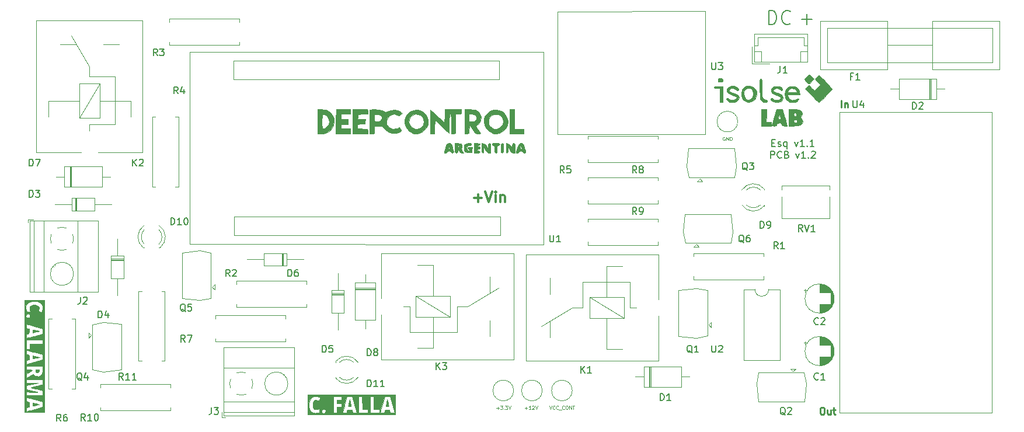
<source format=gbr>
%TF.GenerationSoftware,KiCad,Pcbnew,5.1.7-a382d34a8~87~ubuntu18.04.1*%
%TF.CreationDate,2020-10-22T00:58:17-03:00*%
%TF.ProjectId,Disp_Sec_V_1,44697370-5f53-4656-935f-565f312e6b69,1.1*%
%TF.SameCoordinates,Original*%
%TF.FileFunction,Legend,Top*%
%TF.FilePolarity,Positive*%
%FSLAX46Y46*%
G04 Gerber Fmt 4.6, Leading zero omitted, Abs format (unit mm)*
G04 Created by KiCad (PCBNEW 5.1.7-a382d34a8~87~ubuntu18.04.1) date 2020-10-22 00:58:17*
%MOMM*%
%LPD*%
G01*
G04 APERTURE LIST*
%ADD10C,0.125000*%
%ADD11C,0.250000*%
%ADD12C,0.300000*%
%ADD13C,0.150000*%
%ADD14C,0.200000*%
%ADD15C,0.120000*%
%ADD16C,0.010000*%
G04 APERTURE END LIST*
D10*
X184119047Y-82250000D02*
X184071428Y-82226190D01*
X184000000Y-82226190D01*
X183928571Y-82250000D01*
X183880952Y-82297619D01*
X183857142Y-82345238D01*
X183833333Y-82440476D01*
X183833333Y-82511904D01*
X183857142Y-82607142D01*
X183880952Y-82654761D01*
X183928571Y-82702380D01*
X184000000Y-82726190D01*
X184047619Y-82726190D01*
X184119047Y-82702380D01*
X184142857Y-82678571D01*
X184142857Y-82511904D01*
X184047619Y-82511904D01*
X184357142Y-82726190D02*
X184357142Y-82226190D01*
X184642857Y-82726190D01*
X184642857Y-82226190D01*
X184880952Y-82726190D02*
X184880952Y-82226190D01*
X185000000Y-82226190D01*
X185071428Y-82250000D01*
X185119047Y-82297619D01*
X185142857Y-82345238D01*
X185166666Y-82440476D01*
X185166666Y-82511904D01*
X185142857Y-82607142D01*
X185119047Y-82654761D01*
X185071428Y-82702380D01*
X185000000Y-82726190D01*
X184880952Y-82726190D01*
X151000000Y-121535714D02*
X151380952Y-121535714D01*
X151190476Y-121726190D02*
X151190476Y-121345238D01*
X151571428Y-121226190D02*
X151880952Y-121226190D01*
X151714285Y-121416666D01*
X151785714Y-121416666D01*
X151833333Y-121440476D01*
X151857142Y-121464285D01*
X151880952Y-121511904D01*
X151880952Y-121630952D01*
X151857142Y-121678571D01*
X151833333Y-121702380D01*
X151785714Y-121726190D01*
X151642857Y-121726190D01*
X151595238Y-121702380D01*
X151571428Y-121678571D01*
X152095238Y-121678571D02*
X152119047Y-121702380D01*
X152095238Y-121726190D01*
X152071428Y-121702380D01*
X152095238Y-121678571D01*
X152095238Y-121726190D01*
X152285714Y-121226190D02*
X152595238Y-121226190D01*
X152428571Y-121416666D01*
X152500000Y-121416666D01*
X152547619Y-121440476D01*
X152571428Y-121464285D01*
X152595238Y-121511904D01*
X152595238Y-121630952D01*
X152571428Y-121678571D01*
X152547619Y-121702380D01*
X152500000Y-121726190D01*
X152357142Y-121726190D01*
X152309523Y-121702380D01*
X152285714Y-121678571D01*
X152738095Y-121226190D02*
X152904761Y-121726190D01*
X153071428Y-121226190D01*
X155119047Y-121535714D02*
X155500000Y-121535714D01*
X155309523Y-121726190D02*
X155309523Y-121345238D01*
X156000000Y-121726190D02*
X155714285Y-121726190D01*
X155857142Y-121726190D02*
X155857142Y-121226190D01*
X155809523Y-121297619D01*
X155761904Y-121345238D01*
X155714285Y-121369047D01*
X156190476Y-121273809D02*
X156214285Y-121250000D01*
X156261904Y-121226190D01*
X156380952Y-121226190D01*
X156428571Y-121250000D01*
X156452380Y-121273809D01*
X156476190Y-121321428D01*
X156476190Y-121369047D01*
X156452380Y-121440476D01*
X156166666Y-121726190D01*
X156476190Y-121726190D01*
X156619047Y-121226190D02*
X156785714Y-121726190D01*
X156952380Y-121226190D01*
X158678571Y-121226190D02*
X158845238Y-121726190D01*
X159011904Y-121226190D01*
X159464285Y-121678571D02*
X159440476Y-121702380D01*
X159369047Y-121726190D01*
X159321428Y-121726190D01*
X159250000Y-121702380D01*
X159202380Y-121654761D01*
X159178571Y-121607142D01*
X159154761Y-121511904D01*
X159154761Y-121440476D01*
X159178571Y-121345238D01*
X159202380Y-121297619D01*
X159250000Y-121250000D01*
X159321428Y-121226190D01*
X159369047Y-121226190D01*
X159440476Y-121250000D01*
X159464285Y-121273809D01*
X159964285Y-121678571D02*
X159940476Y-121702380D01*
X159869047Y-121726190D01*
X159821428Y-121726190D01*
X159750000Y-121702380D01*
X159702380Y-121654761D01*
X159678571Y-121607142D01*
X159654761Y-121511904D01*
X159654761Y-121440476D01*
X159678571Y-121345238D01*
X159702380Y-121297619D01*
X159750000Y-121250000D01*
X159821428Y-121226190D01*
X159869047Y-121226190D01*
X159940476Y-121250000D01*
X159964285Y-121273809D01*
X160059523Y-121773809D02*
X160440476Y-121773809D01*
X160845238Y-121678571D02*
X160821428Y-121702380D01*
X160750000Y-121726190D01*
X160702380Y-121726190D01*
X160630952Y-121702380D01*
X160583333Y-121654761D01*
X160559523Y-121607142D01*
X160535714Y-121511904D01*
X160535714Y-121440476D01*
X160559523Y-121345238D01*
X160583333Y-121297619D01*
X160630952Y-121250000D01*
X160702380Y-121226190D01*
X160750000Y-121226190D01*
X160821428Y-121250000D01*
X160845238Y-121273809D01*
X161154761Y-121226190D02*
X161250000Y-121226190D01*
X161297619Y-121250000D01*
X161345238Y-121297619D01*
X161369047Y-121392857D01*
X161369047Y-121559523D01*
X161345238Y-121654761D01*
X161297619Y-121702380D01*
X161250000Y-121726190D01*
X161154761Y-121726190D01*
X161107142Y-121702380D01*
X161059523Y-121654761D01*
X161035714Y-121559523D01*
X161035714Y-121392857D01*
X161059523Y-121297619D01*
X161107142Y-121250000D01*
X161154761Y-121226190D01*
X161583333Y-121726190D02*
X161583333Y-121226190D01*
X161869047Y-121726190D01*
X161869047Y-121226190D01*
X162035714Y-121226190D02*
X162321428Y-121226190D01*
X162178571Y-121726190D02*
X162178571Y-121226190D01*
D11*
X198166666Y-121452380D02*
X198357142Y-121452380D01*
X198452380Y-121500000D01*
X198547619Y-121595238D01*
X198595238Y-121785714D01*
X198595238Y-122119047D01*
X198547619Y-122309523D01*
X198452380Y-122404761D01*
X198357142Y-122452380D01*
X198166666Y-122452380D01*
X198071428Y-122404761D01*
X197976190Y-122309523D01*
X197928571Y-122119047D01*
X197928571Y-121785714D01*
X197976190Y-121595238D01*
X198071428Y-121500000D01*
X198166666Y-121452380D01*
X199452380Y-121785714D02*
X199452380Y-122452380D01*
X199023809Y-121785714D02*
X199023809Y-122309523D01*
X199071428Y-122404761D01*
X199166666Y-122452380D01*
X199309523Y-122452380D01*
X199404761Y-122404761D01*
X199452380Y-122357142D01*
X199785714Y-121785714D02*
X200166666Y-121785714D01*
X199928571Y-121452380D02*
X199928571Y-122309523D01*
X199976190Y-122404761D01*
X200071428Y-122452380D01*
X200166666Y-122452380D01*
X201047619Y-77952380D02*
X201047619Y-76952380D01*
X201523809Y-77285714D02*
X201523809Y-77952380D01*
X201523809Y-77380952D02*
X201571428Y-77333333D01*
X201666666Y-77285714D01*
X201809523Y-77285714D01*
X201904761Y-77333333D01*
X201952380Y-77428571D01*
X201952380Y-77952380D01*
D12*
X147750000Y-91107142D02*
X148892857Y-91107142D01*
X148321428Y-91678571D02*
X148321428Y-90535714D01*
X149392857Y-90178571D02*
X149892857Y-91678571D01*
X150392857Y-90178571D01*
X150892857Y-91678571D02*
X150892857Y-90678571D01*
X150892857Y-90178571D02*
X150821428Y-90250000D01*
X150892857Y-90321428D01*
X150964285Y-90250000D01*
X150892857Y-90178571D01*
X150892857Y-90321428D01*
X151607142Y-90678571D02*
X151607142Y-91678571D01*
X151607142Y-90821428D02*
X151678571Y-90750000D01*
X151821428Y-90678571D01*
X152035714Y-90678571D01*
X152178571Y-90750000D01*
X152250000Y-90892857D01*
X152250000Y-91678571D01*
D13*
X195238095Y-65142857D02*
X196761904Y-65142857D01*
X196000000Y-65904761D02*
X196000000Y-64380952D01*
D14*
X190976190Y-83078571D02*
X191309523Y-83078571D01*
X191452380Y-83602380D02*
X190976190Y-83602380D01*
X190976190Y-82602380D01*
X191452380Y-82602380D01*
X191833333Y-83554761D02*
X191928571Y-83602380D01*
X192119047Y-83602380D01*
X192214285Y-83554761D01*
X192261904Y-83459523D01*
X192261904Y-83411904D01*
X192214285Y-83316666D01*
X192119047Y-83269047D01*
X191976190Y-83269047D01*
X191880952Y-83221428D01*
X191833333Y-83126190D01*
X191833333Y-83078571D01*
X191880952Y-82983333D01*
X191976190Y-82935714D01*
X192119047Y-82935714D01*
X192214285Y-82983333D01*
X193119047Y-82935714D02*
X193119047Y-83935714D01*
X193119047Y-83554761D02*
X193023809Y-83602380D01*
X192833333Y-83602380D01*
X192738095Y-83554761D01*
X192690476Y-83507142D01*
X192642857Y-83411904D01*
X192642857Y-83126190D01*
X192690476Y-83030952D01*
X192738095Y-82983333D01*
X192833333Y-82935714D01*
X193023809Y-82935714D01*
X193119047Y-82983333D01*
X194261904Y-82935714D02*
X194500000Y-83602380D01*
X194738095Y-82935714D01*
X195642857Y-83602380D02*
X195071428Y-83602380D01*
X195357142Y-83602380D02*
X195357142Y-82602380D01*
X195261904Y-82745238D01*
X195166666Y-82840476D01*
X195071428Y-82888095D01*
X196071428Y-83507142D02*
X196119047Y-83554761D01*
X196071428Y-83602380D01*
X196023809Y-83554761D01*
X196071428Y-83507142D01*
X196071428Y-83602380D01*
X197071428Y-83602380D02*
X196500000Y-83602380D01*
X196785714Y-83602380D02*
X196785714Y-82602380D01*
X196690476Y-82745238D01*
X196595238Y-82840476D01*
X196500000Y-82888095D01*
X190785714Y-85302380D02*
X190785714Y-84302380D01*
X191166666Y-84302380D01*
X191261904Y-84350000D01*
X191309523Y-84397619D01*
X191357142Y-84492857D01*
X191357142Y-84635714D01*
X191309523Y-84730952D01*
X191261904Y-84778571D01*
X191166666Y-84826190D01*
X190785714Y-84826190D01*
X192357142Y-85207142D02*
X192309523Y-85254761D01*
X192166666Y-85302380D01*
X192071428Y-85302380D01*
X191928571Y-85254761D01*
X191833333Y-85159523D01*
X191785714Y-85064285D01*
X191738095Y-84873809D01*
X191738095Y-84730952D01*
X191785714Y-84540476D01*
X191833333Y-84445238D01*
X191928571Y-84350000D01*
X192071428Y-84302380D01*
X192166666Y-84302380D01*
X192309523Y-84350000D01*
X192357142Y-84397619D01*
X193119047Y-84778571D02*
X193261904Y-84826190D01*
X193309523Y-84873809D01*
X193357142Y-84969047D01*
X193357142Y-85111904D01*
X193309523Y-85207142D01*
X193261904Y-85254761D01*
X193166666Y-85302380D01*
X192785714Y-85302380D01*
X192785714Y-84302380D01*
X193119047Y-84302380D01*
X193214285Y-84350000D01*
X193261904Y-84397619D01*
X193309523Y-84492857D01*
X193309523Y-84588095D01*
X193261904Y-84683333D01*
X193214285Y-84730952D01*
X193119047Y-84778571D01*
X192785714Y-84778571D01*
X194452380Y-84635714D02*
X194690476Y-85302380D01*
X194928571Y-84635714D01*
X195833333Y-85302380D02*
X195261904Y-85302380D01*
X195547619Y-85302380D02*
X195547619Y-84302380D01*
X195452380Y-84445238D01*
X195357142Y-84540476D01*
X195261904Y-84588095D01*
X196261904Y-85207142D02*
X196309523Y-85254761D01*
X196261904Y-85302380D01*
X196214285Y-85254761D01*
X196261904Y-85207142D01*
X196261904Y-85302380D01*
X196690476Y-84397619D02*
X196738095Y-84350000D01*
X196833333Y-84302380D01*
X197071428Y-84302380D01*
X197166666Y-84350000D01*
X197214285Y-84397619D01*
X197261904Y-84492857D01*
X197261904Y-84588095D01*
X197214285Y-84730952D01*
X196642857Y-85302380D01*
X197261904Y-85302380D01*
D13*
X190476190Y-65904761D02*
X190476190Y-63904761D01*
X190952380Y-63904761D01*
X191238095Y-64000000D01*
X191428571Y-64190476D01*
X191523809Y-64380952D01*
X191619047Y-64761904D01*
X191619047Y-65047619D01*
X191523809Y-65428571D01*
X191428571Y-65619047D01*
X191238095Y-65809523D01*
X190952380Y-65904761D01*
X190476190Y-65904761D01*
X193619047Y-65714285D02*
X193523809Y-65809523D01*
X193238095Y-65904761D01*
X193047619Y-65904761D01*
X192761904Y-65809523D01*
X192571428Y-65619047D01*
X192476190Y-65428571D01*
X192380952Y-65047619D01*
X192380952Y-64761904D01*
X192476190Y-64380952D01*
X192571428Y-64190476D01*
X192761904Y-64000000D01*
X193047619Y-63904761D01*
X193238095Y-63904761D01*
X193523809Y-64000000D01*
X193619047Y-64095238D01*
D15*
%TO.C,TP4*%
X153500000Y-119000000D02*
G75*
G03*
X153500000Y-119000000I-1500000J0D01*
G01*
%TO.C,TP3*%
X157650000Y-119000000D02*
G75*
G03*
X157650000Y-119000000I-1500000J0D01*
G01*
%TO.C,TP2*%
X162000000Y-119000000D02*
G75*
G03*
X162000000Y-119000000I-1500000J0D01*
G01*
%TO.C,TP1*%
X186000000Y-80000000D02*
G75*
G03*
X186000000Y-80000000I-1500000J0D01*
G01*
D16*
%TO.C,U8*%
G36*
X82554154Y-122128000D02*
G01*
X82554154Y-105872001D01*
X83959788Y-105872001D01*
X83959788Y-106021278D01*
X83682569Y-106042506D01*
X83422923Y-106101374D01*
X83196887Y-106193596D01*
X83020499Y-106314886D01*
X82956312Y-106384599D01*
X82838068Y-106596604D01*
X82773873Y-106843230D01*
X82765625Y-107108651D01*
X82815221Y-107377041D01*
X82831330Y-107427036D01*
X82879140Y-107565334D01*
X83092917Y-107565334D01*
X83092917Y-107872162D01*
X82972562Y-107885777D01*
X82864076Y-107938600D01*
X82784239Y-108028459D01*
X82749835Y-108153179D01*
X82749539Y-108167008D01*
X82778684Y-108302938D01*
X82816414Y-108354316D01*
X82816414Y-109336675D01*
X82804242Y-109360851D01*
X82796811Y-109438836D01*
X82795023Y-109556790D01*
X82796876Y-109636639D01*
X82808154Y-109952491D01*
X83014609Y-110000247D01*
X83221063Y-110048002D01*
X83209993Y-110387213D01*
X83198923Y-110726423D01*
X82993769Y-110775816D01*
X82788616Y-110825209D01*
X82788616Y-111125671D01*
X82789634Y-111258766D01*
X82792359Y-111361496D01*
X82796296Y-111418682D01*
X82798385Y-111425514D01*
X82836514Y-111415269D01*
X82939988Y-111386524D01*
X83099857Y-111341791D01*
X83307166Y-111283581D01*
X83552965Y-111214406D01*
X83828301Y-111136779D01*
X83980462Y-111093825D01*
X85152769Y-110762758D01*
X85163801Y-110384911D01*
X85172308Y-110093520D01*
X85172308Y-111663201D01*
X82788616Y-111663201D01*
X82788616Y-113017867D01*
X82837462Y-113017867D01*
X82837462Y-113127124D01*
X82813102Y-113137379D01*
X82797816Y-113191749D01*
X82790180Y-113298758D01*
X82788616Y-113419338D01*
X82788616Y-113726456D01*
X82954693Y-113763301D01*
X83068369Y-113789250D01*
X83153153Y-113809889D01*
X83169616Y-113814343D01*
X83194535Y-113846587D01*
X83210234Y-113930270D01*
X83217612Y-114071831D01*
X83218462Y-114163934D01*
X83218462Y-114499326D01*
X82808154Y-114598090D01*
X82796956Y-114906170D01*
X82785758Y-115214249D01*
X82788616Y-115213425D01*
X82788616Y-115422401D01*
X82788616Y-115998134D01*
X83221180Y-115998134D01*
X83409464Y-115998678D01*
X83532742Y-116001859D01*
X83604160Y-116009998D01*
X83636862Y-116025416D01*
X83643997Y-116050436D01*
X83641257Y-116072318D01*
X83612825Y-116118391D01*
X83536218Y-116177906D01*
X83403739Y-116255958D01*
X83218462Y-116352251D01*
X82808154Y-116558000D01*
X82796918Y-116870734D01*
X82794398Y-117006804D01*
X82796937Y-117112940D01*
X82803948Y-117174246D01*
X82809303Y-117183467D01*
X82848238Y-117165453D01*
X82939907Y-117115803D01*
X83072528Y-117041108D01*
X83234317Y-116947957D01*
X83324514Y-116895321D01*
X83816105Y-116607175D01*
X83947758Y-116740474D01*
X84112282Y-116865086D01*
X84305534Y-116930343D01*
X84537343Y-116939448D01*
X84554544Y-116938126D01*
X84745396Y-116901734D01*
X84892900Y-116822037D01*
X85013289Y-116688803D01*
X85054784Y-116622907D01*
X85092866Y-116552006D01*
X85120158Y-116482299D01*
X85138910Y-116400015D01*
X85151367Y-116291380D01*
X85159778Y-116142622D01*
X85166391Y-115939969D01*
X85166421Y-115938867D01*
X85172308Y-115725324D01*
X85172308Y-117386667D01*
X82788616Y-117386667D01*
X82788616Y-117904622D01*
X84488462Y-117870498D01*
X83637454Y-118077316D01*
X82786445Y-118284134D01*
X82797300Y-118554038D01*
X82808154Y-118823943D01*
X83591679Y-119014635D01*
X83829753Y-119072719D01*
X84044227Y-119125317D01*
X84222971Y-119169431D01*
X84353853Y-119202064D01*
X84424743Y-119220220D01*
X84431833Y-119222193D01*
X84411591Y-119226371D01*
X84323460Y-119228706D01*
X84177676Y-119229195D01*
X83984478Y-119227833D01*
X83754099Y-119224616D01*
X83638539Y-119222514D01*
X82788616Y-119205967D01*
X82788616Y-119723467D01*
X82798385Y-119723467D01*
X82798385Y-119961359D01*
X82794078Y-119992321D01*
X82790740Y-120075932D01*
X82788859Y-120197111D01*
X82788616Y-120264388D01*
X82788616Y-120568242D01*
X83218462Y-120676540D01*
X83218462Y-121347175D01*
X82788616Y-121455473D01*
X82788616Y-122056744D01*
X82896077Y-122026706D01*
X82959989Y-122008639D01*
X83087697Y-121972370D01*
X83268760Y-121920871D01*
X83492737Y-121857112D01*
X83749187Y-121784065D01*
X84027668Y-121704702D01*
X84089175Y-121687168D01*
X85174811Y-121377667D01*
X85152769Y-120626405D01*
X83980462Y-120294295D01*
X83693325Y-120213010D01*
X83431053Y-120138877D01*
X83202594Y-120074417D01*
X83016897Y-120022150D01*
X82882909Y-119984597D01*
X82809579Y-119964278D01*
X82798385Y-119961359D01*
X82798385Y-119723467D01*
X85172308Y-119723467D01*
X85172308Y-118994331D01*
X84361462Y-118794463D01*
X84120934Y-118734823D01*
X83905441Y-118680721D01*
X83726470Y-118635097D01*
X83595511Y-118600889D01*
X83524052Y-118581036D01*
X83515010Y-118577926D01*
X83537660Y-118563285D01*
X83623606Y-118533923D01*
X83760906Y-118493450D01*
X83937618Y-118445476D01*
X84042548Y-118418402D01*
X84269534Y-118360719D01*
X84496969Y-118302741D01*
X84701580Y-118250412D01*
X84860093Y-118209678D01*
X84889000Y-118202207D01*
X85172308Y-118128866D01*
X85172308Y-117386667D01*
X85172308Y-115725324D01*
X85180659Y-115422401D01*
X82788616Y-115422401D01*
X82788616Y-115213425D01*
X83979033Y-114869936D01*
X85172308Y-114525622D01*
X85172186Y-114152745D01*
X85172064Y-113779867D01*
X84029186Y-113460947D01*
X83743300Y-113381131D01*
X83480401Y-113307655D01*
X83249990Y-113243182D01*
X83061574Y-113190375D01*
X82924657Y-113151895D01*
X82848741Y-113130404D01*
X82837462Y-113127124D01*
X82837462Y-113017867D01*
X83294135Y-113017867D01*
X83305145Y-112619934D01*
X83316154Y-112222001D01*
X85172308Y-112203841D01*
X85172308Y-111663201D01*
X85172308Y-110093520D01*
X85174832Y-110007065D01*
X84011031Y-109679815D01*
X83723589Y-109598765D01*
X83460007Y-109524017D01*
X83229502Y-109458217D01*
X83041290Y-109404012D01*
X82904588Y-109364049D01*
X82828613Y-109340977D01*
X82816414Y-109336675D01*
X82816414Y-108354316D01*
X82829215Y-108371748D01*
X82935804Y-108431112D01*
X83060885Y-108445867D01*
X83216006Y-108420025D01*
X83318956Y-108345585D01*
X83365892Y-108227182D01*
X83357383Y-108088296D01*
X83302109Y-107971249D01*
X83208360Y-107899928D01*
X83092917Y-107872162D01*
X83092917Y-107565334D01*
X83146493Y-107565334D01*
X83279548Y-107564202D01*
X83375160Y-107561230D01*
X83413371Y-107557049D01*
X83413423Y-107556867D01*
X83402855Y-107522558D01*
X83376257Y-107443940D01*
X83354808Y-107382151D01*
X83312823Y-107216078D01*
X83298421Y-107050317D01*
X83311506Y-106905234D01*
X83351981Y-106801194D01*
X83357603Y-106793743D01*
X83480437Y-106696336D01*
X83653267Y-106630562D01*
X83856628Y-106597016D01*
X84071052Y-106596291D01*
X84277073Y-106628981D01*
X84455222Y-106695678D01*
X84546780Y-106757487D01*
X84621614Y-106834614D01*
X84656101Y-106914706D01*
X84664308Y-107027160D01*
X84651790Y-107156481D01*
X84620377Y-107280733D01*
X84605693Y-107316558D01*
X84567936Y-107400839D01*
X84548003Y-107456969D01*
X84547077Y-107463354D01*
X84579942Y-107488285D01*
X84662476Y-107526489D01*
X84770590Y-107568846D01*
X84880194Y-107606236D01*
X84967197Y-107629542D01*
X84995400Y-107633067D01*
X85047888Y-107601695D01*
X85098463Y-107517507D01*
X85143082Y-107395397D01*
X85177704Y-107250255D01*
X85198286Y-107096976D01*
X85200785Y-106950451D01*
X85195603Y-106895479D01*
X85150376Y-106691347D01*
X85068140Y-106524297D01*
X84934714Y-106366631D01*
X84915001Y-106347421D01*
X84747151Y-106212856D01*
X84558929Y-106119740D01*
X84326442Y-106057286D01*
X84238540Y-106041975D01*
X83959788Y-106021278D01*
X83959788Y-105872001D01*
X85406769Y-105872001D01*
X85406769Y-122128000D01*
X82554154Y-122128000D01*
G37*
X82554154Y-122128000D02*
X82554154Y-105872001D01*
X83959788Y-105872001D01*
X83959788Y-106021278D01*
X83682569Y-106042506D01*
X83422923Y-106101374D01*
X83196887Y-106193596D01*
X83020499Y-106314886D01*
X82956312Y-106384599D01*
X82838068Y-106596604D01*
X82773873Y-106843230D01*
X82765625Y-107108651D01*
X82815221Y-107377041D01*
X82831330Y-107427036D01*
X82879140Y-107565334D01*
X83092917Y-107565334D01*
X83092917Y-107872162D01*
X82972562Y-107885777D01*
X82864076Y-107938600D01*
X82784239Y-108028459D01*
X82749835Y-108153179D01*
X82749539Y-108167008D01*
X82778684Y-108302938D01*
X82816414Y-108354316D01*
X82816414Y-109336675D01*
X82804242Y-109360851D01*
X82796811Y-109438836D01*
X82795023Y-109556790D01*
X82796876Y-109636639D01*
X82808154Y-109952491D01*
X83014609Y-110000247D01*
X83221063Y-110048002D01*
X83209993Y-110387213D01*
X83198923Y-110726423D01*
X82993769Y-110775816D01*
X82788616Y-110825209D01*
X82788616Y-111125671D01*
X82789634Y-111258766D01*
X82792359Y-111361496D01*
X82796296Y-111418682D01*
X82798385Y-111425514D01*
X82836514Y-111415269D01*
X82939988Y-111386524D01*
X83099857Y-111341791D01*
X83307166Y-111283581D01*
X83552965Y-111214406D01*
X83828301Y-111136779D01*
X83980462Y-111093825D01*
X85152769Y-110762758D01*
X85163801Y-110384911D01*
X85172308Y-110093520D01*
X85172308Y-111663201D01*
X82788616Y-111663201D01*
X82788616Y-113017867D01*
X82837462Y-113017867D01*
X82837462Y-113127124D01*
X82813102Y-113137379D01*
X82797816Y-113191749D01*
X82790180Y-113298758D01*
X82788616Y-113419338D01*
X82788616Y-113726456D01*
X82954693Y-113763301D01*
X83068369Y-113789250D01*
X83153153Y-113809889D01*
X83169616Y-113814343D01*
X83194535Y-113846587D01*
X83210234Y-113930270D01*
X83217612Y-114071831D01*
X83218462Y-114163934D01*
X83218462Y-114499326D01*
X82808154Y-114598090D01*
X82796956Y-114906170D01*
X82785758Y-115214249D01*
X82788616Y-115213425D01*
X82788616Y-115422401D01*
X82788616Y-115998134D01*
X83221180Y-115998134D01*
X83409464Y-115998678D01*
X83532742Y-116001859D01*
X83604160Y-116009998D01*
X83636862Y-116025416D01*
X83643997Y-116050436D01*
X83641257Y-116072318D01*
X83612825Y-116118391D01*
X83536218Y-116177906D01*
X83403739Y-116255958D01*
X83218462Y-116352251D01*
X82808154Y-116558000D01*
X82796918Y-116870734D01*
X82794398Y-117006804D01*
X82796937Y-117112940D01*
X82803948Y-117174246D01*
X82809303Y-117183467D01*
X82848238Y-117165453D01*
X82939907Y-117115803D01*
X83072528Y-117041108D01*
X83234317Y-116947957D01*
X83324514Y-116895321D01*
X83816105Y-116607175D01*
X83947758Y-116740474D01*
X84112282Y-116865086D01*
X84305534Y-116930343D01*
X84537343Y-116939448D01*
X84554544Y-116938126D01*
X84745396Y-116901734D01*
X84892900Y-116822037D01*
X85013289Y-116688803D01*
X85054784Y-116622907D01*
X85092866Y-116552006D01*
X85120158Y-116482299D01*
X85138910Y-116400015D01*
X85151367Y-116291380D01*
X85159778Y-116142622D01*
X85166391Y-115939969D01*
X85166421Y-115938867D01*
X85172308Y-115725324D01*
X85172308Y-117386667D01*
X82788616Y-117386667D01*
X82788616Y-117904622D01*
X84488462Y-117870498D01*
X83637454Y-118077316D01*
X82786445Y-118284134D01*
X82797300Y-118554038D01*
X82808154Y-118823943D01*
X83591679Y-119014635D01*
X83829753Y-119072719D01*
X84044227Y-119125317D01*
X84222971Y-119169431D01*
X84353853Y-119202064D01*
X84424743Y-119220220D01*
X84431833Y-119222193D01*
X84411591Y-119226371D01*
X84323460Y-119228706D01*
X84177676Y-119229195D01*
X83984478Y-119227833D01*
X83754099Y-119224616D01*
X83638539Y-119222514D01*
X82788616Y-119205967D01*
X82788616Y-119723467D01*
X82798385Y-119723467D01*
X82798385Y-119961359D01*
X82794078Y-119992321D01*
X82790740Y-120075932D01*
X82788859Y-120197111D01*
X82788616Y-120264388D01*
X82788616Y-120568242D01*
X83218462Y-120676540D01*
X83218462Y-121347175D01*
X82788616Y-121455473D01*
X82788616Y-122056744D01*
X82896077Y-122026706D01*
X82959989Y-122008639D01*
X83087697Y-121972370D01*
X83268760Y-121920871D01*
X83492737Y-121857112D01*
X83749187Y-121784065D01*
X84027668Y-121704702D01*
X84089175Y-121687168D01*
X85174811Y-121377667D01*
X85152769Y-120626405D01*
X83980462Y-120294295D01*
X83693325Y-120213010D01*
X83431053Y-120138877D01*
X83202594Y-120074417D01*
X83016897Y-120022150D01*
X82882909Y-119984597D01*
X82809579Y-119964278D01*
X82798385Y-119961359D01*
X82798385Y-119723467D01*
X85172308Y-119723467D01*
X85172308Y-118994331D01*
X84361462Y-118794463D01*
X84120934Y-118734823D01*
X83905441Y-118680721D01*
X83726470Y-118635097D01*
X83595511Y-118600889D01*
X83524052Y-118581036D01*
X83515010Y-118577926D01*
X83537660Y-118563285D01*
X83623606Y-118533923D01*
X83760906Y-118493450D01*
X83937618Y-118445476D01*
X84042548Y-118418402D01*
X84269534Y-118360719D01*
X84496969Y-118302741D01*
X84701580Y-118250412D01*
X84860093Y-118209678D01*
X84889000Y-118202207D01*
X85172308Y-118128866D01*
X85172308Y-117386667D01*
X85172308Y-115725324D01*
X85180659Y-115422401D01*
X82788616Y-115422401D01*
X82788616Y-115213425D01*
X83979033Y-114869936D01*
X85172308Y-114525622D01*
X85172186Y-114152745D01*
X85172064Y-113779867D01*
X84029186Y-113460947D01*
X83743300Y-113381131D01*
X83480401Y-113307655D01*
X83249990Y-113243182D01*
X83061574Y-113190375D01*
X82924657Y-113151895D01*
X82848741Y-113130404D01*
X82837462Y-113127124D01*
X82837462Y-113017867D01*
X83294135Y-113017867D01*
X83305145Y-112619934D01*
X83316154Y-112222001D01*
X85172308Y-112203841D01*
X85172308Y-111663201D01*
X85172308Y-110093520D01*
X85174832Y-110007065D01*
X84011031Y-109679815D01*
X83723589Y-109598765D01*
X83460007Y-109524017D01*
X83229502Y-109458217D01*
X83041290Y-109404012D01*
X82904588Y-109364049D01*
X82828613Y-109340977D01*
X82816414Y-109336675D01*
X82816414Y-108354316D01*
X82829215Y-108371748D01*
X82935804Y-108431112D01*
X83060885Y-108445867D01*
X83216006Y-108420025D01*
X83318956Y-108345585D01*
X83365892Y-108227182D01*
X83357383Y-108088296D01*
X83302109Y-107971249D01*
X83208360Y-107899928D01*
X83092917Y-107872162D01*
X83092917Y-107565334D01*
X83146493Y-107565334D01*
X83279548Y-107564202D01*
X83375160Y-107561230D01*
X83413371Y-107557049D01*
X83413423Y-107556867D01*
X83402855Y-107522558D01*
X83376257Y-107443940D01*
X83354808Y-107382151D01*
X83312823Y-107216078D01*
X83298421Y-107050317D01*
X83311506Y-106905234D01*
X83351981Y-106801194D01*
X83357603Y-106793743D01*
X83480437Y-106696336D01*
X83653267Y-106630562D01*
X83856628Y-106597016D01*
X84071052Y-106596291D01*
X84277073Y-106628981D01*
X84455222Y-106695678D01*
X84546780Y-106757487D01*
X84621614Y-106834614D01*
X84656101Y-106914706D01*
X84664308Y-107027160D01*
X84651790Y-107156481D01*
X84620377Y-107280733D01*
X84605693Y-107316558D01*
X84567936Y-107400839D01*
X84548003Y-107456969D01*
X84547077Y-107463354D01*
X84579942Y-107488285D01*
X84662476Y-107526489D01*
X84770590Y-107568846D01*
X84880194Y-107606236D01*
X84967197Y-107629542D01*
X84995400Y-107633067D01*
X85047888Y-107601695D01*
X85098463Y-107517507D01*
X85143082Y-107395397D01*
X85177704Y-107250255D01*
X85198286Y-107096976D01*
X85200785Y-106950451D01*
X85195603Y-106895479D01*
X85150376Y-106691347D01*
X85068140Y-106524297D01*
X84934714Y-106366631D01*
X84915001Y-106347421D01*
X84747151Y-106212856D01*
X84558929Y-106119740D01*
X84326442Y-106057286D01*
X84238540Y-106041975D01*
X83959788Y-106021278D01*
X83959788Y-105872001D01*
X85406769Y-105872001D01*
X85406769Y-122128000D01*
X82554154Y-122128000D01*
G36*
X84692169Y-110394988D02*
G01*
X84598373Y-110419047D01*
X84456360Y-110452534D01*
X84279972Y-110492091D01*
X84249647Y-110498724D01*
X83765539Y-110604247D01*
X83765539Y-110386375D01*
X83767946Y-110268858D01*
X83778220Y-110205644D01*
X83800941Y-110183362D01*
X83833923Y-110186741D01*
X83899020Y-110201964D01*
X84020874Y-110228686D01*
X84180214Y-110262729D01*
X84308181Y-110289602D01*
X84474846Y-110325004D01*
X84610276Y-110355006D01*
X84698375Y-110375965D01*
X84723905Y-110383713D01*
X84692169Y-110394988D01*
G37*
X84692169Y-110394988D02*
X84598373Y-110419047D01*
X84456360Y-110452534D01*
X84279972Y-110492091D01*
X84249647Y-110498724D01*
X83765539Y-110604247D01*
X83765539Y-110386375D01*
X83767946Y-110268858D01*
X83778220Y-110205644D01*
X83800941Y-110183362D01*
X83833923Y-110186741D01*
X83899020Y-110201964D01*
X84020874Y-110228686D01*
X84180214Y-110262729D01*
X84308181Y-110289602D01*
X84474846Y-110325004D01*
X84610276Y-110355006D01*
X84698375Y-110375965D01*
X84723905Y-110383713D01*
X84692169Y-110394988D01*
G36*
X84280666Y-114265143D02*
G01*
X84100274Y-114306278D01*
X83948232Y-114340131D01*
X83839943Y-114363330D01*
X83790809Y-114372503D01*
X83790086Y-114372534D01*
X83777633Y-114341625D01*
X83768800Y-114260695D01*
X83765539Y-114150402D01*
X83770302Y-114041195D01*
X83782791Y-113968105D01*
X83800306Y-113946893D01*
X83800383Y-113946933D01*
X83850118Y-113961825D01*
X83959662Y-113988524D01*
X84112773Y-114023231D01*
X84290963Y-114061674D01*
X84746699Y-114157751D01*
X84280666Y-114265143D01*
G37*
X84280666Y-114265143D02*
X84100274Y-114306278D01*
X83948232Y-114340131D01*
X83839943Y-114363330D01*
X83790809Y-114372503D01*
X83790086Y-114372534D01*
X83777633Y-114341625D01*
X83768800Y-114260695D01*
X83765539Y-114150402D01*
X83770302Y-114041195D01*
X83782791Y-113968105D01*
X83800306Y-113946893D01*
X83800383Y-113946933D01*
X83850118Y-113961825D01*
X83959662Y-113988524D01*
X84112773Y-114023231D01*
X84290963Y-114061674D01*
X84746699Y-114157751D01*
X84280666Y-114265143D01*
G36*
X84648556Y-116252502D02*
G01*
X84595767Y-116332219D01*
X84497638Y-116367141D01*
X84434528Y-116370667D01*
X84287583Y-116346746D01*
X84195434Y-116274613D01*
X84157459Y-116153711D01*
X84156308Y-116122467D01*
X84156308Y-115998134D01*
X84664308Y-115998134D01*
X84664308Y-116118894D01*
X84648556Y-116252502D01*
G37*
X84648556Y-116252502D02*
X84595767Y-116332219D01*
X84497638Y-116367141D01*
X84434528Y-116370667D01*
X84287583Y-116346746D01*
X84195434Y-116274613D01*
X84157459Y-116153711D01*
X84156308Y-116122467D01*
X84156308Y-115998134D01*
X84664308Y-115998134D01*
X84664308Y-116118894D01*
X84648556Y-116252502D01*
G36*
X84664308Y-121022086D02*
G01*
X84587250Y-121042804D01*
X84462532Y-121073084D01*
X84309899Y-121108504D01*
X84149099Y-121144641D01*
X83999879Y-121177074D01*
X83881985Y-121201380D01*
X83815164Y-121213136D01*
X83809108Y-121213600D01*
X83782927Y-121181439D01*
X83768152Y-121090765D01*
X83765539Y-121010400D01*
X83769971Y-120903496D01*
X83781491Y-120830401D01*
X83794846Y-120808546D01*
X83869083Y-120818556D01*
X83986704Y-120841531D01*
X84130964Y-120873357D01*
X84285120Y-120909924D01*
X84432426Y-120947117D01*
X84556138Y-120980825D01*
X84639510Y-121006936D01*
X84665798Y-121021336D01*
X84664308Y-121022086D01*
G37*
X84664308Y-121022086D02*
X84587250Y-121042804D01*
X84462532Y-121073084D01*
X84309899Y-121108504D01*
X84149099Y-121144641D01*
X83999879Y-121177074D01*
X83881985Y-121201380D01*
X83815164Y-121213136D01*
X83809108Y-121213600D01*
X83782927Y-121181439D01*
X83768152Y-121090765D01*
X83765539Y-121010400D01*
X83769971Y-120903496D01*
X83781491Y-120830401D01*
X83794846Y-120808546D01*
X83869083Y-120818556D01*
X83986704Y-120841531D01*
X84130964Y-120873357D01*
X84285120Y-120909924D01*
X84432426Y-120947117D01*
X84556138Y-120980825D01*
X84639510Y-121006936D01*
X84665798Y-121021336D01*
X84664308Y-121022086D01*
%TO.C,U7*%
G36*
X136366934Y-122445846D02*
G01*
X123666934Y-122445846D01*
X123666934Y-121075548D01*
X123802400Y-121075548D01*
X123826393Y-121415515D01*
X123898139Y-121701020D01*
X124017293Y-121931452D01*
X124183508Y-122106204D01*
X124396436Y-122224665D01*
X124470166Y-122249367D01*
X124593847Y-122268639D01*
X124757503Y-122272058D01*
X124935037Y-122260989D01*
X125100356Y-122236794D01*
X125199400Y-122211269D01*
X125326400Y-122168634D01*
X125326400Y-122037184D01*
X125646195Y-122037184D01*
X125684919Y-122161195D01*
X125744205Y-122231834D01*
X125854618Y-122280410D01*
X125986460Y-122283581D01*
X126106875Y-122242688D01*
X126143145Y-122215556D01*
X126199469Y-122119359D01*
X126223815Y-121987314D01*
X126213536Y-121854017D01*
X126177361Y-121767970D01*
X126096318Y-121706899D01*
X125980297Y-121677036D01*
X125858150Y-121683442D01*
X125802874Y-121702266D01*
X125707793Y-121784068D01*
X125654693Y-121903591D01*
X125646195Y-122037184D01*
X125326400Y-122037184D01*
X125326400Y-121896932D01*
X125324732Y-121762600D01*
X125320343Y-121665473D01*
X125314159Y-121625389D01*
X125313725Y-121625231D01*
X125277055Y-121637059D01*
X125199148Y-121666935D01*
X125157067Y-121683846D01*
X124996451Y-121727797D01*
X124825935Y-121739975D01*
X124671747Y-121720300D01*
X124584218Y-121685567D01*
X124480339Y-121583409D01*
X124413003Y-121421079D01*
X124381168Y-121195517D01*
X124378134Y-121080762D01*
X124392505Y-120834405D01*
X124438005Y-120647539D01*
X124518212Y-120508257D01*
X124564863Y-120459484D01*
X124690782Y-120392009D01*
X124853316Y-120376713D01*
X125038100Y-120414317D01*
X125088682Y-120433119D01*
X125180894Y-120464442D01*
X125245858Y-120475214D01*
X125259103Y-120472150D01*
X125285875Y-120426300D01*
X125321620Y-120333373D01*
X125336581Y-120286800D01*
X125372754Y-120169943D01*
X125402805Y-120076769D01*
X125409772Y-120056401D01*
X125397158Y-120002035D01*
X125328274Y-119950708D01*
X125214576Y-119906292D01*
X125067525Y-119872658D01*
X125015108Y-119866769D01*
X127324533Y-119866769D01*
X127324533Y-122250461D01*
X127866400Y-122250461D01*
X127866400Y-122221154D01*
X128679179Y-122221154D01*
X128710521Y-122234107D01*
X128794413Y-122244131D01*
X128915683Y-122249756D01*
X128981571Y-122250461D01*
X129283943Y-122250461D01*
X129325627Y-122035538D01*
X129367312Y-121820615D01*
X130056915Y-121820615D01*
X130146285Y-122250461D01*
X130448159Y-122250461D01*
X130982133Y-122250461D01*
X132336800Y-122250461D01*
X132336800Y-121742461D01*
X131559093Y-121742461D01*
X131540933Y-119886307D01*
X131261533Y-119874958D01*
X131059947Y-119866769D01*
X132675467Y-119866769D01*
X132675467Y-122250461D01*
X134030134Y-122250461D01*
X134030134Y-122201615D01*
X134139390Y-122201615D01*
X134149645Y-122225975D01*
X134204015Y-122241261D01*
X134311024Y-122248897D01*
X134431605Y-122250461D01*
X134738723Y-122250461D01*
X134775567Y-122084384D01*
X134801516Y-121970708D01*
X134822155Y-121885924D01*
X134826609Y-121869461D01*
X134858853Y-121844541D01*
X134942536Y-121828843D01*
X135084098Y-121821465D01*
X135176200Y-121820615D01*
X135511592Y-121820615D01*
X135610356Y-122230923D01*
X135918436Y-122242121D01*
X136226516Y-122253318D01*
X135882202Y-121060044D01*
X135537888Y-119866769D01*
X134792134Y-119867013D01*
X134473214Y-121009891D01*
X134393397Y-121295776D01*
X134319922Y-121558676D01*
X134255449Y-121789086D01*
X134202641Y-121977502D01*
X134164161Y-122114420D01*
X134142671Y-122190335D01*
X134139390Y-122201615D01*
X134030134Y-122201615D01*
X134030134Y-121742461D01*
X133217334Y-121742461D01*
X133217334Y-119866769D01*
X132675467Y-119866769D01*
X131059947Y-119866769D01*
X130982133Y-119863608D01*
X130982133Y-122250461D01*
X130448159Y-122250461D01*
X130595722Y-122248117D01*
X130686317Y-122239744D01*
X130730624Y-122223326D01*
X130739318Y-122196850D01*
X130739083Y-122195588D01*
X130726158Y-122145888D01*
X130694814Y-122031494D01*
X130647727Y-121861978D01*
X130587568Y-121646916D01*
X130517012Y-121395881D01*
X130438731Y-121118447D01*
X130406400Y-121004151D01*
X130084667Y-119867586D01*
X129709834Y-119867177D01*
X129335001Y-119866769D01*
X129007079Y-121029307D01*
X128926376Y-121316322D01*
X128852883Y-121579434D01*
X128789130Y-121809453D01*
X128737643Y-121997193D01*
X128700951Y-122133465D01*
X128681581Y-122209082D01*
X128679179Y-122221154D01*
X127866400Y-122221154D01*
X127866400Y-121351692D01*
X128509867Y-121351692D01*
X128509867Y-120843692D01*
X127863020Y-120843692D01*
X127873177Y-120619000D01*
X127883334Y-120394307D01*
X128543734Y-120371939D01*
X128543734Y-119866769D01*
X127324533Y-119866769D01*
X125015108Y-119866769D01*
X124898578Y-119853677D01*
X124801467Y-119850884D01*
X124525891Y-119882704D01*
X124291776Y-119975630D01*
X124101028Y-120127327D01*
X123955551Y-120335459D01*
X123857252Y-120597691D01*
X123808035Y-120911687D01*
X123802400Y-121075548D01*
X123666934Y-121075548D01*
X123666934Y-119593231D01*
X136366934Y-119593231D01*
X136366934Y-122445846D01*
G37*
X136366934Y-122445846D02*
X123666934Y-122445846D01*
X123666934Y-121075548D01*
X123802400Y-121075548D01*
X123826393Y-121415515D01*
X123898139Y-121701020D01*
X124017293Y-121931452D01*
X124183508Y-122106204D01*
X124396436Y-122224665D01*
X124470166Y-122249367D01*
X124593847Y-122268639D01*
X124757503Y-122272058D01*
X124935037Y-122260989D01*
X125100356Y-122236794D01*
X125199400Y-122211269D01*
X125326400Y-122168634D01*
X125326400Y-122037184D01*
X125646195Y-122037184D01*
X125684919Y-122161195D01*
X125744205Y-122231834D01*
X125854618Y-122280410D01*
X125986460Y-122283581D01*
X126106875Y-122242688D01*
X126143145Y-122215556D01*
X126199469Y-122119359D01*
X126223815Y-121987314D01*
X126213536Y-121854017D01*
X126177361Y-121767970D01*
X126096318Y-121706899D01*
X125980297Y-121677036D01*
X125858150Y-121683442D01*
X125802874Y-121702266D01*
X125707793Y-121784068D01*
X125654693Y-121903591D01*
X125646195Y-122037184D01*
X125326400Y-122037184D01*
X125326400Y-121896932D01*
X125324732Y-121762600D01*
X125320343Y-121665473D01*
X125314159Y-121625389D01*
X125313725Y-121625231D01*
X125277055Y-121637059D01*
X125199148Y-121666935D01*
X125157067Y-121683846D01*
X124996451Y-121727797D01*
X124825935Y-121739975D01*
X124671747Y-121720300D01*
X124584218Y-121685567D01*
X124480339Y-121583409D01*
X124413003Y-121421079D01*
X124381168Y-121195517D01*
X124378134Y-121080762D01*
X124392505Y-120834405D01*
X124438005Y-120647539D01*
X124518212Y-120508257D01*
X124564863Y-120459484D01*
X124690782Y-120392009D01*
X124853316Y-120376713D01*
X125038100Y-120414317D01*
X125088682Y-120433119D01*
X125180894Y-120464442D01*
X125245858Y-120475214D01*
X125259103Y-120472150D01*
X125285875Y-120426300D01*
X125321620Y-120333373D01*
X125336581Y-120286800D01*
X125372754Y-120169943D01*
X125402805Y-120076769D01*
X125409772Y-120056401D01*
X125397158Y-120002035D01*
X125328274Y-119950708D01*
X125214576Y-119906292D01*
X125067525Y-119872658D01*
X125015108Y-119866769D01*
X127324533Y-119866769D01*
X127324533Y-122250461D01*
X127866400Y-122250461D01*
X127866400Y-122221154D01*
X128679179Y-122221154D01*
X128710521Y-122234107D01*
X128794413Y-122244131D01*
X128915683Y-122249756D01*
X128981571Y-122250461D01*
X129283943Y-122250461D01*
X129325627Y-122035538D01*
X129367312Y-121820615D01*
X130056915Y-121820615D01*
X130146285Y-122250461D01*
X130448159Y-122250461D01*
X130982133Y-122250461D01*
X132336800Y-122250461D01*
X132336800Y-121742461D01*
X131559093Y-121742461D01*
X131540933Y-119886307D01*
X131261533Y-119874958D01*
X131059947Y-119866769D01*
X132675467Y-119866769D01*
X132675467Y-122250461D01*
X134030134Y-122250461D01*
X134030134Y-122201615D01*
X134139390Y-122201615D01*
X134149645Y-122225975D01*
X134204015Y-122241261D01*
X134311024Y-122248897D01*
X134431605Y-122250461D01*
X134738723Y-122250461D01*
X134775567Y-122084384D01*
X134801516Y-121970708D01*
X134822155Y-121885924D01*
X134826609Y-121869461D01*
X134858853Y-121844541D01*
X134942536Y-121828843D01*
X135084098Y-121821465D01*
X135176200Y-121820615D01*
X135511592Y-121820615D01*
X135610356Y-122230923D01*
X135918436Y-122242121D01*
X136226516Y-122253318D01*
X135882202Y-121060044D01*
X135537888Y-119866769D01*
X134792134Y-119867013D01*
X134473214Y-121009891D01*
X134393397Y-121295776D01*
X134319922Y-121558676D01*
X134255449Y-121789086D01*
X134202641Y-121977502D01*
X134164161Y-122114420D01*
X134142671Y-122190335D01*
X134139390Y-122201615D01*
X134030134Y-122201615D01*
X134030134Y-121742461D01*
X133217334Y-121742461D01*
X133217334Y-119866769D01*
X132675467Y-119866769D01*
X131059947Y-119866769D01*
X130982133Y-119863608D01*
X130982133Y-122250461D01*
X130448159Y-122250461D01*
X130595722Y-122248117D01*
X130686317Y-122239744D01*
X130730624Y-122223326D01*
X130739318Y-122196850D01*
X130739083Y-122195588D01*
X130726158Y-122145888D01*
X130694814Y-122031494D01*
X130647727Y-121861978D01*
X130587568Y-121646916D01*
X130517012Y-121395881D01*
X130438731Y-121118447D01*
X130406400Y-121004151D01*
X130084667Y-119867586D01*
X129709834Y-119867177D01*
X129335001Y-119866769D01*
X129007079Y-121029307D01*
X128926376Y-121316322D01*
X128852883Y-121579434D01*
X128789130Y-121809453D01*
X128737643Y-121997193D01*
X128700951Y-122133465D01*
X128681581Y-122209082D01*
X128679179Y-122221154D01*
X127866400Y-122221154D01*
X127866400Y-121351692D01*
X128509867Y-121351692D01*
X128509867Y-120843692D01*
X127863020Y-120843692D01*
X127873177Y-120619000D01*
X127883334Y-120394307D01*
X128543734Y-120371939D01*
X128543734Y-119866769D01*
X127324533Y-119866769D01*
X125015108Y-119866769D01*
X124898578Y-119853677D01*
X124801467Y-119850884D01*
X124525891Y-119882704D01*
X124291776Y-119975630D01*
X124101028Y-120127327D01*
X123955551Y-120335459D01*
X123857252Y-120597691D01*
X123808035Y-120911687D01*
X123802400Y-121075548D01*
X123666934Y-121075548D01*
X123666934Y-119593231D01*
X136366934Y-119593231D01*
X136366934Y-122445846D01*
G36*
X129802229Y-120696621D02*
G01*
X129842786Y-120872254D01*
X129878398Y-121027276D01*
X129904394Y-121141315D01*
X129914318Y-121185615D01*
X129920665Y-121232542D01*
X129904597Y-121258869D01*
X129852316Y-121270534D01*
X129750024Y-121273471D01*
X129709957Y-121273538D01*
X129584539Y-121269306D01*
X129517916Y-121255256D01*
X129501489Y-121229364D01*
X129502701Y-121224692D01*
X129517038Y-121168991D01*
X129543635Y-121054603D01*
X129578566Y-120898733D01*
X129614213Y-120735698D01*
X129709379Y-120295551D01*
X129802229Y-120696621D01*
G37*
X129802229Y-120696621D02*
X129842786Y-120872254D01*
X129878398Y-121027276D01*
X129904394Y-121141315D01*
X129914318Y-121185615D01*
X129920665Y-121232542D01*
X129904597Y-121258869D01*
X129852316Y-121270534D01*
X129750024Y-121273471D01*
X129709957Y-121273538D01*
X129584539Y-121269306D01*
X129517916Y-121255256D01*
X129501489Y-121229364D01*
X129502701Y-121224692D01*
X129517038Y-121168991D01*
X129543635Y-121054603D01*
X129578566Y-120898733D01*
X129614213Y-120735698D01*
X129709379Y-120295551D01*
X129802229Y-120696621D01*
G36*
X135277409Y-120758411D02*
G01*
X135318544Y-120938803D01*
X135352397Y-121090845D01*
X135375596Y-121199134D01*
X135384769Y-121248268D01*
X135384800Y-121248991D01*
X135353891Y-121261443D01*
X135272962Y-121270277D01*
X135162668Y-121273538D01*
X135053462Y-121268775D01*
X134980371Y-121256286D01*
X134959159Y-121238770D01*
X134959200Y-121238694D01*
X134974091Y-121188959D01*
X135000790Y-121079415D01*
X135035497Y-120926304D01*
X135073940Y-120748114D01*
X135170018Y-120292378D01*
X135277409Y-120758411D01*
G37*
X135277409Y-120758411D02*
X135318544Y-120938803D01*
X135352397Y-121090845D01*
X135375596Y-121199134D01*
X135384769Y-121248268D01*
X135384800Y-121248991D01*
X135353891Y-121261443D01*
X135272962Y-121270277D01*
X135162668Y-121273538D01*
X135053462Y-121268775D01*
X134980371Y-121256286D01*
X134959159Y-121238770D01*
X134959200Y-121238694D01*
X134974091Y-121188959D01*
X135000790Y-121079415D01*
X135035497Y-120926304D01*
X135073940Y-120748114D01*
X135170018Y-120292378D01*
X135277409Y-120758411D01*
%TO.C,U6*%
G36*
X190145291Y-79126000D02*
G01*
X190099315Y-80033142D01*
X190847428Y-80033142D01*
X190847428Y-80613714D01*
X190139857Y-80613564D01*
X189432285Y-80613414D01*
X189419506Y-79416135D01*
X189406726Y-78218857D01*
X190191268Y-78218857D01*
X190145291Y-79126000D01*
G37*
X190145291Y-79126000D02*
X190099315Y-80033142D01*
X190847428Y-80033142D01*
X190847428Y-80613714D01*
X190139857Y-80613564D01*
X189432285Y-80613414D01*
X189419506Y-79416135D01*
X189406726Y-78218857D01*
X190191268Y-78218857D01*
X190145291Y-79126000D01*
G36*
X192653026Y-78781285D02*
G01*
X192748825Y-79133405D01*
X192861140Y-79543991D01*
X192967699Y-79931649D01*
X192980685Y-79978714D01*
X193155988Y-80613714D01*
X192768528Y-80613714D01*
X192543448Y-80608595D01*
X192425037Y-80580785D01*
X192374880Y-80511604D01*
X192358106Y-80414142D01*
X192280068Y-80246781D01*
X192098619Y-80178302D01*
X191819761Y-80209939D01*
X191679261Y-80294080D01*
X191645714Y-80433668D01*
X191633755Y-80540544D01*
X191573150Y-80593863D01*
X191426805Y-80612030D01*
X191282857Y-80613714D01*
X191075829Y-80603920D01*
X190944451Y-80578878D01*
X190919996Y-80559285D01*
X190939908Y-80474755D01*
X190994983Y-80275731D01*
X191078229Y-79986609D01*
X191182653Y-79631780D01*
X191194581Y-79591836D01*
X191875576Y-79591836D01*
X191928995Y-79655922D01*
X192043042Y-79670285D01*
X192162662Y-79655469D01*
X192197407Y-79582171D01*
X192177229Y-79434428D01*
X192117261Y-79158825D01*
X192066459Y-79020758D01*
X192018199Y-79013482D01*
X191965853Y-79130252D01*
X191945510Y-79198571D01*
X191883078Y-79449041D01*
X191875576Y-79591836D01*
X191194581Y-79591836D01*
X191263257Y-79361857D01*
X191606521Y-78218857D01*
X192500671Y-78218857D01*
X192653026Y-78781285D01*
G37*
X192653026Y-78781285D02*
X192748825Y-79133405D01*
X192861140Y-79543991D01*
X192967699Y-79931649D01*
X192980685Y-79978714D01*
X193155988Y-80613714D01*
X192768528Y-80613714D01*
X192543448Y-80608595D01*
X192425037Y-80580785D01*
X192374880Y-80511604D01*
X192358106Y-80414142D01*
X192280068Y-80246781D01*
X192098619Y-80178302D01*
X191819761Y-80209939D01*
X191679261Y-80294080D01*
X191645714Y-80433668D01*
X191633755Y-80540544D01*
X191573150Y-80593863D01*
X191426805Y-80612030D01*
X191282857Y-80613714D01*
X191075829Y-80603920D01*
X190944451Y-80578878D01*
X190919996Y-80559285D01*
X190939908Y-80474755D01*
X190994983Y-80275731D01*
X191078229Y-79986609D01*
X191182653Y-79631780D01*
X191194581Y-79591836D01*
X191875576Y-79591836D01*
X191928995Y-79655922D01*
X192043042Y-79670285D01*
X192162662Y-79655469D01*
X192197407Y-79582171D01*
X192177229Y-79434428D01*
X192117261Y-79158825D01*
X192066459Y-79020758D01*
X192018199Y-79013482D01*
X191965853Y-79130252D01*
X191945510Y-79198571D01*
X191883078Y-79449041D01*
X191875576Y-79591836D01*
X191194581Y-79591836D01*
X191263257Y-79361857D01*
X191606521Y-78218857D01*
X192500671Y-78218857D01*
X192653026Y-78781285D01*
G36*
X194437567Y-78232597D02*
G01*
X194754760Y-78270890D01*
X194944203Y-78321570D01*
X195198393Y-78486663D01*
X195326791Y-78704156D01*
X195322885Y-78952106D01*
X195200218Y-79183990D01*
X195053579Y-79370411D01*
X195236504Y-79553335D01*
X195385678Y-79766779D01*
X195404826Y-79997190D01*
X195312776Y-80246593D01*
X195191601Y-80404103D01*
X195004027Y-80512827D01*
X194728447Y-80579219D01*
X194343254Y-80609732D01*
X194084170Y-80613564D01*
X193423714Y-80613414D01*
X193415793Y-79871306D01*
X194113142Y-79871306D01*
X194131478Y-80074624D01*
X194207243Y-80160959D01*
X194371578Y-80153555D01*
X194461762Y-80131523D01*
X194586082Y-80060859D01*
X194608862Y-79915545D01*
X194606905Y-79896657D01*
X194563243Y-79758848D01*
X194444831Y-79697417D01*
X194349000Y-79683830D01*
X194187311Y-79680934D01*
X194123649Y-79739494D01*
X194113142Y-79871306D01*
X193415793Y-79871306D01*
X193410934Y-79416135D01*
X193406237Y-78976036D01*
X194113142Y-78976036D01*
X194151402Y-79172085D01*
X194262405Y-79242977D01*
X194440491Y-79185566D01*
X194464206Y-79171110D01*
X194530520Y-79058760D01*
X194536778Y-78936364D01*
X194471617Y-78795606D01*
X194312714Y-78740179D01*
X194179839Y-78738388D01*
X194124431Y-78801330D01*
X194113148Y-78968408D01*
X194113142Y-78976036D01*
X193406237Y-78976036D01*
X193398155Y-78218857D01*
X194048265Y-78218857D01*
X194437567Y-78232597D01*
G37*
X194437567Y-78232597D02*
X194754760Y-78270890D01*
X194944203Y-78321570D01*
X195198393Y-78486663D01*
X195326791Y-78704156D01*
X195322885Y-78952106D01*
X195200218Y-79183990D01*
X195053579Y-79370411D01*
X195236504Y-79553335D01*
X195385678Y-79766779D01*
X195404826Y-79997190D01*
X195312776Y-80246593D01*
X195191601Y-80404103D01*
X195004027Y-80512827D01*
X194728447Y-80579219D01*
X194343254Y-80609732D01*
X194084170Y-80613564D01*
X193423714Y-80613414D01*
X193415793Y-79871306D01*
X194113142Y-79871306D01*
X194131478Y-80074624D01*
X194207243Y-80160959D01*
X194371578Y-80153555D01*
X194461762Y-80131523D01*
X194586082Y-80060859D01*
X194608862Y-79915545D01*
X194606905Y-79896657D01*
X194563243Y-79758848D01*
X194444831Y-79697417D01*
X194349000Y-79683830D01*
X194187311Y-79680934D01*
X194123649Y-79739494D01*
X194113142Y-79871306D01*
X193415793Y-79871306D01*
X193410934Y-79416135D01*
X193406237Y-78976036D01*
X194113142Y-78976036D01*
X194151402Y-79172085D01*
X194262405Y-79242977D01*
X194440491Y-79185566D01*
X194464206Y-79171110D01*
X194530520Y-79058760D01*
X194536778Y-78936364D01*
X194471617Y-78795606D01*
X194312714Y-78740179D01*
X194179839Y-78738388D01*
X194124431Y-78801330D01*
X194113148Y-78968408D01*
X194113142Y-78976036D01*
X193406237Y-78976036D01*
X193398155Y-78218857D01*
X194048265Y-78218857D01*
X194437567Y-78232597D01*
G36*
X183808000Y-77202857D02*
G01*
X183372571Y-77202857D01*
X183372571Y-75170857D01*
X182973428Y-75170857D01*
X182742764Y-75164557D01*
X182622601Y-75137319D01*
X182578542Y-75076634D01*
X182574285Y-75025714D01*
X182585765Y-74955141D01*
X182639123Y-74912034D01*
X182762740Y-74889714D01*
X182984996Y-74881504D01*
X183191143Y-74880571D01*
X183808000Y-74880571D01*
X183808000Y-77202857D01*
G37*
X183808000Y-77202857D02*
X183372571Y-77202857D01*
X183372571Y-75170857D01*
X182973428Y-75170857D01*
X182742764Y-75164557D01*
X182622601Y-75137319D01*
X182578542Y-75076634D01*
X182574285Y-75025714D01*
X182585765Y-74955141D01*
X182639123Y-74912034D01*
X182762740Y-74889714D01*
X182984996Y-74881504D01*
X183191143Y-74880571D01*
X183808000Y-74880571D01*
X183808000Y-77202857D01*
G36*
X185664072Y-74907184D02*
G01*
X185904647Y-75029775D01*
X186072418Y-75191310D01*
X186130285Y-75360325D01*
X186077303Y-75444178D01*
X185948965Y-75452954D01*
X185791184Y-75391327D01*
X185694857Y-75316000D01*
X185513312Y-75207177D01*
X185287748Y-75167670D01*
X185059747Y-75190901D01*
X184870893Y-75270291D01*
X184762769Y-75399261D01*
X184751428Y-75465252D01*
X184770385Y-75552903D01*
X184841996Y-75631214D01*
X184988376Y-75712700D01*
X185231638Y-75809878D01*
X185564268Y-75925329D01*
X185865515Y-76046406D01*
X186051572Y-76174113D01*
X186126570Y-76272631D01*
X186193974Y-76513916D01*
X186139434Y-76737695D01*
X185986074Y-76931083D01*
X185757017Y-77081199D01*
X185475390Y-77175160D01*
X185164315Y-77200081D01*
X184846918Y-77143082D01*
X184685001Y-77075744D01*
X184505692Y-76950087D01*
X184387979Y-76806671D01*
X184378911Y-76785571D01*
X184356190Y-76663166D01*
X184434710Y-76624139D01*
X184490881Y-76622285D01*
X184661838Y-76664173D01*
X184747557Y-76726478D01*
X184915947Y-76836725D01*
X185150078Y-76881701D01*
X185403107Y-76866192D01*
X185628194Y-76794983D01*
X185778495Y-76672860D01*
X185804931Y-76618451D01*
X185826331Y-76498949D01*
X185787134Y-76407311D01*
X185664981Y-76325620D01*
X185437514Y-76235959D01*
X185249929Y-76173698D01*
X184833368Y-76010057D01*
X184556079Y-75830640D01*
X184412649Y-75631186D01*
X184388571Y-75496122D01*
X184427833Y-75251884D01*
X184557925Y-75072538D01*
X184797307Y-74941740D01*
X185114285Y-74853546D01*
X185388137Y-74842216D01*
X185664072Y-74907184D01*
G37*
X185664072Y-74907184D02*
X185904647Y-75029775D01*
X186072418Y-75191310D01*
X186130285Y-75360325D01*
X186077303Y-75444178D01*
X185948965Y-75452954D01*
X185791184Y-75391327D01*
X185694857Y-75316000D01*
X185513312Y-75207177D01*
X185287748Y-75167670D01*
X185059747Y-75190901D01*
X184870893Y-75270291D01*
X184762769Y-75399261D01*
X184751428Y-75465252D01*
X184770385Y-75552903D01*
X184841996Y-75631214D01*
X184988376Y-75712700D01*
X185231638Y-75809878D01*
X185564268Y-75925329D01*
X185865515Y-76046406D01*
X186051572Y-76174113D01*
X186126570Y-76272631D01*
X186193974Y-76513916D01*
X186139434Y-76737695D01*
X185986074Y-76931083D01*
X185757017Y-77081199D01*
X185475390Y-77175160D01*
X185164315Y-77200081D01*
X184846918Y-77143082D01*
X184685001Y-77075744D01*
X184505692Y-76950087D01*
X184387979Y-76806671D01*
X184378911Y-76785571D01*
X184356190Y-76663166D01*
X184434710Y-76624139D01*
X184490881Y-76622285D01*
X184661838Y-76664173D01*
X184747557Y-76726478D01*
X184915947Y-76836725D01*
X185150078Y-76881701D01*
X185403107Y-76866192D01*
X185628194Y-76794983D01*
X185778495Y-76672860D01*
X185804931Y-76618451D01*
X185826331Y-76498949D01*
X185787134Y-76407311D01*
X185664981Y-76325620D01*
X185437514Y-76235959D01*
X185249929Y-76173698D01*
X184833368Y-76010057D01*
X184556079Y-75830640D01*
X184412649Y-75631186D01*
X184388571Y-75496122D01*
X184427833Y-75251884D01*
X184557925Y-75072538D01*
X184797307Y-74941740D01*
X185114285Y-74853546D01*
X185388137Y-74842216D01*
X185664072Y-74907184D01*
G36*
X188004770Y-74873325D02*
G01*
X188325899Y-75054587D01*
X188563048Y-75330957D01*
X188697882Y-75681379D01*
X188714157Y-76066861D01*
X188662096Y-76333103D01*
X188577829Y-76579994D01*
X188544215Y-76647432D01*
X188385923Y-76828299D01*
X188146269Y-77003247D01*
X187880961Y-77138869D01*
X187645707Y-77201758D01*
X187618000Y-77202857D01*
X187465620Y-77170963D01*
X187251402Y-77090120D01*
X187143818Y-77039571D01*
X186831531Y-76814510D01*
X186624785Y-76526096D01*
X186518327Y-76199054D01*
X186511356Y-75991028D01*
X186882268Y-75991028D01*
X186931155Y-76281017D01*
X187053186Y-76538841D01*
X187241709Y-76733283D01*
X187490077Y-76833127D01*
X187581714Y-76840000D01*
X187780713Y-76794902D01*
X187969323Y-76690963D01*
X188166921Y-76450497D01*
X188267409Y-76144716D01*
X188270787Y-75816177D01*
X188177054Y-75507435D01*
X187986210Y-75261048D01*
X187969323Y-75247322D01*
X187736851Y-75121287D01*
X187499516Y-75122643D01*
X187240953Y-75240229D01*
X187030517Y-75439418D01*
X186913172Y-75700090D01*
X186882268Y-75991028D01*
X186511356Y-75991028D01*
X186506901Y-75858112D01*
X186585254Y-75527996D01*
X186748131Y-75233431D01*
X186990276Y-74999145D01*
X187306437Y-74849863D01*
X187618000Y-74808225D01*
X188004770Y-74873325D01*
G37*
X188004770Y-74873325D02*
X188325899Y-75054587D01*
X188563048Y-75330957D01*
X188697882Y-75681379D01*
X188714157Y-76066861D01*
X188662096Y-76333103D01*
X188577829Y-76579994D01*
X188544215Y-76647432D01*
X188385923Y-76828299D01*
X188146269Y-77003247D01*
X187880961Y-77138869D01*
X187645707Y-77201758D01*
X187618000Y-77202857D01*
X187465620Y-77170963D01*
X187251402Y-77090120D01*
X187143818Y-77039571D01*
X186831531Y-76814510D01*
X186624785Y-76526096D01*
X186518327Y-76199054D01*
X186511356Y-75991028D01*
X186882268Y-75991028D01*
X186931155Y-76281017D01*
X187053186Y-76538841D01*
X187241709Y-76733283D01*
X187490077Y-76833127D01*
X187581714Y-76840000D01*
X187780713Y-76794902D01*
X187969323Y-76690963D01*
X188166921Y-76450497D01*
X188267409Y-76144716D01*
X188270787Y-75816177D01*
X188177054Y-75507435D01*
X187986210Y-75261048D01*
X187969323Y-75247322D01*
X187736851Y-75121287D01*
X187499516Y-75122643D01*
X187240953Y-75240229D01*
X187030517Y-75439418D01*
X186913172Y-75700090D01*
X186882268Y-75991028D01*
X186511356Y-75991028D01*
X186506901Y-75858112D01*
X186585254Y-75527996D01*
X186748131Y-75233431D01*
X186990276Y-74999145D01*
X187306437Y-74849863D01*
X187618000Y-74808225D01*
X188004770Y-74873325D01*
G36*
X189376249Y-73798331D02*
G01*
X189416605Y-73831601D01*
X189443298Y-73913222D01*
X189459276Y-74064607D01*
X189467490Y-74307169D01*
X189470888Y-74662321D01*
X189471732Y-74898714D01*
X189479099Y-75489496D01*
X189500489Y-75950513D01*
X189540491Y-76296832D01*
X189603694Y-76543524D01*
X189694689Y-76705659D01*
X189818066Y-76798306D01*
X189978415Y-76836535D01*
X190063013Y-76840000D01*
X190212117Y-76862822D01*
X190263695Y-76957339D01*
X190266857Y-77021428D01*
X190236327Y-77139538D01*
X190129813Y-77193356D01*
X189924931Y-77188197D01*
X189713447Y-77152823D01*
X189557499Y-77079973D01*
X189392734Y-76945474D01*
X189386875Y-76939318D01*
X189328738Y-76872573D01*
X189285027Y-76799121D01*
X189253298Y-76698050D01*
X189231109Y-76548444D01*
X189216016Y-76329391D01*
X189205573Y-76019977D01*
X189197338Y-75599287D01*
X189192278Y-75274041D01*
X189185229Y-74775421D01*
X189182232Y-74403393D01*
X189184874Y-74139429D01*
X189194744Y-73964999D01*
X189213429Y-73861575D01*
X189242516Y-73810627D01*
X189283595Y-73793625D01*
X189319278Y-73792000D01*
X189376249Y-73798331D01*
G37*
X189376249Y-73798331D02*
X189416605Y-73831601D01*
X189443298Y-73913222D01*
X189459276Y-74064607D01*
X189467490Y-74307169D01*
X189470888Y-74662321D01*
X189471732Y-74898714D01*
X189479099Y-75489496D01*
X189500489Y-75950513D01*
X189540491Y-76296832D01*
X189603694Y-76543524D01*
X189694689Y-76705659D01*
X189818066Y-76798306D01*
X189978415Y-76836535D01*
X190063013Y-76840000D01*
X190212117Y-76862822D01*
X190263695Y-76957339D01*
X190266857Y-77021428D01*
X190236327Y-77139538D01*
X190129813Y-77193356D01*
X189924931Y-77188197D01*
X189713447Y-77152823D01*
X189557499Y-77079973D01*
X189392734Y-76945474D01*
X189386875Y-76939318D01*
X189328738Y-76872573D01*
X189285027Y-76799121D01*
X189253298Y-76698050D01*
X189231109Y-76548444D01*
X189216016Y-76329391D01*
X189205573Y-76019977D01*
X189197338Y-75599287D01*
X189192278Y-75274041D01*
X189185229Y-74775421D01*
X189182232Y-74403393D01*
X189184874Y-74139429D01*
X189194744Y-73964999D01*
X189213429Y-73861575D01*
X189242516Y-73810627D01*
X189283595Y-73793625D01*
X189319278Y-73792000D01*
X189376249Y-73798331D01*
G36*
X192058777Y-74913367D02*
G01*
X192299224Y-75018311D01*
X192445044Y-75205239D01*
X192478870Y-75297857D01*
X192491155Y-75421421D01*
X192402327Y-75459879D01*
X192357490Y-75461142D01*
X192186860Y-75403412D01*
X192097984Y-75316000D01*
X191962607Y-75210657D01*
X191759195Y-75168090D01*
X191531531Y-75181687D01*
X191323396Y-75244833D01*
X191178572Y-75350914D01*
X191137714Y-75461059D01*
X191192332Y-75548685D01*
X191321145Y-75665799D01*
X191471592Y-75771185D01*
X191591110Y-75823625D01*
X191601072Y-75824404D01*
X191841274Y-75864974D01*
X192114348Y-75965066D01*
X192347264Y-76095246D01*
X192416983Y-76153243D01*
X192557106Y-76380085D01*
X192571362Y-76627137D01*
X192469636Y-76863240D01*
X192261807Y-77057231D01*
X192105735Y-77134731D01*
X191822427Y-77191646D01*
X191485756Y-77188739D01*
X191173333Y-77128734D01*
X191094146Y-77099229D01*
X190873248Y-76944968D01*
X190777760Y-76736484D01*
X190774857Y-76688921D01*
X190829445Y-76628796D01*
X190955208Y-76628239D01*
X191095142Y-76678723D01*
X191178374Y-76749285D01*
X191310909Y-76828184D01*
X191528452Y-76868353D01*
X191775819Y-76868657D01*
X191997827Y-76827961D01*
X192116039Y-76768581D01*
X192224954Y-76625884D01*
X192198513Y-76486674D01*
X192033720Y-76347084D01*
X191727582Y-76203248D01*
X191657800Y-76176817D01*
X191300298Y-76033434D01*
X191062518Y-75903577D01*
X190922737Y-75768219D01*
X190859232Y-75608334D01*
X190848539Y-75468038D01*
X190883833Y-75208667D01*
X190998673Y-75032838D01*
X191210398Y-74928665D01*
X191536348Y-74884261D01*
X191705475Y-74880571D01*
X192058777Y-74913367D01*
G37*
X192058777Y-74913367D02*
X192299224Y-75018311D01*
X192445044Y-75205239D01*
X192478870Y-75297857D01*
X192491155Y-75421421D01*
X192402327Y-75459879D01*
X192357490Y-75461142D01*
X192186860Y-75403412D01*
X192097984Y-75316000D01*
X191962607Y-75210657D01*
X191759195Y-75168090D01*
X191531531Y-75181687D01*
X191323396Y-75244833D01*
X191178572Y-75350914D01*
X191137714Y-75461059D01*
X191192332Y-75548685D01*
X191321145Y-75665799D01*
X191471592Y-75771185D01*
X191591110Y-75823625D01*
X191601072Y-75824404D01*
X191841274Y-75864974D01*
X192114348Y-75965066D01*
X192347264Y-76095246D01*
X192416983Y-76153243D01*
X192557106Y-76380085D01*
X192571362Y-76627137D01*
X192469636Y-76863240D01*
X192261807Y-77057231D01*
X192105735Y-77134731D01*
X191822427Y-77191646D01*
X191485756Y-77188739D01*
X191173333Y-77128734D01*
X191094146Y-77099229D01*
X190873248Y-76944968D01*
X190777760Y-76736484D01*
X190774857Y-76688921D01*
X190829445Y-76628796D01*
X190955208Y-76628239D01*
X191095142Y-76678723D01*
X191178374Y-76749285D01*
X191310909Y-76828184D01*
X191528452Y-76868353D01*
X191775819Y-76868657D01*
X191997827Y-76827961D01*
X192116039Y-76768581D01*
X192224954Y-76625884D01*
X192198513Y-76486674D01*
X192033720Y-76347084D01*
X191727582Y-76203248D01*
X191657800Y-76176817D01*
X191300298Y-76033434D01*
X191062518Y-75903577D01*
X190922737Y-75768219D01*
X190859232Y-75608334D01*
X190848539Y-75468038D01*
X190883833Y-75208667D01*
X190998673Y-75032838D01*
X191210398Y-74928665D01*
X191536348Y-74884261D01*
X191705475Y-74880571D01*
X192058777Y-74913367D01*
G36*
X194319847Y-74920897D02*
G01*
X194598095Y-75051481D01*
X194793301Y-75286732D01*
X194921743Y-75641058D01*
X194949569Y-75772079D01*
X195000153Y-76041714D01*
X194155227Y-76041714D01*
X193762477Y-76045572D01*
X193494809Y-76063207D01*
X193332237Y-76103712D01*
X193254777Y-76176183D01*
X193242442Y-76289710D01*
X193272692Y-76443270D01*
X193375073Y-76613123D01*
X193564215Y-76773259D01*
X193784788Y-76884337D01*
X193931714Y-76911853D01*
X194099277Y-76878646D01*
X194284724Y-76803267D01*
X194474729Y-76730202D01*
X194661267Y-76697457D01*
X194797511Y-76709129D01*
X194838857Y-76754778D01*
X194790707Y-76840341D01*
X194672992Y-76970237D01*
X194655084Y-76987345D01*
X194504009Y-77094792D01*
X194306739Y-77156002D01*
X194020084Y-77186109D01*
X193748883Y-77192636D01*
X193560624Y-77164411D01*
X193394611Y-77087538D01*
X193290016Y-77018946D01*
X193013668Y-76749834D01*
X192854215Y-76402358D01*
X192806857Y-76000584D01*
X192854595Y-75634852D01*
X193241192Y-75634852D01*
X193303217Y-75703400D01*
X193485324Y-75739057D01*
X193798459Y-75751047D01*
X193895428Y-75751428D01*
X194212484Y-75747434D01*
X194409945Y-75732543D01*
X194513214Y-75702393D01*
X194547693Y-75652623D01*
X194548571Y-75639272D01*
X194500374Y-75514551D01*
X194383075Y-75361901D01*
X194370441Y-75348987D01*
X194126482Y-75198276D01*
X193845721Y-75167313D01*
X193572456Y-75255473D01*
X193433610Y-75362181D01*
X193288305Y-75524188D01*
X193241192Y-75634852D01*
X192854595Y-75634852D01*
X192862069Y-75577599D01*
X193025153Y-75251071D01*
X193292277Y-75024778D01*
X193659609Y-74902500D01*
X193942275Y-74880571D01*
X194319847Y-74920897D01*
G37*
X194319847Y-74920897D02*
X194598095Y-75051481D01*
X194793301Y-75286732D01*
X194921743Y-75641058D01*
X194949569Y-75772079D01*
X195000153Y-76041714D01*
X194155227Y-76041714D01*
X193762477Y-76045572D01*
X193494809Y-76063207D01*
X193332237Y-76103712D01*
X193254777Y-76176183D01*
X193242442Y-76289710D01*
X193272692Y-76443270D01*
X193375073Y-76613123D01*
X193564215Y-76773259D01*
X193784788Y-76884337D01*
X193931714Y-76911853D01*
X194099277Y-76878646D01*
X194284724Y-76803267D01*
X194474729Y-76730202D01*
X194661267Y-76697457D01*
X194797511Y-76709129D01*
X194838857Y-76754778D01*
X194790707Y-76840341D01*
X194672992Y-76970237D01*
X194655084Y-76987345D01*
X194504009Y-77094792D01*
X194306739Y-77156002D01*
X194020084Y-77186109D01*
X193748883Y-77192636D01*
X193560624Y-77164411D01*
X193394611Y-77087538D01*
X193290016Y-77018946D01*
X193013668Y-76749834D01*
X192854215Y-76402358D01*
X192806857Y-76000584D01*
X192854595Y-75634852D01*
X193241192Y-75634852D01*
X193303217Y-75703400D01*
X193485324Y-75739057D01*
X193798459Y-75751047D01*
X193895428Y-75751428D01*
X194212484Y-75747434D01*
X194409945Y-75732543D01*
X194513214Y-75702393D01*
X194547693Y-75652623D01*
X194548571Y-75639272D01*
X194500374Y-75514551D01*
X194383075Y-75361901D01*
X194370441Y-75348987D01*
X194126482Y-75198276D01*
X193845721Y-75167313D01*
X193572456Y-75255473D01*
X193433610Y-75362181D01*
X193288305Y-75524188D01*
X193241192Y-75634852D01*
X192854595Y-75634852D01*
X192862069Y-75577599D01*
X193025153Y-75251071D01*
X193292277Y-75024778D01*
X193659609Y-74902500D01*
X193942275Y-74880571D01*
X194319847Y-74920897D01*
G36*
X197841266Y-73333725D02*
G01*
X197987155Y-73469535D01*
X198193161Y-73671377D01*
X198439840Y-73919200D01*
X198707749Y-74192952D01*
X198977444Y-74472581D01*
X199229482Y-74738036D01*
X199444419Y-74969265D01*
X199602813Y-75146217D01*
X199685219Y-75248840D01*
X199691766Y-75260785D01*
X199649738Y-75326980D01*
X199522053Y-75473577D01*
X199328292Y-75681022D01*
X199088036Y-75929758D01*
X198820864Y-76200231D01*
X198546357Y-76472884D01*
X198284095Y-76728162D01*
X198053659Y-76946509D01*
X197874629Y-77108371D01*
X197766585Y-77194190D01*
X197747237Y-77202857D01*
X197684608Y-77153896D01*
X197536680Y-77017684D01*
X197320159Y-76810229D01*
X197051746Y-76547538D01*
X196748145Y-76245619D01*
X196742730Y-76240194D01*
X195782049Y-75277531D01*
X196052568Y-75007013D01*
X196323086Y-74736494D01*
X196705934Y-75114586D01*
X197088781Y-75492677D01*
X197524099Y-75061901D01*
X197959418Y-74631125D01*
X197596566Y-74263709D01*
X197417194Y-74072317D01*
X197287488Y-73915296D01*
X197233929Y-73824875D01*
X197233714Y-73822097D01*
X197283473Y-73729276D01*
X197404863Y-73587536D01*
X197556049Y-73438467D01*
X197695197Y-73323661D01*
X197774937Y-73284000D01*
X197841266Y-73333725D01*
G37*
X197841266Y-73333725D02*
X197987155Y-73469535D01*
X198193161Y-73671377D01*
X198439840Y-73919200D01*
X198707749Y-74192952D01*
X198977444Y-74472581D01*
X199229482Y-74738036D01*
X199444419Y-74969265D01*
X199602813Y-75146217D01*
X199685219Y-75248840D01*
X199691766Y-75260785D01*
X199649738Y-75326980D01*
X199522053Y-75473577D01*
X199328292Y-75681022D01*
X199088036Y-75929758D01*
X198820864Y-76200231D01*
X198546357Y-76472884D01*
X198284095Y-76728162D01*
X198053659Y-76946509D01*
X197874629Y-77108371D01*
X197766585Y-77194190D01*
X197747237Y-77202857D01*
X197684608Y-77153896D01*
X197536680Y-77017684D01*
X197320159Y-76810229D01*
X197051746Y-76547538D01*
X196748145Y-76245619D01*
X196742730Y-76240194D01*
X195782049Y-75277531D01*
X196052568Y-75007013D01*
X196323086Y-74736494D01*
X196705934Y-75114586D01*
X197088781Y-75492677D01*
X197524099Y-75061901D01*
X197959418Y-74631125D01*
X197596566Y-74263709D01*
X197417194Y-74072317D01*
X197287488Y-73915296D01*
X197233929Y-73824875D01*
X197233714Y-73822097D01*
X197283473Y-73729276D01*
X197404863Y-73587536D01*
X197556049Y-73438467D01*
X197695197Y-73323661D01*
X197774937Y-73284000D01*
X197841266Y-73333725D01*
G36*
X196407473Y-73217581D02*
G01*
X196546801Y-73324091D01*
X196744329Y-73535904D01*
X196775052Y-73570237D01*
X197005819Y-73828285D01*
X196668923Y-74173000D01*
X196492638Y-74347493D01*
X196357202Y-74470669D01*
X196293013Y-74515334D01*
X196228740Y-74463299D01*
X196102069Y-74330858D01*
X195975930Y-74187770D01*
X195697861Y-73862586D01*
X196002450Y-73498788D01*
X196168920Y-73308039D01*
X196292720Y-73213268D01*
X196407473Y-73217581D01*
G37*
X196407473Y-73217581D02*
X196546801Y-73324091D01*
X196744329Y-73535904D01*
X196775052Y-73570237D01*
X197005819Y-73828285D01*
X196668923Y-74173000D01*
X196492638Y-74347493D01*
X196357202Y-74470669D01*
X196293013Y-74515334D01*
X196228740Y-74463299D01*
X196102069Y-74330858D01*
X195975930Y-74187770D01*
X195697861Y-73862586D01*
X196002450Y-73498788D01*
X196168920Y-73308039D01*
X196292720Y-73213268D01*
X196407473Y-73217581D01*
G36*
X183682088Y-73724851D02*
G01*
X183777107Y-73761599D01*
X183805985Y-73860397D01*
X183808000Y-73973428D01*
X183801028Y-74129497D01*
X183753780Y-74203400D01*
X183626754Y-74225861D01*
X183481428Y-74227428D01*
X183280768Y-74222006D01*
X183185750Y-74185257D01*
X183156871Y-74086459D01*
X183154857Y-73973428D01*
X183161828Y-73817360D01*
X183209077Y-73743456D01*
X183336103Y-73720995D01*
X183481428Y-73719428D01*
X183682088Y-73724851D01*
G37*
X183682088Y-73724851D02*
X183777107Y-73761599D01*
X183805985Y-73860397D01*
X183808000Y-73973428D01*
X183801028Y-74129497D01*
X183753780Y-74203400D01*
X183626754Y-74225861D01*
X183481428Y-74227428D01*
X183280768Y-74222006D01*
X183185750Y-74185257D01*
X183156871Y-74086459D01*
X183154857Y-73973428D01*
X183161828Y-73817360D01*
X183209077Y-73743456D01*
X183336103Y-73720995D01*
X183481428Y-73719428D01*
X183682088Y-73724851D01*
%TO.C,U5*%
G36*
X144237618Y-83144595D02*
G01*
X144335229Y-83186663D01*
X144419215Y-83290623D01*
X144504468Y-83484167D01*
X144605876Y-83794990D01*
X144738329Y-84250783D01*
X144769506Y-84360545D01*
X144741546Y-84481795D01*
X144616773Y-84526509D01*
X144468382Y-84490409D01*
X144374492Y-84383636D01*
X144250396Y-84274174D01*
X144110181Y-84245091D01*
X143922689Y-84298956D01*
X143845871Y-84383636D01*
X143746834Y-84475363D01*
X143588526Y-84522747D01*
X143453646Y-84511153D01*
X143417454Y-84459462D01*
X143443915Y-84346429D01*
X143513566Y-84107777D01*
X143602886Y-83821900D01*
X144007936Y-83821900D01*
X144016511Y-83945388D01*
X144100300Y-83968000D01*
X144225934Y-83932951D01*
X144242235Y-83898727D01*
X144206762Y-83761868D01*
X144144174Y-83623405D01*
X144088029Y-83547977D01*
X144070491Y-83567900D01*
X144033128Y-83747020D01*
X144007936Y-83821900D01*
X143602886Y-83821900D01*
X143611810Y-83793341D01*
X143620362Y-83766734D01*
X143730793Y-83439388D01*
X143818146Y-83250899D01*
X143912165Y-83163109D01*
X144042597Y-83137861D01*
X144111494Y-83136727D01*
X144237618Y-83144595D01*
G37*
X144237618Y-83144595D02*
X144335229Y-83186663D01*
X144419215Y-83290623D01*
X144504468Y-83484167D01*
X144605876Y-83794990D01*
X144738329Y-84250783D01*
X144769506Y-84360545D01*
X144741546Y-84481795D01*
X144616773Y-84526509D01*
X144468382Y-84490409D01*
X144374492Y-84383636D01*
X144250396Y-84274174D01*
X144110181Y-84245091D01*
X143922689Y-84298956D01*
X143845871Y-84383636D01*
X143746834Y-84475363D01*
X143588526Y-84522747D01*
X143453646Y-84511153D01*
X143417454Y-84459462D01*
X143443915Y-84346429D01*
X143513566Y-84107777D01*
X143602886Y-83821900D01*
X144007936Y-83821900D01*
X144016511Y-83945388D01*
X144100300Y-83968000D01*
X144225934Y-83932951D01*
X144242235Y-83898727D01*
X144206762Y-83761868D01*
X144144174Y-83623405D01*
X144088029Y-83547977D01*
X144070491Y-83567900D01*
X144033128Y-83747020D01*
X144007936Y-83821900D01*
X143602886Y-83821900D01*
X143611810Y-83793341D01*
X143620362Y-83766734D01*
X143730793Y-83439388D01*
X143818146Y-83250899D01*
X143912165Y-83163109D01*
X144042597Y-83137861D01*
X144111494Y-83136727D01*
X144237618Y-83144595D01*
G36*
X145656968Y-83161104D02*
G01*
X145856619Y-83222062D01*
X145892800Y-83247563D01*
X145990674Y-83454036D01*
X145981222Y-83700253D01*
X145899916Y-83850047D01*
X145859546Y-83969790D01*
X145944071Y-84157659D01*
X145998569Y-84237974D01*
X146200942Y-84522181D01*
X145961763Y-84522181D01*
X145731754Y-84449541D01*
X145617375Y-84291272D01*
X145515106Y-84121747D01*
X145434628Y-84060363D01*
X145376317Y-84139490D01*
X145357091Y-84291272D01*
X145313796Y-84472343D01*
X145172363Y-84522181D01*
X145077914Y-84505820D01*
X145022498Y-84431215D01*
X144995904Y-84260086D01*
X144987926Y-83954150D01*
X144987636Y-83829454D01*
X144987636Y-83544666D01*
X145357091Y-83544666D01*
X145431457Y-83671901D01*
X145503333Y-83690909D01*
X145611056Y-83637205D01*
X145613015Y-83581227D01*
X145521081Y-83459255D01*
X145410405Y-83443746D01*
X145357091Y-83544666D01*
X144987636Y-83544666D01*
X144987636Y-83136727D01*
X145384800Y-83136727D01*
X145656968Y-83161104D01*
G37*
X145656968Y-83161104D02*
X145856619Y-83222062D01*
X145892800Y-83247563D01*
X145990674Y-83454036D01*
X145981222Y-83700253D01*
X145899916Y-83850047D01*
X145859546Y-83969790D01*
X145944071Y-84157659D01*
X145998569Y-84237974D01*
X146200942Y-84522181D01*
X145961763Y-84522181D01*
X145731754Y-84449541D01*
X145617375Y-84291272D01*
X145515106Y-84121747D01*
X145434628Y-84060363D01*
X145376317Y-84139490D01*
X145357091Y-84291272D01*
X145313796Y-84472343D01*
X145172363Y-84522181D01*
X145077914Y-84505820D01*
X145022498Y-84431215D01*
X144995904Y-84260086D01*
X144987926Y-83954150D01*
X144987636Y-83829454D01*
X144987636Y-83544666D01*
X145357091Y-83544666D01*
X145431457Y-83671901D01*
X145503333Y-83690909D01*
X145611056Y-83637205D01*
X145613015Y-83581227D01*
X145521081Y-83459255D01*
X145410405Y-83443746D01*
X145357091Y-83544666D01*
X144987636Y-83544666D01*
X144987636Y-83136727D01*
X145384800Y-83136727D01*
X145656968Y-83161104D01*
G36*
X147188045Y-83126091D02*
G01*
X147350611Y-83177860D01*
X147370495Y-83298363D01*
X147271793Y-83422655D01*
X147127306Y-83430170D01*
X146877946Y-83468864D01*
X146706147Y-83626452D01*
X146640944Y-83847122D01*
X146711375Y-84075060D01*
X146761018Y-84134254D01*
X146929377Y-84234801D01*
X147066683Y-84213918D01*
X147112000Y-84106545D01*
X147038066Y-83984092D01*
X146973454Y-83968000D01*
X146851001Y-83894066D01*
X146834909Y-83829454D01*
X146903805Y-83727757D01*
X147124851Y-83691326D01*
X147163492Y-83690909D01*
X147492076Y-83690909D01*
X147463674Y-84083454D01*
X147435272Y-84476000D01*
X147014767Y-84503407D01*
X146704170Y-84498106D01*
X146506978Y-84421050D01*
X146437494Y-84357589D01*
X146319474Y-84120750D01*
X146281093Y-83812322D01*
X146321983Y-83511803D01*
X146441781Y-83298694D01*
X146442363Y-83298172D01*
X146657330Y-83171141D01*
X146957433Y-83123171D01*
X147188045Y-83126091D01*
G37*
X147188045Y-83126091D02*
X147350611Y-83177860D01*
X147370495Y-83298363D01*
X147271793Y-83422655D01*
X147127306Y-83430170D01*
X146877946Y-83468864D01*
X146706147Y-83626452D01*
X146640944Y-83847122D01*
X146711375Y-84075060D01*
X146761018Y-84134254D01*
X146929377Y-84234801D01*
X147066683Y-84213918D01*
X147112000Y-84106545D01*
X147038066Y-83984092D01*
X146973454Y-83968000D01*
X146851001Y-83894066D01*
X146834909Y-83829454D01*
X146903805Y-83727757D01*
X147124851Y-83691326D01*
X147163492Y-83690909D01*
X147492076Y-83690909D01*
X147463674Y-84083454D01*
X147435272Y-84476000D01*
X147014767Y-84503407D01*
X146704170Y-84498106D01*
X146506978Y-84421050D01*
X146437494Y-84357589D01*
X146319474Y-84120750D01*
X146281093Y-83812322D01*
X146321983Y-83511803D01*
X146441781Y-83298694D01*
X146442363Y-83298172D01*
X146657330Y-83171141D01*
X146957433Y-83123171D01*
X147188045Y-83126091D01*
G36*
X148448133Y-83154858D02*
G01*
X148572918Y-83216510D01*
X148589818Y-83275272D01*
X148509526Y-83386701D01*
X148358909Y-83413818D01*
X148185329Y-83445435D01*
X148128000Y-83506181D01*
X148207043Y-83575613D01*
X148358909Y-83598545D01*
X148539979Y-83641840D01*
X148589818Y-83783272D01*
X148537693Y-83926414D01*
X148354945Y-83967992D01*
X148351212Y-83968000D01*
X148181765Y-84010968D01*
X148157720Y-84104898D01*
X148271417Y-84197329D01*
X148389234Y-84228424D01*
X148548016Y-84303414D01*
X148589818Y-84390060D01*
X148527407Y-84478691D01*
X148322538Y-84518193D01*
X148174181Y-84522181D01*
X147758545Y-84522181D01*
X147758545Y-83136727D01*
X148174181Y-83136727D01*
X148448133Y-83154858D01*
G37*
X148448133Y-83154858D02*
X148572918Y-83216510D01*
X148589818Y-83275272D01*
X148509526Y-83386701D01*
X148358909Y-83413818D01*
X148185329Y-83445435D01*
X148128000Y-83506181D01*
X148207043Y-83575613D01*
X148358909Y-83598545D01*
X148539979Y-83641840D01*
X148589818Y-83783272D01*
X148537693Y-83926414D01*
X148354945Y-83967992D01*
X148351212Y-83968000D01*
X148181765Y-84010968D01*
X148157720Y-84104898D01*
X148271417Y-84197329D01*
X148389234Y-84228424D01*
X148548016Y-84303414D01*
X148589818Y-84390060D01*
X148527407Y-84478691D01*
X148322538Y-84518193D01*
X148174181Y-84522181D01*
X147758545Y-84522181D01*
X147758545Y-83136727D01*
X148174181Y-83136727D01*
X148448133Y-83154858D01*
G36*
X149118591Y-83153683D02*
G01*
X149333377Y-83238661D01*
X149524479Y-83461262D01*
X149578890Y-83552363D01*
X149787506Y-83921818D01*
X149789026Y-83529272D01*
X149803738Y-83278317D01*
X149860369Y-83163380D01*
X149975272Y-83136727D01*
X150069721Y-83153088D01*
X150125138Y-83227693D01*
X150151731Y-83398823D01*
X150159710Y-83704759D01*
X150160000Y-83829454D01*
X150160000Y-84522181D01*
X149902012Y-84522181D01*
X149740065Y-84496719D01*
X149610041Y-84394171D01*
X149471284Y-84175294D01*
X149399632Y-84037272D01*
X149155240Y-83552363D01*
X149149620Y-84037272D01*
X149132132Y-84336872D01*
X149081908Y-84486943D01*
X149005454Y-84522181D01*
X148932651Y-84486104D01*
X148889783Y-84355655D01*
X148870244Y-84097506D01*
X148866909Y-83823319D01*
X148866909Y-83124457D01*
X149118591Y-83153683D01*
G37*
X149118591Y-83153683D02*
X149333377Y-83238661D01*
X149524479Y-83461262D01*
X149578890Y-83552363D01*
X149787506Y-83921818D01*
X149789026Y-83529272D01*
X149803738Y-83278317D01*
X149860369Y-83163380D01*
X149975272Y-83136727D01*
X150069721Y-83153088D01*
X150125138Y-83227693D01*
X150151731Y-83398823D01*
X150159710Y-83704759D01*
X150160000Y-83829454D01*
X150160000Y-84522181D01*
X149902012Y-84522181D01*
X149740065Y-84496719D01*
X149610041Y-84394171D01*
X149471284Y-84175294D01*
X149399632Y-84037272D01*
X149155240Y-83552363D01*
X149149620Y-84037272D01*
X149132132Y-84336872D01*
X149081908Y-84486943D01*
X149005454Y-84522181D01*
X148932651Y-84486104D01*
X148889783Y-84355655D01*
X148870244Y-84097506D01*
X148866909Y-83823319D01*
X148866909Y-83124457D01*
X149118591Y-83153683D01*
G36*
X151228859Y-83149242D02*
G01*
X151404037Y-83191174D01*
X151453091Y-83264500D01*
X151375706Y-83388562D01*
X151268363Y-83440580D01*
X151160731Y-83496170D01*
X151104764Y-83622097D01*
X151084931Y-83865863D01*
X151083636Y-84005534D01*
X151075885Y-84302138D01*
X151042267Y-84457787D01*
X150967234Y-84515965D01*
X150898909Y-84522181D01*
X150795735Y-84501961D01*
X150739985Y-84413134D01*
X150717577Y-84213457D01*
X150714181Y-83968000D01*
X150707441Y-83658478D01*
X150677832Y-83491228D01*
X150611273Y-83424006D01*
X150529454Y-83413818D01*
X150379013Y-83356065D01*
X150344727Y-83275272D01*
X150387287Y-83194825D01*
X150538161Y-83151634D01*
X150832136Y-83137000D01*
X150898909Y-83136727D01*
X151228859Y-83149242D01*
G37*
X151228859Y-83149242D02*
X151404037Y-83191174D01*
X151453091Y-83264500D01*
X151375706Y-83388562D01*
X151268363Y-83440580D01*
X151160731Y-83496170D01*
X151104764Y-83622097D01*
X151084931Y-83865863D01*
X151083636Y-84005534D01*
X151075885Y-84302138D01*
X151042267Y-84457787D01*
X150967234Y-84515965D01*
X150898909Y-84522181D01*
X150795735Y-84501961D01*
X150739985Y-84413134D01*
X150717577Y-84213457D01*
X150714181Y-83968000D01*
X150707441Y-83658478D01*
X150677832Y-83491228D01*
X150611273Y-83424006D01*
X150529454Y-83413818D01*
X150379013Y-83356065D01*
X150344727Y-83275272D01*
X150387287Y-83194825D01*
X150538161Y-83151634D01*
X150832136Y-83137000D01*
X150898909Y-83136727D01*
X151228859Y-83149242D01*
G36*
X151916994Y-83153088D02*
G01*
X151972411Y-83227693D01*
X151999004Y-83398823D01*
X152006983Y-83704759D01*
X152007272Y-83829454D01*
X152002909Y-84183637D01*
X151983015Y-84391450D01*
X151937380Y-84491176D01*
X151855797Y-84521095D01*
X151822545Y-84522181D01*
X151728096Y-84505820D01*
X151672679Y-84431215D01*
X151646086Y-84260086D01*
X151638108Y-83954150D01*
X151637818Y-83829454D01*
X151642181Y-83475271D01*
X151662075Y-83267458D01*
X151707710Y-83167732D01*
X151789293Y-83137813D01*
X151822545Y-83136727D01*
X151916994Y-83153088D01*
G37*
X151916994Y-83153088D02*
X151972411Y-83227693D01*
X151999004Y-83398823D01*
X152006983Y-83704759D01*
X152007272Y-83829454D01*
X152002909Y-84183637D01*
X151983015Y-84391450D01*
X151937380Y-84491176D01*
X151855797Y-84521095D01*
X151822545Y-84522181D01*
X151728096Y-84505820D01*
X151672679Y-84431215D01*
X151646086Y-84260086D01*
X151638108Y-83954150D01*
X151637818Y-83829454D01*
X151642181Y-83475271D01*
X151662075Y-83267458D01*
X151707710Y-83167732D01*
X151789293Y-83137813D01*
X151822545Y-83136727D01*
X151916994Y-83153088D01*
G36*
X152628409Y-83153683D02*
G01*
X152843195Y-83238661D01*
X153034297Y-83461262D01*
X153088708Y-83552363D01*
X153297324Y-83921818D01*
X153298844Y-83529272D01*
X153313556Y-83278317D01*
X153370187Y-83163380D01*
X153485091Y-83136727D01*
X153579539Y-83153088D01*
X153634956Y-83227693D01*
X153661550Y-83398823D01*
X153669528Y-83704759D01*
X153669818Y-83829454D01*
X153669818Y-84522181D01*
X153411830Y-84522181D01*
X153249883Y-84496719D01*
X153119860Y-84394171D01*
X152981102Y-84175294D01*
X152909450Y-84037272D01*
X152665058Y-83552363D01*
X152659438Y-84037272D01*
X152641950Y-84336872D01*
X152591726Y-84486943D01*
X152515272Y-84522181D01*
X152442469Y-84486104D01*
X152399601Y-84355655D01*
X152380062Y-84097506D01*
X152376727Y-83823319D01*
X152376727Y-83124457D01*
X152628409Y-83153683D01*
G37*
X152628409Y-83153683D02*
X152843195Y-83238661D01*
X153034297Y-83461262D01*
X153088708Y-83552363D01*
X153297324Y-83921818D01*
X153298844Y-83529272D01*
X153313556Y-83278317D01*
X153370187Y-83163380D01*
X153485091Y-83136727D01*
X153579539Y-83153088D01*
X153634956Y-83227693D01*
X153661550Y-83398823D01*
X153669528Y-83704759D01*
X153669818Y-83829454D01*
X153669818Y-84522181D01*
X153411830Y-84522181D01*
X153249883Y-84496719D01*
X153119860Y-84394171D01*
X152981102Y-84175294D01*
X152909450Y-84037272D01*
X152665058Y-83552363D01*
X152659438Y-84037272D01*
X152641950Y-84336872D01*
X152591726Y-84486943D01*
X152515272Y-84522181D01*
X152442469Y-84486104D01*
X152399601Y-84355655D01*
X152380062Y-84097506D01*
X152376727Y-83823319D01*
X152376727Y-83124457D01*
X152628409Y-83153683D01*
G36*
X154674709Y-83144595D02*
G01*
X154772320Y-83186663D01*
X154856306Y-83290623D01*
X154941559Y-83484167D01*
X155042967Y-83794990D01*
X155175419Y-84250783D01*
X155206597Y-84360545D01*
X155178637Y-84481795D01*
X155053864Y-84526509D01*
X154905473Y-84490409D01*
X154811583Y-84383636D01*
X154687487Y-84274174D01*
X154547272Y-84245091D01*
X154359780Y-84298956D01*
X154282962Y-84383636D01*
X154183925Y-84475363D01*
X154025616Y-84522747D01*
X153890737Y-84511153D01*
X153854545Y-84459462D01*
X153881006Y-84346429D01*
X153950657Y-84107777D01*
X154039977Y-83821900D01*
X154445027Y-83821900D01*
X154453602Y-83945388D01*
X154537390Y-83968000D01*
X154663025Y-83932951D01*
X154679326Y-83898727D01*
X154643853Y-83761868D01*
X154581265Y-83623405D01*
X154525120Y-83547977D01*
X154507582Y-83567900D01*
X154470219Y-83747020D01*
X154445027Y-83821900D01*
X154039977Y-83821900D01*
X154048901Y-83793341D01*
X154057453Y-83766734D01*
X154167884Y-83439388D01*
X154255236Y-83250899D01*
X154349256Y-83163109D01*
X154479688Y-83137861D01*
X154548585Y-83136727D01*
X154674709Y-83144595D01*
G37*
X154674709Y-83144595D02*
X154772320Y-83186663D01*
X154856306Y-83290623D01*
X154941559Y-83484167D01*
X155042967Y-83794990D01*
X155175419Y-84250783D01*
X155206597Y-84360545D01*
X155178637Y-84481795D01*
X155053864Y-84526509D01*
X154905473Y-84490409D01*
X154811583Y-84383636D01*
X154687487Y-84274174D01*
X154547272Y-84245091D01*
X154359780Y-84298956D01*
X154282962Y-84383636D01*
X154183925Y-84475363D01*
X154025616Y-84522747D01*
X153890737Y-84511153D01*
X153854545Y-84459462D01*
X153881006Y-84346429D01*
X153950657Y-84107777D01*
X154039977Y-83821900D01*
X154445027Y-83821900D01*
X154453602Y-83945388D01*
X154537390Y-83968000D01*
X154663025Y-83932951D01*
X154679326Y-83898727D01*
X154643853Y-83761868D01*
X154581265Y-83623405D01*
X154525120Y-83547977D01*
X154507582Y-83567900D01*
X154470219Y-83747020D01*
X154445027Y-83821900D01*
X154039977Y-83821900D01*
X154048901Y-83793341D01*
X154057453Y-83766734D01*
X154167884Y-83439388D01*
X154255236Y-83250899D01*
X154349256Y-83163109D01*
X154479688Y-83137861D01*
X154548585Y-83136727D01*
X154674709Y-83144595D01*
G36*
X125568181Y-78208442D02*
G01*
X125993878Y-78247168D01*
X126288982Y-78298573D01*
X126507560Y-78380390D01*
X126703678Y-78510351D01*
X126841206Y-78625954D01*
X127203595Y-79023237D01*
X127404055Y-79455398D01*
X127464935Y-79963134D01*
X127382503Y-80532129D01*
X127135986Y-81016431D01*
X126726552Y-81413773D01*
X126710521Y-81425205D01*
X126449270Y-81585117D01*
X126184808Y-81677359D01*
X125840609Y-81724987D01*
X125679655Y-81735810D01*
X125037091Y-81772118D01*
X125037091Y-80456631D01*
X125695644Y-80456631D01*
X125708779Y-80777522D01*
X125755948Y-80958018D01*
X125849989Y-81020188D01*
X126003742Y-80986104D01*
X126229950Y-80877886D01*
X126457236Y-80684056D01*
X126656458Y-80390154D01*
X126776955Y-80079389D01*
X126792000Y-79954727D01*
X126715060Y-79637032D01*
X126517143Y-79327074D01*
X126247602Y-79083562D01*
X125960727Y-78965857D01*
X125729818Y-78934181D01*
X125703702Y-79973272D01*
X125695644Y-80456631D01*
X125037091Y-80456631D01*
X125037091Y-78168484D01*
X125568181Y-78208442D01*
G37*
X125568181Y-78208442D02*
X125993878Y-78247168D01*
X126288982Y-78298573D01*
X126507560Y-78380390D01*
X126703678Y-78510351D01*
X126841206Y-78625954D01*
X127203595Y-79023237D01*
X127404055Y-79455398D01*
X127464935Y-79963134D01*
X127382503Y-80532129D01*
X127135986Y-81016431D01*
X126726552Y-81413773D01*
X126710521Y-81425205D01*
X126449270Y-81585117D01*
X126184808Y-81677359D01*
X125840609Y-81724987D01*
X125679655Y-81735810D01*
X125037091Y-81772118D01*
X125037091Y-80456631D01*
X125695644Y-80456631D01*
X125708779Y-80777522D01*
X125755948Y-80958018D01*
X125849989Y-81020188D01*
X126003742Y-80986104D01*
X126229950Y-80877886D01*
X126457236Y-80684056D01*
X126656458Y-80390154D01*
X126776955Y-80079389D01*
X126792000Y-79954727D01*
X126715060Y-79637032D01*
X126517143Y-79327074D01*
X126247602Y-79083562D01*
X125960727Y-78965857D01*
X125729818Y-78934181D01*
X125703702Y-79973272D01*
X125695644Y-80456631D01*
X125037091Y-80456631D01*
X125037091Y-78168484D01*
X125568181Y-78208442D01*
G36*
X129840000Y-78888000D02*
G01*
X128454545Y-78888000D01*
X128454545Y-79626909D01*
X129470545Y-79626909D01*
X129470545Y-80365818D01*
X128454545Y-80365818D01*
X128454545Y-81012363D01*
X129840000Y-81012363D01*
X129840000Y-81751272D01*
X127711647Y-81751272D01*
X127736732Y-79987453D01*
X127761818Y-78223633D01*
X129840000Y-78172095D01*
X129840000Y-78888000D01*
G37*
X129840000Y-78888000D02*
X128454545Y-78888000D01*
X128454545Y-79626909D01*
X129470545Y-79626909D01*
X129470545Y-80365818D01*
X128454545Y-80365818D01*
X128454545Y-81012363D01*
X129840000Y-81012363D01*
X129840000Y-81751272D01*
X127711647Y-81751272D01*
X127736732Y-79987453D01*
X127761818Y-78223633D01*
X129840000Y-78172095D01*
X129840000Y-78888000D01*
G36*
X132316065Y-78537655D02*
G01*
X132344494Y-78880037D01*
X131623338Y-78907109D01*
X130902181Y-78934181D01*
X130873515Y-79280545D01*
X130844848Y-79626909D01*
X131975514Y-79626909D01*
X131946848Y-79973272D01*
X131918181Y-80319636D01*
X131387091Y-80347336D01*
X130856000Y-80375036D01*
X130856000Y-81004593D01*
X132287636Y-81058545D01*
X132316302Y-81404909D01*
X132344969Y-81751272D01*
X130113102Y-81751272D01*
X130163272Y-78208584D01*
X132287636Y-78195272D01*
X132316065Y-78537655D01*
G37*
X132316065Y-78537655D02*
X132344494Y-78880037D01*
X131623338Y-78907109D01*
X130902181Y-78934181D01*
X130873515Y-79280545D01*
X130844848Y-79626909D01*
X131975514Y-79626909D01*
X131946848Y-79973272D01*
X131918181Y-80319636D01*
X131387091Y-80347336D01*
X130856000Y-80375036D01*
X130856000Y-81004593D01*
X132287636Y-81058545D01*
X132316302Y-81404909D01*
X132344969Y-81751272D01*
X130113102Y-81751272D01*
X130163272Y-78208584D01*
X132287636Y-78195272D01*
X132316065Y-78537655D01*
G36*
X133914272Y-78242752D02*
G01*
X134402405Y-78359982D01*
X134729727Y-78559709D01*
X134853019Y-78649512D01*
X134975579Y-78648316D01*
X135169841Y-78551488D01*
X135208522Y-78529082D01*
X135695274Y-78333850D01*
X136210110Y-78278243D01*
X136702172Y-78360646D01*
X137120600Y-78579442D01*
X137134134Y-78590236D01*
X137333755Y-78751879D01*
X137111492Y-78960684D01*
X136943704Y-79096885D01*
X136804894Y-79111374D01*
X136620433Y-79029313D01*
X136192166Y-78889683D01*
X135801417Y-78921637D01*
X135468766Y-79112808D01*
X135214792Y-79450832D01*
X135060074Y-79923344D01*
X135051744Y-79971896D01*
X135029237Y-80210187D01*
X135073721Y-80389135D01*
X135212636Y-80583903D01*
X135318427Y-80702369D01*
X135532181Y-80915639D01*
X135715174Y-81019843D01*
X135950171Y-81051644D01*
X136107528Y-81051931D01*
X136407669Y-81024651D01*
X136645530Y-80962886D01*
X136716597Y-80923729D01*
X136850243Y-80854464D01*
X136987867Y-80917735D01*
X137046096Y-80967749D01*
X137202852Y-81159511D01*
X137187355Y-81319432D01*
X136995216Y-81479914D01*
X136975091Y-81491975D01*
X136475752Y-81686651D01*
X135954846Y-81713436D01*
X135452778Y-81578069D01*
X135009954Y-81286293D01*
X134923348Y-81200459D01*
X134714568Y-80973346D01*
X134549079Y-80785519D01*
X134496981Y-80722050D01*
X134377576Y-80647159D01*
X134150259Y-80623964D01*
X133850436Y-80640532D01*
X133303636Y-80689091D01*
X133290557Y-81104727D01*
X133280432Y-81383737D01*
X133270502Y-81591773D01*
X133267466Y-81635818D01*
X133176070Y-81717234D01*
X132952504Y-81751127D01*
X132934181Y-81751272D01*
X132610909Y-81751272D01*
X132610909Y-79628622D01*
X133284829Y-79628622D01*
X133298424Y-79836631D01*
X133307373Y-79880909D01*
X133421590Y-79972827D01*
X133638839Y-79997134D01*
X133892418Y-79959117D01*
X134115627Y-79864066D01*
X134181091Y-79811636D01*
X134349952Y-79549615D01*
X134352400Y-79300558D01*
X134205766Y-79096431D01*
X133927384Y-78969202D01*
X133710214Y-78943190D01*
X133303636Y-78934181D01*
X133287181Y-79349818D01*
X133284829Y-79628622D01*
X132610909Y-79628622D01*
X132610909Y-78256613D01*
X133278221Y-78225943D01*
X133914272Y-78242752D01*
G37*
X133914272Y-78242752D02*
X134402405Y-78359982D01*
X134729727Y-78559709D01*
X134853019Y-78649512D01*
X134975579Y-78648316D01*
X135169841Y-78551488D01*
X135208522Y-78529082D01*
X135695274Y-78333850D01*
X136210110Y-78278243D01*
X136702172Y-78360646D01*
X137120600Y-78579442D01*
X137134134Y-78590236D01*
X137333755Y-78751879D01*
X137111492Y-78960684D01*
X136943704Y-79096885D01*
X136804894Y-79111374D01*
X136620433Y-79029313D01*
X136192166Y-78889683D01*
X135801417Y-78921637D01*
X135468766Y-79112808D01*
X135214792Y-79450832D01*
X135060074Y-79923344D01*
X135051744Y-79971896D01*
X135029237Y-80210187D01*
X135073721Y-80389135D01*
X135212636Y-80583903D01*
X135318427Y-80702369D01*
X135532181Y-80915639D01*
X135715174Y-81019843D01*
X135950171Y-81051644D01*
X136107528Y-81051931D01*
X136407669Y-81024651D01*
X136645530Y-80962886D01*
X136716597Y-80923729D01*
X136850243Y-80854464D01*
X136987867Y-80917735D01*
X137046096Y-80967749D01*
X137202852Y-81159511D01*
X137187355Y-81319432D01*
X136995216Y-81479914D01*
X136975091Y-81491975D01*
X136475752Y-81686651D01*
X135954846Y-81713436D01*
X135452778Y-81578069D01*
X135009954Y-81286293D01*
X134923348Y-81200459D01*
X134714568Y-80973346D01*
X134549079Y-80785519D01*
X134496981Y-80722050D01*
X134377576Y-80647159D01*
X134150259Y-80623964D01*
X133850436Y-80640532D01*
X133303636Y-80689091D01*
X133290557Y-81104727D01*
X133280432Y-81383737D01*
X133270502Y-81591773D01*
X133267466Y-81635818D01*
X133176070Y-81717234D01*
X132952504Y-81751127D01*
X132934181Y-81751272D01*
X132610909Y-81751272D01*
X132610909Y-79628622D01*
X133284829Y-79628622D01*
X133298424Y-79836631D01*
X133307373Y-79880909D01*
X133421590Y-79972827D01*
X133638839Y-79997134D01*
X133892418Y-79959117D01*
X134115627Y-79864066D01*
X134181091Y-79811636D01*
X134349952Y-79549615D01*
X134352400Y-79300558D01*
X134205766Y-79096431D01*
X133927384Y-78969202D01*
X133710214Y-78943190D01*
X133303636Y-78934181D01*
X133287181Y-79349818D01*
X133284829Y-79628622D01*
X132610909Y-79628622D01*
X132610909Y-78256613D01*
X133278221Y-78225943D01*
X133914272Y-78242752D01*
G36*
X139948907Y-78370427D02*
G01*
X140378085Y-78601884D01*
X140728564Y-78940556D01*
X140977913Y-79360723D01*
X141103700Y-79836665D01*
X141083492Y-80342661D01*
X140983576Y-80670409D01*
X140764069Y-81013022D01*
X140429238Y-81333697D01*
X140045160Y-81575593D01*
X139840888Y-81653355D01*
X139463970Y-81731052D01*
X139132390Y-81720561D01*
X138818802Y-81647015D01*
X138579149Y-81529349D01*
X138302191Y-81325491D01*
X138155708Y-81189131D01*
X137839515Y-80745743D01*
X137683175Y-80259631D01*
X137681689Y-80123344D01*
X138295019Y-80123344D01*
X138425457Y-80501931D01*
X138692677Y-80815146D01*
X138891636Y-80942947D01*
X139213218Y-81073318D01*
X139482017Y-81091879D01*
X139770034Y-81012005D01*
X140134353Y-80785775D01*
X140368192Y-80456565D01*
X140459378Y-80063266D01*
X140395738Y-79644771D01*
X140276274Y-79394678D01*
X139994474Y-79087944D01*
X139646685Y-78926963D01*
X139271421Y-78905163D01*
X138907197Y-79015972D01*
X138592527Y-79252818D01*
X138365926Y-79609129D01*
X138323984Y-79727810D01*
X138295019Y-80123344D01*
X137681689Y-80123344D01*
X137677760Y-79763151D01*
X137814341Y-79288657D01*
X138083989Y-78868503D01*
X138477777Y-78535043D01*
X138944180Y-78332037D01*
X139463461Y-78271904D01*
X139948907Y-78370427D01*
G37*
X139948907Y-78370427D02*
X140378085Y-78601884D01*
X140728564Y-78940556D01*
X140977913Y-79360723D01*
X141103700Y-79836665D01*
X141083492Y-80342661D01*
X140983576Y-80670409D01*
X140764069Y-81013022D01*
X140429238Y-81333697D01*
X140045160Y-81575593D01*
X139840888Y-81653355D01*
X139463970Y-81731052D01*
X139132390Y-81720561D01*
X138818802Y-81647015D01*
X138579149Y-81529349D01*
X138302191Y-81325491D01*
X138155708Y-81189131D01*
X137839515Y-80745743D01*
X137683175Y-80259631D01*
X137681689Y-80123344D01*
X138295019Y-80123344D01*
X138425457Y-80501931D01*
X138692677Y-80815146D01*
X138891636Y-80942947D01*
X139213218Y-81073318D01*
X139482017Y-81091879D01*
X139770034Y-81012005D01*
X140134353Y-80785775D01*
X140368192Y-80456565D01*
X140459378Y-80063266D01*
X140395738Y-79644771D01*
X140276274Y-79394678D01*
X139994474Y-79087944D01*
X139646685Y-78926963D01*
X139271421Y-78905163D01*
X138907197Y-79015972D01*
X138592527Y-79252818D01*
X138365926Y-79609129D01*
X138323984Y-79727810D01*
X138295019Y-80123344D01*
X137681689Y-80123344D01*
X137677760Y-79763151D01*
X137814341Y-79288657D01*
X138083989Y-78868503D01*
X138477777Y-78535043D01*
X138944180Y-78332037D01*
X139463461Y-78271904D01*
X139948907Y-78370427D01*
G36*
X145911272Y-78564727D02*
G01*
X145902294Y-78763767D01*
X145841746Y-78857738D01*
X145679209Y-78886083D01*
X145498042Y-78888000D01*
X145084811Y-78888000D01*
X145059314Y-80296545D01*
X145033818Y-81705091D01*
X144733636Y-81734033D01*
X144433454Y-81762976D01*
X144433454Y-80325488D01*
X144430968Y-79770524D01*
X144421930Y-79375242D01*
X144403973Y-79114643D01*
X144374730Y-78963727D01*
X144331832Y-78897497D01*
X144297314Y-78888000D01*
X144243099Y-78916407D01*
X144203283Y-79018395D01*
X144174916Y-79219111D01*
X144155051Y-79543701D01*
X144140739Y-80017313D01*
X144135678Y-80266495D01*
X144110181Y-81644991D01*
X143140363Y-80732318D01*
X142790572Y-80407166D01*
X142486998Y-80132555D01*
X142255391Y-79931202D01*
X142121503Y-79825823D01*
X142101272Y-79815640D01*
X142072847Y-79899914D01*
X142050073Y-80130948D01*
X142035671Y-80470796D01*
X142032000Y-80781454D01*
X142032000Y-81751272D01*
X141385454Y-81751272D01*
X141385454Y-78320567D01*
X143463636Y-80171087D01*
X143489852Y-79206271D01*
X143516067Y-78241454D01*
X145911272Y-78241454D01*
X145911272Y-78564727D01*
G37*
X145911272Y-78564727D02*
X145902294Y-78763767D01*
X145841746Y-78857738D01*
X145679209Y-78886083D01*
X145498042Y-78888000D01*
X145084811Y-78888000D01*
X145059314Y-80296545D01*
X145033818Y-81705091D01*
X144733636Y-81734033D01*
X144433454Y-81762976D01*
X144433454Y-80325488D01*
X144430968Y-79770524D01*
X144421930Y-79375242D01*
X144403973Y-79114643D01*
X144374730Y-78963727D01*
X144331832Y-78897497D01*
X144297314Y-78888000D01*
X144243099Y-78916407D01*
X144203283Y-79018395D01*
X144174916Y-79219111D01*
X144155051Y-79543701D01*
X144140739Y-80017313D01*
X144135678Y-80266495D01*
X144110181Y-81644991D01*
X143140363Y-80732318D01*
X142790572Y-80407166D01*
X142486998Y-80132555D01*
X142255391Y-79931202D01*
X142121503Y-79825823D01*
X142101272Y-79815640D01*
X142072847Y-79899914D01*
X142050073Y-80130948D01*
X142035671Y-80470796D01*
X142032000Y-80781454D01*
X142032000Y-81751272D01*
X141385454Y-81751272D01*
X141385454Y-78320567D01*
X143463636Y-80171087D01*
X143489852Y-79206271D01*
X143516067Y-78241454D01*
X145911272Y-78241454D01*
X145911272Y-78564727D01*
G36*
X147568741Y-78261057D02*
G01*
X147914783Y-78325180D01*
X148122304Y-78410227D01*
X148411765Y-78642835D01*
X148641377Y-78966871D01*
X148764917Y-79310731D01*
X148774545Y-79420616D01*
X148710319Y-79769270D01*
X148545608Y-80116929D01*
X148322359Y-80380181D01*
X148274260Y-80415438D01*
X148105943Y-80552801D01*
X148035637Y-80663999D01*
X148035636Y-80664248D01*
X148086736Y-80783595D01*
X148219040Y-80997392D01*
X148358909Y-81197091D01*
X148531917Y-81441669D01*
X148649229Y-81624530D01*
X148682181Y-81694374D01*
X148600407Y-81730682D01*
X148397202Y-81750201D01*
X148329030Y-81751272D01*
X148152153Y-81741710D01*
X148014364Y-81692829D01*
X147878972Y-81574337D01*
X147709285Y-81355943D01*
X147520848Y-81084044D01*
X147065818Y-80416815D01*
X146973454Y-81705091D01*
X146673272Y-81734033D01*
X146373091Y-81762976D01*
X146373091Y-78888000D01*
X147019636Y-78888000D01*
X147019636Y-79996363D01*
X147404909Y-79996363D01*
X147724730Y-79955480D01*
X147953340Y-79848559D01*
X147959090Y-79843503D01*
X148115380Y-79605699D01*
X148116473Y-79353942D01*
X147984635Y-79125562D01*
X147742137Y-78957886D01*
X147411246Y-78888245D01*
X147389091Y-78888000D01*
X147019636Y-78888000D01*
X146373091Y-78888000D01*
X146373091Y-78241454D01*
X147090350Y-78241454D01*
X147568741Y-78261057D01*
G37*
X147568741Y-78261057D02*
X147914783Y-78325180D01*
X148122304Y-78410227D01*
X148411765Y-78642835D01*
X148641377Y-78966871D01*
X148764917Y-79310731D01*
X148774545Y-79420616D01*
X148710319Y-79769270D01*
X148545608Y-80116929D01*
X148322359Y-80380181D01*
X148274260Y-80415438D01*
X148105943Y-80552801D01*
X148035637Y-80663999D01*
X148035636Y-80664248D01*
X148086736Y-80783595D01*
X148219040Y-80997392D01*
X148358909Y-81197091D01*
X148531917Y-81441669D01*
X148649229Y-81624530D01*
X148682181Y-81694374D01*
X148600407Y-81730682D01*
X148397202Y-81750201D01*
X148329030Y-81751272D01*
X148152153Y-81741710D01*
X148014364Y-81692829D01*
X147878972Y-81574337D01*
X147709285Y-81355943D01*
X147520848Y-81084044D01*
X147065818Y-80416815D01*
X146973454Y-81705091D01*
X146673272Y-81734033D01*
X146373091Y-81762976D01*
X146373091Y-78888000D01*
X147019636Y-78888000D01*
X147019636Y-79996363D01*
X147404909Y-79996363D01*
X147724730Y-79955480D01*
X147953340Y-79848559D01*
X147959090Y-79843503D01*
X148115380Y-79605699D01*
X148116473Y-79353942D01*
X147984635Y-79125562D01*
X147742137Y-78957886D01*
X147411246Y-78888245D01*
X147389091Y-78888000D01*
X147019636Y-78888000D01*
X146373091Y-78888000D01*
X146373091Y-78241454D01*
X147090350Y-78241454D01*
X147568741Y-78261057D01*
G36*
X151399781Y-78331465D02*
G01*
X151868015Y-78573206D01*
X152252589Y-78940823D01*
X152522163Y-79392575D01*
X152645399Y-79886721D01*
X152649761Y-79996363D01*
X152563144Y-80491933D01*
X152325672Y-80954209D01*
X151970916Y-81339311D01*
X151532444Y-81603362D01*
X151380949Y-81654844D01*
X151015950Y-81732649D01*
X150707308Y-81726245D01*
X150353588Y-81631669D01*
X150298545Y-81612529D01*
X149852138Y-81362412D01*
X149498877Y-80983171D01*
X149263511Y-80517279D01*
X149170786Y-80007208D01*
X149172424Y-79983714D01*
X149843581Y-79983714D01*
X149861862Y-80309000D01*
X149946097Y-80536384D01*
X150067636Y-80691620D01*
X150366419Y-80951279D01*
X150675308Y-81064784D01*
X151028829Y-81064266D01*
X151431137Y-80933955D01*
X151662363Y-80753356D01*
X151886176Y-80440233D01*
X151982002Y-80064245D01*
X151997073Y-79800728D01*
X151949257Y-79609957D01*
X151809467Y-79411629D01*
X151701929Y-79291009D01*
X151486409Y-79076558D01*
X151299795Y-78970918D01*
X151058375Y-78936475D01*
X150907782Y-78934181D01*
X150597473Y-78952525D01*
X150382087Y-79030284D01*
X150173562Y-79201552D01*
X150145539Y-79229285D01*
X149957212Y-79450031D01*
X149868685Y-79672200D01*
X149843581Y-79983714D01*
X149172424Y-79983714D01*
X149191355Y-79712327D01*
X149318943Y-79335724D01*
X149550980Y-78952659D01*
X149838915Y-78632417D01*
X150056119Y-78478319D01*
X150516113Y-78315855D01*
X151003000Y-78268019D01*
X151399781Y-78331465D01*
G37*
X151399781Y-78331465D02*
X151868015Y-78573206D01*
X152252589Y-78940823D01*
X152522163Y-79392575D01*
X152645399Y-79886721D01*
X152649761Y-79996363D01*
X152563144Y-80491933D01*
X152325672Y-80954209D01*
X151970916Y-81339311D01*
X151532444Y-81603362D01*
X151380949Y-81654844D01*
X151015950Y-81732649D01*
X150707308Y-81726245D01*
X150353588Y-81631669D01*
X150298545Y-81612529D01*
X149852138Y-81362412D01*
X149498877Y-80983171D01*
X149263511Y-80517279D01*
X149170786Y-80007208D01*
X149172424Y-79983714D01*
X149843581Y-79983714D01*
X149861862Y-80309000D01*
X149946097Y-80536384D01*
X150067636Y-80691620D01*
X150366419Y-80951279D01*
X150675308Y-81064784D01*
X151028829Y-81064266D01*
X151431137Y-80933955D01*
X151662363Y-80753356D01*
X151886176Y-80440233D01*
X151982002Y-80064245D01*
X151997073Y-79800728D01*
X151949257Y-79609957D01*
X151809467Y-79411629D01*
X151701929Y-79291009D01*
X151486409Y-79076558D01*
X151299795Y-78970918D01*
X151058375Y-78936475D01*
X150907782Y-78934181D01*
X150597473Y-78952525D01*
X150382087Y-79030284D01*
X150173562Y-79201552D01*
X150145539Y-79229285D01*
X149957212Y-79450031D01*
X149868685Y-79672200D01*
X149843581Y-79983714D01*
X149172424Y-79983714D01*
X149191355Y-79712327D01*
X149318943Y-79335724D01*
X149550980Y-78952659D01*
X149838915Y-78632417D01*
X150056119Y-78478319D01*
X150516113Y-78315855D01*
X151003000Y-78268019D01*
X151399781Y-78331465D01*
G36*
X153577454Y-81104727D02*
G01*
X154962909Y-81104727D01*
X154962909Y-81751272D01*
X152930909Y-81751272D01*
X152930909Y-78241454D01*
X153577454Y-78241454D01*
X153577454Y-81104727D01*
G37*
X153577454Y-81104727D02*
X154962909Y-81104727D01*
X154962909Y-81751272D01*
X152930909Y-81751272D01*
X152930909Y-78241454D01*
X153577454Y-78241454D01*
X153577454Y-81104727D01*
D15*
%TO.C,R7*%
X120420000Y-111920000D02*
X120420000Y-111440000D01*
X110280000Y-111920000D02*
X120420000Y-111920000D01*
X110280000Y-111440000D02*
X110280000Y-111920000D01*
X120420000Y-108080000D02*
X120420000Y-108560000D01*
X110280000Y-108080000D02*
X120420000Y-108080000D01*
X110280000Y-108560000D02*
X110280000Y-108080000D01*
%TO.C,J2*%
X83100000Y-94160000D02*
X83100000Y-94660000D01*
X83840000Y-94160000D02*
X83100000Y-94160000D01*
X86977000Y-100853000D02*
X86931000Y-100806000D01*
X89275000Y-103150000D02*
X89239000Y-103115000D01*
X86761000Y-101046000D02*
X86726000Y-101011000D01*
X89069000Y-103355000D02*
X89023000Y-103308000D01*
X93261000Y-104680000D02*
X83340000Y-104680000D01*
X93261000Y-94400000D02*
X83340000Y-94400000D01*
X83340000Y-94400000D02*
X83340000Y-104680000D01*
X93261000Y-94400000D02*
X93261000Y-104680000D01*
X90301000Y-94400000D02*
X90301000Y-104680000D01*
X85400000Y-94400000D02*
X85400000Y-104680000D01*
X83900000Y-94400000D02*
X83900000Y-104680000D01*
X89680000Y-102080000D02*
G75*
G03*
X89680000Y-102080000I-1680000J0D01*
G01*
X86319747Y-97028805D02*
G75*
G02*
X86465000Y-96316000I1680253J28805D01*
G01*
X87316958Y-95464574D02*
G75*
G02*
X88684000Y-95465000I683042J-1535426D01*
G01*
X89535426Y-96316958D02*
G75*
G02*
X89535000Y-97684000I-1535426J-683042D01*
G01*
X88683042Y-98535426D02*
G75*
G02*
X87316000Y-98535000I-683042J1535426D01*
G01*
X86465244Y-97683318D02*
G75*
G02*
X86320000Y-97000000I1534756J683318D01*
G01*
%TO.C,Q4*%
X92400000Y-109400000D02*
X92400000Y-116000000D01*
X92400000Y-116000000D02*
X94000000Y-116300000D01*
X94000000Y-116300000D02*
X96600000Y-116000000D01*
X96600000Y-116000000D02*
X96600000Y-109350000D01*
X96600000Y-109350000D02*
X94000000Y-109100000D01*
X94000000Y-109100000D02*
X92400000Y-109400000D01*
X92222000Y-111000000D02*
X91841000Y-110619000D01*
X91841000Y-110619000D02*
X91841000Y-111381000D01*
X91841000Y-111381000D02*
X92222000Y-111000000D01*
%TO.C,R6*%
X89920000Y-108580000D02*
X89440000Y-108580000D01*
X89920000Y-118720000D02*
X89920000Y-108580000D01*
X89440000Y-118720000D02*
X89920000Y-118720000D01*
X86080000Y-108580000D02*
X86560000Y-108580000D01*
X86080000Y-118720000D02*
X86080000Y-108580000D01*
X86560000Y-118720000D02*
X86080000Y-118720000D01*
%TO.C,D1*%
X173140000Y-115530000D02*
X173140000Y-118470000D01*
X173380000Y-115530000D02*
X173380000Y-118470000D01*
X173260000Y-115530000D02*
X173260000Y-118470000D01*
X179020000Y-117000000D02*
X177800000Y-117000000D01*
X171140000Y-117000000D02*
X172360000Y-117000000D01*
X177800000Y-115530000D02*
X172360000Y-115530000D01*
X177800000Y-118470000D02*
X177800000Y-115530000D01*
X172360000Y-118470000D02*
X177800000Y-118470000D01*
X172360000Y-115530000D02*
X172360000Y-118470000D01*
%TO.C,U1*%
X112873100Y-73898600D02*
X138473100Y-73898600D01*
X106559600Y-97794600D02*
X106559600Y-69899700D01*
X113000100Y-93764600D02*
X113000100Y-96504600D01*
X138473100Y-71158600D02*
X112873100Y-71158600D01*
X151543000Y-93764600D02*
X113000100Y-93764600D01*
X113000100Y-96504600D02*
X151543000Y-96504600D01*
X151543000Y-96504600D02*
X151543000Y-93764600D01*
X157809800Y-97827000D02*
X157829500Y-69887000D01*
X106559600Y-97794600D02*
X157809800Y-97827000D01*
X106559600Y-69899700D02*
X157829500Y-69887000D01*
X112873100Y-71158600D02*
X112873100Y-73898600D01*
X112873100Y-71158600D02*
X112873100Y-73898600D01*
X151416000Y-73898600D02*
X151416000Y-71158600D01*
X112873100Y-73898600D02*
X151416000Y-73898600D01*
X151416000Y-71158600D02*
X112873100Y-71158600D01*
%TO.C,Q6*%
X178400000Y-97600000D02*
X185000000Y-97600000D01*
X185000000Y-97600000D02*
X185300000Y-96000000D01*
X185300000Y-96000000D02*
X185000000Y-93400000D01*
X185000000Y-93400000D02*
X178350000Y-93400000D01*
X178350000Y-93400000D02*
X178100000Y-96000000D01*
X178100000Y-96000000D02*
X178400000Y-97600000D01*
X180000000Y-97778000D02*
X179619000Y-98159000D01*
X179619000Y-98159000D02*
X180381000Y-98159000D01*
X180381000Y-98159000D02*
X180000000Y-97778000D01*
%TO.C,D7*%
X89140000Y-86530000D02*
X89140000Y-89470000D01*
X89380000Y-86530000D02*
X89380000Y-89470000D01*
X89260000Y-86530000D02*
X89260000Y-89470000D01*
X95020000Y-88000000D02*
X93800000Y-88000000D01*
X87140000Y-88000000D02*
X88360000Y-88000000D01*
X93800000Y-86530000D02*
X88360000Y-86530000D01*
X93800000Y-89470000D02*
X93800000Y-86530000D01*
X88360000Y-89470000D02*
X93800000Y-89470000D01*
X88360000Y-86530000D02*
X88360000Y-89470000D01*
%TO.C,K3*%
X134330000Y-108010000D02*
X134330000Y-114510000D01*
X134330000Y-99110000D02*
X134330000Y-105610000D01*
X134330000Y-99110000D02*
X153530000Y-99110000D01*
X153530000Y-99110000D02*
X153530000Y-114510000D01*
X153530000Y-114510000D02*
X134330000Y-114510000D01*
X150030000Y-111110000D02*
X150030000Y-108810000D01*
X150030000Y-102510000D02*
X150030000Y-104810000D01*
X139530000Y-112810000D02*
X141830000Y-112810000D01*
X138430000Y-106810000D02*
X137530000Y-106810000D01*
X141830000Y-100810000D02*
X139530000Y-100810000D01*
X145330000Y-106810000D02*
X146830000Y-106810000D01*
X146830000Y-106810000D02*
X151330000Y-104110000D01*
X145330000Y-110510000D02*
X138430000Y-110510000D01*
X145330000Y-106810000D02*
X145330000Y-110510000D01*
X138430000Y-106810000D02*
X138430000Y-110510000D01*
X141830000Y-100810000D02*
X141830000Y-105310000D01*
X141830000Y-108310000D02*
X141830000Y-112810000D01*
X144330000Y-108310000D02*
X139330000Y-105310000D01*
X139330000Y-108310000D02*
X139330000Y-105310000D01*
X139330000Y-105310000D02*
X144330000Y-105310000D01*
X144330000Y-105310000D02*
X144330000Y-108310000D01*
X144330000Y-108310000D02*
X139330000Y-108310000D01*
%TO.C,D8*%
X133470000Y-104140000D02*
X130530000Y-104140000D01*
X133470000Y-104380000D02*
X130530000Y-104380000D01*
X133470000Y-104260000D02*
X130530000Y-104260000D01*
X132000000Y-110020000D02*
X132000000Y-108800000D01*
X132000000Y-102140000D02*
X132000000Y-103360000D01*
X133470000Y-108800000D02*
X133470000Y-103360000D01*
X130530000Y-108800000D02*
X133470000Y-108800000D01*
X130530000Y-103360000D02*
X130530000Y-108800000D01*
X133470000Y-103360000D02*
X130530000Y-103360000D01*
%TO.C,U3*%
X159899000Y-64021100D02*
X159899000Y-81826500D01*
X181298500Y-63995700D02*
X159899000Y-64021100D01*
X181311200Y-81826500D02*
X181298500Y-63995700D01*
X159899000Y-81826500D02*
X181311200Y-81839200D01*
%TO.C,J3*%
X111160000Y-122900000D02*
X111660000Y-122900000D01*
X111160000Y-122160000D02*
X111160000Y-122900000D01*
X117853000Y-119023000D02*
X117806000Y-119069000D01*
X120150000Y-116725000D02*
X120115000Y-116761000D01*
X118046000Y-119239000D02*
X118011000Y-119274000D01*
X120355000Y-116931000D02*
X120308000Y-116977000D01*
X121680000Y-112739000D02*
X121680000Y-122660000D01*
X111400000Y-112739000D02*
X111400000Y-122660000D01*
X111400000Y-122660000D02*
X121680000Y-122660000D01*
X111400000Y-112739000D02*
X121680000Y-112739000D01*
X111400000Y-115699000D02*
X121680000Y-115699000D01*
X111400000Y-120600000D02*
X121680000Y-120600000D01*
X111400000Y-122100000D02*
X121680000Y-122100000D01*
X120760000Y-118000000D02*
G75*
G03*
X120760000Y-118000000I-1680000J0D01*
G01*
X114028805Y-119680253D02*
G75*
G02*
X113316000Y-119535000I-28805J1680253D01*
G01*
X112464574Y-118683042D02*
G75*
G02*
X112465000Y-117316000I1535426J683042D01*
G01*
X113316958Y-116464574D02*
G75*
G02*
X114684000Y-116465000I683042J-1535426D01*
G01*
X115535426Y-117316958D02*
G75*
G02*
X115535000Y-118684000I-1535426J-683042D01*
G01*
X114683318Y-119534756D02*
G75*
G02*
X114000000Y-119680000I-683318J1534756D01*
G01*
%TO.C,Q5*%
X109600000Y-105600000D02*
X109600000Y-99000000D01*
X109600000Y-99000000D02*
X108000000Y-98700000D01*
X108000000Y-98700000D02*
X105400000Y-99000000D01*
X105400000Y-99000000D02*
X105400000Y-105650000D01*
X105400000Y-105650000D02*
X108000000Y-105900000D01*
X108000000Y-105900000D02*
X109600000Y-105600000D01*
X109778000Y-104000000D02*
X110159000Y-104381000D01*
X110159000Y-104381000D02*
X110159000Y-103619000D01*
X110159000Y-103619000D02*
X109778000Y-104000000D01*
%TO.C,K1*%
X174500000Y-105800000D02*
X174500000Y-99300000D01*
X174500000Y-114700000D02*
X174500000Y-108200000D01*
X174500000Y-114700000D02*
X155300000Y-114700000D01*
X155300000Y-114700000D02*
X155300000Y-99300000D01*
X155300000Y-99300000D02*
X174500000Y-99300000D01*
X158800000Y-102700000D02*
X158800000Y-105000000D01*
X158800000Y-111300000D02*
X158800000Y-109000000D01*
X169300000Y-101000000D02*
X167000000Y-101000000D01*
X170400000Y-107000000D02*
X171300000Y-107000000D01*
X167000000Y-113000000D02*
X169300000Y-113000000D01*
X163500000Y-107000000D02*
X162000000Y-107000000D01*
X162000000Y-107000000D02*
X157500000Y-109700000D01*
X163500000Y-103300000D02*
X170400000Y-103300000D01*
X163500000Y-107000000D02*
X163500000Y-103300000D01*
X170400000Y-107000000D02*
X170400000Y-103300000D01*
X167000000Y-113000000D02*
X167000000Y-108500000D01*
X167000000Y-105500000D02*
X167000000Y-101000000D01*
X164500000Y-105500000D02*
X169500000Y-108500000D01*
X169500000Y-105500000D02*
X169500000Y-108500000D01*
X169500000Y-108500000D02*
X164500000Y-108500000D01*
X164500000Y-108500000D02*
X164500000Y-105500000D01*
X164500000Y-105500000D02*
X169500000Y-105500000D01*
%TO.C,Q1*%
X181600000Y-111070000D02*
X181600000Y-104470000D01*
X181600000Y-104470000D02*
X180000000Y-104170000D01*
X180000000Y-104170000D02*
X177400000Y-104470000D01*
X177400000Y-104470000D02*
X177400000Y-111120000D01*
X177400000Y-111120000D02*
X180000000Y-111370000D01*
X180000000Y-111370000D02*
X181600000Y-111070000D01*
X181778000Y-109470000D02*
X182159000Y-109851000D01*
X182159000Y-109851000D02*
X182159000Y-109089000D01*
X182159000Y-109089000D02*
X181778000Y-109470000D01*
%TO.C,U4*%
X222852900Y-78608900D02*
X222878300Y-122246100D01*
X200800000Y-78596200D02*
X200767600Y-122233400D01*
X200793000Y-78608900D02*
X222852900Y-78608900D01*
X200767600Y-122233400D02*
X222852900Y-122258800D01*
%TO.C,F1*%
X207720000Y-68910000D02*
X214220000Y-68910000D01*
X207720000Y-72410000D02*
X207720000Y-65410000D01*
X198970000Y-65410000D02*
X207720000Y-65410000D01*
X198970000Y-72410000D02*
X207720000Y-72410000D01*
X221720000Y-66410000D02*
X222970000Y-66410000D01*
X221470000Y-71410000D02*
X222970000Y-71410000D01*
X209470000Y-66410000D02*
X221720000Y-66410000D01*
X209720000Y-71410000D02*
X221470000Y-71410000D01*
X198970000Y-66410000D02*
X209470000Y-66410000D01*
X198970000Y-71410000D02*
X209720000Y-71410000D01*
X198970000Y-71410000D02*
X198970000Y-66410000D01*
X197970000Y-72410000D02*
X198970000Y-72410000D01*
X197970000Y-72410000D02*
X197970000Y-65410000D01*
X197970000Y-65410000D02*
X198970000Y-65410000D01*
X222970000Y-71410000D02*
X222970000Y-66410000D01*
X214220000Y-72410000D02*
X223970000Y-72410000D01*
X223970000Y-72410000D02*
X223970000Y-65410000D01*
X214220000Y-65410000D02*
X223970000Y-65410000D01*
X214220000Y-72410000D02*
X214220000Y-65410000D01*
%TO.C,D6*%
X120104000Y-100920000D02*
X120104000Y-99080000D01*
X119864000Y-100920000D02*
X119864000Y-99080000D01*
X119984000Y-100920000D02*
X119984000Y-99080000D01*
X114830000Y-100000000D02*
X117280000Y-100000000D01*
X123010000Y-100000000D02*
X120560000Y-100000000D01*
X117280000Y-100920000D02*
X120560000Y-100920000D01*
X117280000Y-99080000D02*
X117280000Y-100920000D01*
X120560000Y-99080000D02*
X117280000Y-99080000D01*
X120560000Y-100920000D02*
X120560000Y-99080000D01*
%TO.C,U2*%
X192140000Y-104330000D02*
X190490000Y-104330000D01*
X192140000Y-114610000D02*
X192140000Y-104330000D01*
X186840000Y-114610000D02*
X192140000Y-114610000D01*
X186840000Y-104330000D02*
X186840000Y-114610000D01*
X188490000Y-104330000D02*
X186840000Y-104330000D01*
X190490000Y-104330000D02*
G75*
G02*
X188490000Y-104330000I-1000000J0D01*
G01*
%TO.C,RV1*%
X199315000Y-90915000D02*
X199315000Y-94020000D01*
X199315000Y-89280000D02*
X199315000Y-89925000D01*
X192365000Y-90915000D02*
X192365000Y-94020000D01*
X192365000Y-89280000D02*
X192365000Y-89925000D01*
X192365000Y-94020000D02*
X199315000Y-94020000D01*
X192365000Y-89280000D02*
X199315000Y-89280000D01*
%TO.C,R11*%
X102920000Y-104580000D02*
X102440000Y-104580000D01*
X102920000Y-114720000D02*
X102920000Y-104580000D01*
X102440000Y-114720000D02*
X102920000Y-114720000D01*
X99080000Y-104580000D02*
X99560000Y-104580000D01*
X99080000Y-114720000D02*
X99080000Y-104580000D01*
X99560000Y-114720000D02*
X99080000Y-114720000D01*
%TO.C,R10*%
X93580000Y-118080000D02*
X93580000Y-118560000D01*
X103720000Y-118080000D02*
X93580000Y-118080000D01*
X103720000Y-118560000D02*
X103720000Y-118080000D01*
X93580000Y-121920000D02*
X93580000Y-121440000D01*
X103720000Y-121920000D02*
X93580000Y-121920000D01*
X103720000Y-121440000D02*
X103720000Y-121920000D01*
%TO.C,R9*%
X174420000Y-97920000D02*
X174420000Y-97440000D01*
X164280000Y-97920000D02*
X174420000Y-97920000D01*
X164280000Y-97440000D02*
X164280000Y-97920000D01*
X174420000Y-94080000D02*
X174420000Y-94560000D01*
X164280000Y-94080000D02*
X174420000Y-94080000D01*
X164280000Y-94560000D02*
X164280000Y-94080000D01*
%TO.C,R8*%
X174420000Y-91920000D02*
X174420000Y-91440000D01*
X164280000Y-91920000D02*
X174420000Y-91920000D01*
X164280000Y-91440000D02*
X164280000Y-91920000D01*
X174420000Y-88080000D02*
X174420000Y-88560000D01*
X164280000Y-88080000D02*
X174420000Y-88080000D01*
X164280000Y-88560000D02*
X164280000Y-88080000D01*
%TO.C,R5*%
X174420000Y-85920000D02*
X174420000Y-85440000D01*
X164280000Y-85920000D02*
X174420000Y-85920000D01*
X164280000Y-85440000D02*
X164280000Y-85920000D01*
X174420000Y-82080000D02*
X174420000Y-82560000D01*
X164280000Y-82080000D02*
X174420000Y-82080000D01*
X164280000Y-82560000D02*
X164280000Y-82080000D01*
%TO.C,R4*%
X101080000Y-89420000D02*
X101560000Y-89420000D01*
X101080000Y-79280000D02*
X101080000Y-89420000D01*
X101560000Y-79280000D02*
X101080000Y-79280000D01*
X104920000Y-89420000D02*
X104440000Y-89420000D01*
X104920000Y-79280000D02*
X104920000Y-89420000D01*
X104440000Y-79280000D02*
X104920000Y-79280000D01*
%TO.C,R3*%
X103580000Y-65080000D02*
X103580000Y-65560000D01*
X113720000Y-65080000D02*
X103580000Y-65080000D01*
X113720000Y-65560000D02*
X113720000Y-65080000D01*
X103580000Y-68920000D02*
X103580000Y-68440000D01*
X113720000Y-68920000D02*
X103580000Y-68920000D01*
X113720000Y-68440000D02*
X113720000Y-68920000D01*
%TO.C,R2*%
X123420000Y-106920000D02*
X123420000Y-106440000D01*
X113280000Y-106920000D02*
X123420000Y-106920000D01*
X113280000Y-106440000D02*
X113280000Y-106920000D01*
X123420000Y-103080000D02*
X123420000Y-103560000D01*
X113280000Y-103080000D02*
X123420000Y-103080000D01*
X113280000Y-103560000D02*
X113280000Y-103080000D01*
%TO.C,R1*%
X179580000Y-99080000D02*
X179580000Y-99560000D01*
X189720000Y-99080000D02*
X179580000Y-99080000D01*
X189720000Y-99560000D02*
X189720000Y-99080000D01*
X179580000Y-102920000D02*
X179580000Y-102440000D01*
X189720000Y-102920000D02*
X179580000Y-102920000D01*
X189720000Y-102440000D02*
X189720000Y-102920000D01*
%TO.C,Q3*%
X178900000Y-88100000D02*
X185500000Y-88100000D01*
X185500000Y-88100000D02*
X185800000Y-86500000D01*
X185800000Y-86500000D02*
X185500000Y-83900000D01*
X185500000Y-83900000D02*
X178850000Y-83900000D01*
X178850000Y-83900000D02*
X178600000Y-86500000D01*
X178600000Y-86500000D02*
X178900000Y-88100000D01*
X180500000Y-88278000D02*
X180119000Y-88659000D01*
X180119000Y-88659000D02*
X180881000Y-88659000D01*
X180881000Y-88659000D02*
X180500000Y-88278000D01*
%TO.C,Q2*%
X195600000Y-116400000D02*
X189000000Y-116400000D01*
X189000000Y-116400000D02*
X188700000Y-118000000D01*
X188700000Y-118000000D02*
X189000000Y-120600000D01*
X189000000Y-120600000D02*
X195650000Y-120600000D01*
X195650000Y-120600000D02*
X195900000Y-118000000D01*
X195900000Y-118000000D02*
X195600000Y-116400000D01*
X194000000Y-116222000D02*
X194381000Y-115841000D01*
X194381000Y-115841000D02*
X193619000Y-115841000D01*
X193619000Y-115841000D02*
X194000000Y-116222000D01*
%TO.C,K2*%
X93200000Y-84500000D02*
X99700000Y-84500000D01*
X84300000Y-84500000D02*
X90800000Y-84500000D01*
X84300000Y-84500000D02*
X84300000Y-65300000D01*
X84300000Y-65300000D02*
X99700000Y-65300000D01*
X99700000Y-65300000D02*
X99700000Y-84500000D01*
X96300000Y-68800000D02*
X94000000Y-68800000D01*
X87700000Y-68800000D02*
X90000000Y-68800000D01*
X98000000Y-79300000D02*
X98000000Y-77000000D01*
X92000000Y-80400000D02*
X92000000Y-81300000D01*
X86000000Y-77000000D02*
X86000000Y-79300000D01*
X92000000Y-73500000D02*
X92000000Y-72000000D01*
X92000000Y-72000000D02*
X89300000Y-67500000D01*
X95700000Y-73500000D02*
X95700000Y-80400000D01*
X92000000Y-73500000D02*
X95700000Y-73500000D01*
X92000000Y-80400000D02*
X95700000Y-80400000D01*
X86000000Y-77000000D02*
X90500000Y-77000000D01*
X93500000Y-77000000D02*
X98000000Y-77000000D01*
X93500000Y-74500000D02*
X90500000Y-79500000D01*
X93500000Y-79500000D02*
X90500000Y-79500000D01*
X90500000Y-79500000D02*
X90500000Y-74500000D01*
X90500000Y-74500000D02*
X93500000Y-74500000D01*
X93500000Y-74500000D02*
X93500000Y-79500000D01*
%TO.C,J1*%
X188090000Y-71610000D02*
X190590000Y-71610000D01*
X188090000Y-69110000D02*
X188090000Y-71610000D01*
X195110000Y-69810000D02*
X195110000Y-71310000D01*
X196110000Y-69810000D02*
X195110000Y-69810000D01*
X189390000Y-69810000D02*
X189390000Y-71310000D01*
X188390000Y-69810000D02*
X189390000Y-69810000D01*
X195610000Y-69000000D02*
X196110000Y-69000000D01*
X195610000Y-67790000D02*
X195610000Y-69000000D01*
X188890000Y-67790000D02*
X195610000Y-67790000D01*
X188890000Y-69000000D02*
X188890000Y-67790000D01*
X188390000Y-69000000D02*
X188890000Y-69000000D01*
X196110000Y-67290000D02*
X188390000Y-67290000D01*
X196110000Y-71310000D02*
X196110000Y-67290000D01*
X188390000Y-71310000D02*
X196110000Y-71310000D01*
X188390000Y-67290000D02*
X188390000Y-71310000D01*
%TO.C,D11*%
X127710000Y-117080000D02*
X127710000Y-117236000D01*
X127710000Y-114764000D02*
X127710000Y-114920000D01*
X130311130Y-117079837D02*
G75*
G02*
X128229039Y-117080000I-1041130J1079837D01*
G01*
X130311130Y-114920163D02*
G75*
G03*
X128229039Y-114920000I-1041130J-1079837D01*
G01*
X130942335Y-117078608D02*
G75*
G02*
X127710000Y-117235516I-1672335J1078608D01*
G01*
X130942335Y-114921392D02*
G75*
G03*
X127710000Y-114764484I-1672335J-1078608D01*
G01*
%TO.C,D10*%
X102080000Y-98290000D02*
X102236000Y-98290000D01*
X99764000Y-98290000D02*
X99920000Y-98290000D01*
X102079837Y-95688870D02*
G75*
G02*
X102080000Y-97770961I-1079837J-1041130D01*
G01*
X99920163Y-95688870D02*
G75*
G03*
X99920000Y-97770961I1079837J-1041130D01*
G01*
X102078608Y-95057665D02*
G75*
G02*
X102235516Y-98290000I-1078608J-1672335D01*
G01*
X99921392Y-95057665D02*
G75*
G03*
X99764484Y-98290000I1078608J-1672335D01*
G01*
%TO.C,D9*%
X189830000Y-89920000D02*
X189830000Y-89764000D01*
X189830000Y-92236000D02*
X189830000Y-92080000D01*
X187228870Y-89920163D02*
G75*
G02*
X189310961Y-89920000I1041130J-1079837D01*
G01*
X187228870Y-92079837D02*
G75*
G03*
X189310961Y-92080000I1041130J1079837D01*
G01*
X186597665Y-89921392D02*
G75*
G02*
X189830000Y-89764484I1672335J-1078608D01*
G01*
X186597665Y-92078608D02*
G75*
G03*
X189830000Y-92235516I1672335J1078608D01*
G01*
%TO.C,D5*%
X128920000Y-104896000D02*
X127080000Y-104896000D01*
X128920000Y-105136000D02*
X127080000Y-105136000D01*
X128920000Y-105016000D02*
X127080000Y-105016000D01*
X128000000Y-110170000D02*
X128000000Y-107720000D01*
X128000000Y-101990000D02*
X128000000Y-104440000D01*
X128920000Y-107720000D02*
X128920000Y-104440000D01*
X127080000Y-107720000D02*
X128920000Y-107720000D01*
X127080000Y-104440000D02*
X127080000Y-107720000D01*
X128920000Y-104440000D02*
X127080000Y-104440000D01*
%TO.C,D4*%
X96920000Y-99896000D02*
X95080000Y-99896000D01*
X96920000Y-100136000D02*
X95080000Y-100136000D01*
X96920000Y-100016000D02*
X95080000Y-100016000D01*
X96000000Y-105170000D02*
X96000000Y-102720000D01*
X96000000Y-96990000D02*
X96000000Y-99440000D01*
X96920000Y-102720000D02*
X96920000Y-99440000D01*
X95080000Y-102720000D02*
X96920000Y-102720000D01*
X95080000Y-99440000D02*
X95080000Y-102720000D01*
X96920000Y-99440000D02*
X95080000Y-99440000D01*
%TO.C,D3*%
X89896000Y-91080000D02*
X89896000Y-92920000D01*
X90136000Y-91080000D02*
X90136000Y-92920000D01*
X90016000Y-91080000D02*
X90016000Y-92920000D01*
X95170000Y-92000000D02*
X92720000Y-92000000D01*
X86990000Y-92000000D02*
X89440000Y-92000000D01*
X92720000Y-91080000D02*
X89440000Y-91080000D01*
X92720000Y-92920000D02*
X92720000Y-91080000D01*
X89440000Y-92920000D02*
X92720000Y-92920000D01*
X89440000Y-91080000D02*
X89440000Y-92920000D01*
%TO.C,D2*%
X214020000Y-76730000D02*
X214020000Y-73790000D01*
X213780000Y-76730000D02*
X213780000Y-73790000D01*
X213900000Y-76730000D02*
X213900000Y-73790000D01*
X208140000Y-75260000D02*
X209360000Y-75260000D01*
X216020000Y-75260000D02*
X214800000Y-75260000D01*
X209360000Y-76730000D02*
X214800000Y-76730000D01*
X209360000Y-73790000D02*
X209360000Y-76730000D01*
X214800000Y-73790000D02*
X209360000Y-73790000D01*
X214800000Y-76730000D02*
X214800000Y-73790000D01*
%TO.C,C2*%
X195790199Y-104265000D02*
X195790199Y-104665000D01*
X195590199Y-104465000D02*
X195990199Y-104465000D01*
X199941000Y-105290000D02*
X199941000Y-106030000D01*
X199901000Y-105123000D02*
X199901000Y-106197000D01*
X199861000Y-104996000D02*
X199861000Y-106324000D01*
X199821000Y-104892000D02*
X199821000Y-106428000D01*
X199781000Y-104801000D02*
X199781000Y-106519000D01*
X199741000Y-104720000D02*
X199741000Y-106600000D01*
X199701000Y-104647000D02*
X199701000Y-106673000D01*
X199661000Y-104580000D02*
X199661000Y-106740000D01*
X199621000Y-104518000D02*
X199621000Y-106802000D01*
X199581000Y-104460000D02*
X199581000Y-106860000D01*
X199541000Y-104406000D02*
X199541000Y-106914000D01*
X199501000Y-104356000D02*
X199501000Y-106964000D01*
X199461000Y-104309000D02*
X199461000Y-107011000D01*
X199421000Y-106500000D02*
X199421000Y-107056000D01*
X199421000Y-104264000D02*
X199421000Y-104820000D01*
X199381000Y-106500000D02*
X199381000Y-107098000D01*
X199381000Y-104222000D02*
X199381000Y-104820000D01*
X199341000Y-106500000D02*
X199341000Y-107138000D01*
X199341000Y-104182000D02*
X199341000Y-104820000D01*
X199301000Y-106500000D02*
X199301000Y-107176000D01*
X199301000Y-104144000D02*
X199301000Y-104820000D01*
X199261000Y-106500000D02*
X199261000Y-107212000D01*
X199261000Y-104108000D02*
X199261000Y-104820000D01*
X199221000Y-106500000D02*
X199221000Y-107247000D01*
X199221000Y-104073000D02*
X199221000Y-104820000D01*
X199181000Y-106500000D02*
X199181000Y-107279000D01*
X199181000Y-104041000D02*
X199181000Y-104820000D01*
X199141000Y-106500000D02*
X199141000Y-107310000D01*
X199141000Y-104010000D02*
X199141000Y-104820000D01*
X199101000Y-106500000D02*
X199101000Y-107340000D01*
X199101000Y-103980000D02*
X199101000Y-104820000D01*
X199061000Y-106500000D02*
X199061000Y-107368000D01*
X199061000Y-103952000D02*
X199061000Y-104820000D01*
X199021000Y-106500000D02*
X199021000Y-107395000D01*
X199021000Y-103925000D02*
X199021000Y-104820000D01*
X198981000Y-106500000D02*
X198981000Y-107420000D01*
X198981000Y-103900000D02*
X198981000Y-104820000D01*
X198941000Y-106500000D02*
X198941000Y-107445000D01*
X198941000Y-103875000D02*
X198941000Y-104820000D01*
X198901000Y-106500000D02*
X198901000Y-107468000D01*
X198901000Y-103852000D02*
X198901000Y-104820000D01*
X198861000Y-106500000D02*
X198861000Y-107490000D01*
X198861000Y-103830000D02*
X198861000Y-104820000D01*
X198821000Y-106500000D02*
X198821000Y-107511000D01*
X198821000Y-103809000D02*
X198821000Y-104820000D01*
X198781000Y-106500000D02*
X198781000Y-107530000D01*
X198781000Y-103790000D02*
X198781000Y-104820000D01*
X198741000Y-106500000D02*
X198741000Y-107549000D01*
X198741000Y-103771000D02*
X198741000Y-104820000D01*
X198701000Y-106500000D02*
X198701000Y-107567000D01*
X198701000Y-103753000D02*
X198701000Y-104820000D01*
X198661000Y-106500000D02*
X198661000Y-107584000D01*
X198661000Y-103736000D02*
X198661000Y-104820000D01*
X198621000Y-106500000D02*
X198621000Y-107600000D01*
X198621000Y-103720000D02*
X198621000Y-104820000D01*
X198581000Y-106500000D02*
X198581000Y-107614000D01*
X198581000Y-103706000D02*
X198581000Y-104820000D01*
X198540000Y-106500000D02*
X198540000Y-107628000D01*
X198540000Y-103692000D02*
X198540000Y-104820000D01*
X198500000Y-106500000D02*
X198500000Y-107642000D01*
X198500000Y-103678000D02*
X198500000Y-104820000D01*
X198460000Y-106500000D02*
X198460000Y-107654000D01*
X198460000Y-103666000D02*
X198460000Y-104820000D01*
X198420000Y-106500000D02*
X198420000Y-107665000D01*
X198420000Y-103655000D02*
X198420000Y-104820000D01*
X198380000Y-106500000D02*
X198380000Y-107676000D01*
X198380000Y-103644000D02*
X198380000Y-104820000D01*
X198340000Y-106500000D02*
X198340000Y-107685000D01*
X198340000Y-103635000D02*
X198340000Y-104820000D01*
X198300000Y-106500000D02*
X198300000Y-107694000D01*
X198300000Y-103626000D02*
X198300000Y-104820000D01*
X198260000Y-106500000D02*
X198260000Y-107702000D01*
X198260000Y-103618000D02*
X198260000Y-104820000D01*
X198220000Y-106500000D02*
X198220000Y-107710000D01*
X198220000Y-103610000D02*
X198220000Y-104820000D01*
X198180000Y-106500000D02*
X198180000Y-107716000D01*
X198180000Y-103604000D02*
X198180000Y-104820000D01*
X198140000Y-106500000D02*
X198140000Y-107722000D01*
X198140000Y-103598000D02*
X198140000Y-104820000D01*
X198100000Y-106500000D02*
X198100000Y-107727000D01*
X198100000Y-103593000D02*
X198100000Y-104820000D01*
X198060000Y-106500000D02*
X198060000Y-107731000D01*
X198060000Y-103589000D02*
X198060000Y-104820000D01*
X198020000Y-106500000D02*
X198020000Y-107734000D01*
X198020000Y-103586000D02*
X198020000Y-104820000D01*
X197980000Y-106500000D02*
X197980000Y-107737000D01*
X197980000Y-103583000D02*
X197980000Y-104820000D01*
X197940000Y-103581000D02*
X197940000Y-104820000D01*
X197940000Y-106500000D02*
X197940000Y-107739000D01*
X197900000Y-103580000D02*
X197900000Y-104820000D01*
X197900000Y-106500000D02*
X197900000Y-107740000D01*
X197860000Y-103580000D02*
X197860000Y-104820000D01*
X197860000Y-106500000D02*
X197860000Y-107740000D01*
X199980000Y-105660000D02*
G75*
G03*
X199980000Y-105660000I-2120000J0D01*
G01*
%TO.C,C1*%
X195790199Y-111885000D02*
X195790199Y-112285000D01*
X195590199Y-112085000D02*
X195990199Y-112085000D01*
X199941000Y-112910000D02*
X199941000Y-113650000D01*
X199901000Y-112743000D02*
X199901000Y-113817000D01*
X199861000Y-112616000D02*
X199861000Y-113944000D01*
X199821000Y-112512000D02*
X199821000Y-114048000D01*
X199781000Y-112421000D02*
X199781000Y-114139000D01*
X199741000Y-112340000D02*
X199741000Y-114220000D01*
X199701000Y-112267000D02*
X199701000Y-114293000D01*
X199661000Y-112200000D02*
X199661000Y-114360000D01*
X199621000Y-112138000D02*
X199621000Y-114422000D01*
X199581000Y-112080000D02*
X199581000Y-114480000D01*
X199541000Y-112026000D02*
X199541000Y-114534000D01*
X199501000Y-111976000D02*
X199501000Y-114584000D01*
X199461000Y-111929000D02*
X199461000Y-114631000D01*
X199421000Y-114120000D02*
X199421000Y-114676000D01*
X199421000Y-111884000D02*
X199421000Y-112440000D01*
X199381000Y-114120000D02*
X199381000Y-114718000D01*
X199381000Y-111842000D02*
X199381000Y-112440000D01*
X199341000Y-114120000D02*
X199341000Y-114758000D01*
X199341000Y-111802000D02*
X199341000Y-112440000D01*
X199301000Y-114120000D02*
X199301000Y-114796000D01*
X199301000Y-111764000D02*
X199301000Y-112440000D01*
X199261000Y-114120000D02*
X199261000Y-114832000D01*
X199261000Y-111728000D02*
X199261000Y-112440000D01*
X199221000Y-114120000D02*
X199221000Y-114867000D01*
X199221000Y-111693000D02*
X199221000Y-112440000D01*
X199181000Y-114120000D02*
X199181000Y-114899000D01*
X199181000Y-111661000D02*
X199181000Y-112440000D01*
X199141000Y-114120000D02*
X199141000Y-114930000D01*
X199141000Y-111630000D02*
X199141000Y-112440000D01*
X199101000Y-114120000D02*
X199101000Y-114960000D01*
X199101000Y-111600000D02*
X199101000Y-112440000D01*
X199061000Y-114120000D02*
X199061000Y-114988000D01*
X199061000Y-111572000D02*
X199061000Y-112440000D01*
X199021000Y-114120000D02*
X199021000Y-115015000D01*
X199021000Y-111545000D02*
X199021000Y-112440000D01*
X198981000Y-114120000D02*
X198981000Y-115040000D01*
X198981000Y-111520000D02*
X198981000Y-112440000D01*
X198941000Y-114120000D02*
X198941000Y-115065000D01*
X198941000Y-111495000D02*
X198941000Y-112440000D01*
X198901000Y-114120000D02*
X198901000Y-115088000D01*
X198901000Y-111472000D02*
X198901000Y-112440000D01*
X198861000Y-114120000D02*
X198861000Y-115110000D01*
X198861000Y-111450000D02*
X198861000Y-112440000D01*
X198821000Y-114120000D02*
X198821000Y-115131000D01*
X198821000Y-111429000D02*
X198821000Y-112440000D01*
X198781000Y-114120000D02*
X198781000Y-115150000D01*
X198781000Y-111410000D02*
X198781000Y-112440000D01*
X198741000Y-114120000D02*
X198741000Y-115169000D01*
X198741000Y-111391000D02*
X198741000Y-112440000D01*
X198701000Y-114120000D02*
X198701000Y-115187000D01*
X198701000Y-111373000D02*
X198701000Y-112440000D01*
X198661000Y-114120000D02*
X198661000Y-115204000D01*
X198661000Y-111356000D02*
X198661000Y-112440000D01*
X198621000Y-114120000D02*
X198621000Y-115220000D01*
X198621000Y-111340000D02*
X198621000Y-112440000D01*
X198581000Y-114120000D02*
X198581000Y-115234000D01*
X198581000Y-111326000D02*
X198581000Y-112440000D01*
X198540000Y-114120000D02*
X198540000Y-115248000D01*
X198540000Y-111312000D02*
X198540000Y-112440000D01*
X198500000Y-114120000D02*
X198500000Y-115262000D01*
X198500000Y-111298000D02*
X198500000Y-112440000D01*
X198460000Y-114120000D02*
X198460000Y-115274000D01*
X198460000Y-111286000D02*
X198460000Y-112440000D01*
X198420000Y-114120000D02*
X198420000Y-115285000D01*
X198420000Y-111275000D02*
X198420000Y-112440000D01*
X198380000Y-114120000D02*
X198380000Y-115296000D01*
X198380000Y-111264000D02*
X198380000Y-112440000D01*
X198340000Y-114120000D02*
X198340000Y-115305000D01*
X198340000Y-111255000D02*
X198340000Y-112440000D01*
X198300000Y-114120000D02*
X198300000Y-115314000D01*
X198300000Y-111246000D02*
X198300000Y-112440000D01*
X198260000Y-114120000D02*
X198260000Y-115322000D01*
X198260000Y-111238000D02*
X198260000Y-112440000D01*
X198220000Y-114120000D02*
X198220000Y-115330000D01*
X198220000Y-111230000D02*
X198220000Y-112440000D01*
X198180000Y-114120000D02*
X198180000Y-115336000D01*
X198180000Y-111224000D02*
X198180000Y-112440000D01*
X198140000Y-114120000D02*
X198140000Y-115342000D01*
X198140000Y-111218000D02*
X198140000Y-112440000D01*
X198100000Y-114120000D02*
X198100000Y-115347000D01*
X198100000Y-111213000D02*
X198100000Y-112440000D01*
X198060000Y-114120000D02*
X198060000Y-115351000D01*
X198060000Y-111209000D02*
X198060000Y-112440000D01*
X198020000Y-114120000D02*
X198020000Y-115354000D01*
X198020000Y-111206000D02*
X198020000Y-112440000D01*
X197980000Y-114120000D02*
X197980000Y-115357000D01*
X197980000Y-111203000D02*
X197980000Y-112440000D01*
X197940000Y-111201000D02*
X197940000Y-112440000D01*
X197940000Y-114120000D02*
X197940000Y-115359000D01*
X197900000Y-111200000D02*
X197900000Y-112440000D01*
X197900000Y-114120000D02*
X197900000Y-115360000D01*
X197860000Y-111200000D02*
X197860000Y-112440000D01*
X197860000Y-114120000D02*
X197860000Y-115360000D01*
X199980000Y-113280000D02*
G75*
G03*
X199980000Y-113280000I-2120000J0D01*
G01*
%TO.C,R7*%
D13*
X105833333Y-111952380D02*
X105500000Y-111476190D01*
X105261904Y-111952380D02*
X105261904Y-110952380D01*
X105642857Y-110952380D01*
X105738095Y-111000000D01*
X105785714Y-111047619D01*
X105833333Y-111142857D01*
X105833333Y-111285714D01*
X105785714Y-111380952D01*
X105738095Y-111428571D01*
X105642857Y-111476190D01*
X105261904Y-111476190D01*
X106166666Y-110952380D02*
X106833333Y-110952380D01*
X106404761Y-111952380D01*
%TO.C,J2*%
X90666666Y-105452380D02*
X90666666Y-106166666D01*
X90619047Y-106309523D01*
X90523809Y-106404761D01*
X90380952Y-106452380D01*
X90285714Y-106452380D01*
X91095238Y-105547619D02*
X91142857Y-105500000D01*
X91238095Y-105452380D01*
X91476190Y-105452380D01*
X91571428Y-105500000D01*
X91619047Y-105547619D01*
X91666666Y-105642857D01*
X91666666Y-105738095D01*
X91619047Y-105880952D01*
X91047619Y-106452380D01*
X91666666Y-106452380D01*
%TO.C,Q4*%
X90904761Y-117547619D02*
X90809523Y-117500000D01*
X90714285Y-117404761D01*
X90571428Y-117261904D01*
X90476190Y-117214285D01*
X90380952Y-117214285D01*
X90428571Y-117452380D02*
X90333333Y-117404761D01*
X90238095Y-117309523D01*
X90190476Y-117119047D01*
X90190476Y-116785714D01*
X90238095Y-116595238D01*
X90333333Y-116500000D01*
X90428571Y-116452380D01*
X90619047Y-116452380D01*
X90714285Y-116500000D01*
X90809523Y-116595238D01*
X90857142Y-116785714D01*
X90857142Y-117119047D01*
X90809523Y-117309523D01*
X90714285Y-117404761D01*
X90619047Y-117452380D01*
X90428571Y-117452380D01*
X91714285Y-116785714D02*
X91714285Y-117452380D01*
X91476190Y-116404761D02*
X91238095Y-117119047D01*
X91857142Y-117119047D01*
%TO.C,R6*%
X87833333Y-123452380D02*
X87500000Y-122976190D01*
X87261904Y-123452380D02*
X87261904Y-122452380D01*
X87642857Y-122452380D01*
X87738095Y-122500000D01*
X87785714Y-122547619D01*
X87833333Y-122642857D01*
X87833333Y-122785714D01*
X87785714Y-122880952D01*
X87738095Y-122928571D01*
X87642857Y-122976190D01*
X87261904Y-122976190D01*
X88690476Y-122452380D02*
X88500000Y-122452380D01*
X88404761Y-122500000D01*
X88357142Y-122547619D01*
X88261904Y-122690476D01*
X88214285Y-122880952D01*
X88214285Y-123261904D01*
X88261904Y-123357142D01*
X88309523Y-123404761D01*
X88404761Y-123452380D01*
X88595238Y-123452380D01*
X88690476Y-123404761D01*
X88738095Y-123357142D01*
X88785714Y-123261904D01*
X88785714Y-123023809D01*
X88738095Y-122928571D01*
X88690476Y-122880952D01*
X88595238Y-122833333D01*
X88404761Y-122833333D01*
X88309523Y-122880952D01*
X88261904Y-122928571D01*
X88214285Y-123023809D01*
%TO.C,D1*%
X174761904Y-120452380D02*
X174761904Y-119452380D01*
X175000000Y-119452380D01*
X175142857Y-119500000D01*
X175238095Y-119595238D01*
X175285714Y-119690476D01*
X175333333Y-119880952D01*
X175333333Y-120023809D01*
X175285714Y-120214285D01*
X175238095Y-120309523D01*
X175142857Y-120404761D01*
X175000000Y-120452380D01*
X174761904Y-120452380D01*
X176285714Y-120452380D02*
X175714285Y-120452380D01*
X176000000Y-120452380D02*
X176000000Y-119452380D01*
X175904761Y-119595238D01*
X175809523Y-119690476D01*
X175714285Y-119738095D01*
%TO.C,U1*%
X158738095Y-96452380D02*
X158738095Y-97261904D01*
X158785714Y-97357142D01*
X158833333Y-97404761D01*
X158928571Y-97452380D01*
X159119047Y-97452380D01*
X159214285Y-97404761D01*
X159261904Y-97357142D01*
X159309523Y-97261904D01*
X159309523Y-96452380D01*
X160309523Y-97452380D02*
X159738095Y-97452380D01*
X160023809Y-97452380D02*
X160023809Y-96452380D01*
X159928571Y-96595238D01*
X159833333Y-96690476D01*
X159738095Y-96738095D01*
%TO.C,Q6*%
X186904761Y-97547619D02*
X186809523Y-97500000D01*
X186714285Y-97404761D01*
X186571428Y-97261904D01*
X186476190Y-97214285D01*
X186380952Y-97214285D01*
X186428571Y-97452380D02*
X186333333Y-97404761D01*
X186238095Y-97309523D01*
X186190476Y-97119047D01*
X186190476Y-96785714D01*
X186238095Y-96595238D01*
X186333333Y-96500000D01*
X186428571Y-96452380D01*
X186619047Y-96452380D01*
X186714285Y-96500000D01*
X186809523Y-96595238D01*
X186857142Y-96785714D01*
X186857142Y-97119047D01*
X186809523Y-97309523D01*
X186714285Y-97404761D01*
X186619047Y-97452380D01*
X186428571Y-97452380D01*
X187714285Y-96452380D02*
X187523809Y-96452380D01*
X187428571Y-96500000D01*
X187380952Y-96547619D01*
X187285714Y-96690476D01*
X187238095Y-96880952D01*
X187238095Y-97261904D01*
X187285714Y-97357142D01*
X187333333Y-97404761D01*
X187428571Y-97452380D01*
X187619047Y-97452380D01*
X187714285Y-97404761D01*
X187761904Y-97357142D01*
X187809523Y-97261904D01*
X187809523Y-97023809D01*
X187761904Y-96928571D01*
X187714285Y-96880952D01*
X187619047Y-96833333D01*
X187428571Y-96833333D01*
X187333333Y-96880952D01*
X187285714Y-96928571D01*
X187238095Y-97023809D01*
%TO.C,D7*%
X83261904Y-86452380D02*
X83261904Y-85452380D01*
X83500000Y-85452380D01*
X83642857Y-85500000D01*
X83738095Y-85595238D01*
X83785714Y-85690476D01*
X83833333Y-85880952D01*
X83833333Y-86023809D01*
X83785714Y-86214285D01*
X83738095Y-86309523D01*
X83642857Y-86404761D01*
X83500000Y-86452380D01*
X83261904Y-86452380D01*
X84166666Y-85452380D02*
X84833333Y-85452380D01*
X84404761Y-86452380D01*
%TO.C,K3*%
X142261904Y-115952380D02*
X142261904Y-114952380D01*
X142833333Y-115952380D02*
X142404761Y-115380952D01*
X142833333Y-114952380D02*
X142261904Y-115523809D01*
X143166666Y-114952380D02*
X143785714Y-114952380D01*
X143452380Y-115333333D01*
X143595238Y-115333333D01*
X143690476Y-115380952D01*
X143738095Y-115428571D01*
X143785714Y-115523809D01*
X143785714Y-115761904D01*
X143738095Y-115857142D01*
X143690476Y-115904761D01*
X143595238Y-115952380D01*
X143309523Y-115952380D01*
X143214285Y-115904761D01*
X143166666Y-115857142D01*
%TO.C,D8*%
X132261904Y-113952380D02*
X132261904Y-112952380D01*
X132500000Y-112952380D01*
X132642857Y-113000000D01*
X132738095Y-113095238D01*
X132785714Y-113190476D01*
X132833333Y-113380952D01*
X132833333Y-113523809D01*
X132785714Y-113714285D01*
X132738095Y-113809523D01*
X132642857Y-113904761D01*
X132500000Y-113952380D01*
X132261904Y-113952380D01*
X133404761Y-113380952D02*
X133309523Y-113333333D01*
X133261904Y-113285714D01*
X133214285Y-113190476D01*
X133214285Y-113142857D01*
X133261904Y-113047619D01*
X133309523Y-113000000D01*
X133404761Y-112952380D01*
X133595238Y-112952380D01*
X133690476Y-113000000D01*
X133738095Y-113047619D01*
X133785714Y-113142857D01*
X133785714Y-113190476D01*
X133738095Y-113285714D01*
X133690476Y-113333333D01*
X133595238Y-113380952D01*
X133404761Y-113380952D01*
X133309523Y-113428571D01*
X133261904Y-113476190D01*
X133214285Y-113571428D01*
X133214285Y-113761904D01*
X133261904Y-113857142D01*
X133309523Y-113904761D01*
X133404761Y-113952380D01*
X133595238Y-113952380D01*
X133690476Y-113904761D01*
X133738095Y-113857142D01*
X133785714Y-113761904D01*
X133785714Y-113571428D01*
X133738095Y-113476190D01*
X133690476Y-113428571D01*
X133595238Y-113380952D01*
%TO.C,U3*%
X182238095Y-71452380D02*
X182238095Y-72261904D01*
X182285714Y-72357142D01*
X182333333Y-72404761D01*
X182428571Y-72452380D01*
X182619047Y-72452380D01*
X182714285Y-72404761D01*
X182761904Y-72357142D01*
X182809523Y-72261904D01*
X182809523Y-71452380D01*
X183190476Y-71452380D02*
X183809523Y-71452380D01*
X183476190Y-71833333D01*
X183619047Y-71833333D01*
X183714285Y-71880952D01*
X183761904Y-71928571D01*
X183809523Y-72023809D01*
X183809523Y-72261904D01*
X183761904Y-72357142D01*
X183714285Y-72404761D01*
X183619047Y-72452380D01*
X183333333Y-72452380D01*
X183238095Y-72404761D01*
X183190476Y-72357142D01*
%TO.C,J3*%
X109666666Y-121452380D02*
X109666666Y-122166666D01*
X109619047Y-122309523D01*
X109523809Y-122404761D01*
X109380952Y-122452380D01*
X109285714Y-122452380D01*
X110047619Y-121452380D02*
X110666666Y-121452380D01*
X110333333Y-121833333D01*
X110476190Y-121833333D01*
X110571428Y-121880952D01*
X110619047Y-121928571D01*
X110666666Y-122023809D01*
X110666666Y-122261904D01*
X110619047Y-122357142D01*
X110571428Y-122404761D01*
X110476190Y-122452380D01*
X110190476Y-122452380D01*
X110095238Y-122404761D01*
X110047619Y-122357142D01*
%TO.C,Q5*%
X105904761Y-107547619D02*
X105809523Y-107500000D01*
X105714285Y-107404761D01*
X105571428Y-107261904D01*
X105476190Y-107214285D01*
X105380952Y-107214285D01*
X105428571Y-107452380D02*
X105333333Y-107404761D01*
X105238095Y-107309523D01*
X105190476Y-107119047D01*
X105190476Y-106785714D01*
X105238095Y-106595238D01*
X105333333Y-106500000D01*
X105428571Y-106452380D01*
X105619047Y-106452380D01*
X105714285Y-106500000D01*
X105809523Y-106595238D01*
X105857142Y-106785714D01*
X105857142Y-107119047D01*
X105809523Y-107309523D01*
X105714285Y-107404761D01*
X105619047Y-107452380D01*
X105428571Y-107452380D01*
X106761904Y-106452380D02*
X106285714Y-106452380D01*
X106238095Y-106928571D01*
X106285714Y-106880952D01*
X106380952Y-106833333D01*
X106619047Y-106833333D01*
X106714285Y-106880952D01*
X106761904Y-106928571D01*
X106809523Y-107023809D01*
X106809523Y-107261904D01*
X106761904Y-107357142D01*
X106714285Y-107404761D01*
X106619047Y-107452380D01*
X106380952Y-107452380D01*
X106285714Y-107404761D01*
X106238095Y-107357142D01*
%TO.C,K1*%
X163261904Y-116452380D02*
X163261904Y-115452380D01*
X163833333Y-116452380D02*
X163404761Y-115880952D01*
X163833333Y-115452380D02*
X163261904Y-116023809D01*
X164785714Y-116452380D02*
X164214285Y-116452380D01*
X164500000Y-116452380D02*
X164500000Y-115452380D01*
X164404761Y-115595238D01*
X164309523Y-115690476D01*
X164214285Y-115738095D01*
%TO.C,Q1*%
X179404761Y-113547619D02*
X179309523Y-113500000D01*
X179214285Y-113404761D01*
X179071428Y-113261904D01*
X178976190Y-113214285D01*
X178880952Y-113214285D01*
X178928571Y-113452380D02*
X178833333Y-113404761D01*
X178738095Y-113309523D01*
X178690476Y-113119047D01*
X178690476Y-112785714D01*
X178738095Y-112595238D01*
X178833333Y-112500000D01*
X178928571Y-112452380D01*
X179119047Y-112452380D01*
X179214285Y-112500000D01*
X179309523Y-112595238D01*
X179357142Y-112785714D01*
X179357142Y-113119047D01*
X179309523Y-113309523D01*
X179214285Y-113404761D01*
X179119047Y-113452380D01*
X178928571Y-113452380D01*
X180309523Y-113452380D02*
X179738095Y-113452380D01*
X180023809Y-113452380D02*
X180023809Y-112452380D01*
X179928571Y-112595238D01*
X179833333Y-112690476D01*
X179738095Y-112738095D01*
%TO.C,U4*%
X202738095Y-76952380D02*
X202738095Y-77761904D01*
X202785714Y-77857142D01*
X202833333Y-77904761D01*
X202928571Y-77952380D01*
X203119047Y-77952380D01*
X203214285Y-77904761D01*
X203261904Y-77857142D01*
X203309523Y-77761904D01*
X203309523Y-76952380D01*
X204214285Y-77285714D02*
X204214285Y-77952380D01*
X203976190Y-76904761D02*
X203738095Y-77619047D01*
X204357142Y-77619047D01*
%TO.C,F1*%
X202666666Y-73428571D02*
X202333333Y-73428571D01*
X202333333Y-73952380D02*
X202333333Y-72952380D01*
X202809523Y-72952380D01*
X203714285Y-73952380D02*
X203142857Y-73952380D01*
X203428571Y-73952380D02*
X203428571Y-72952380D01*
X203333333Y-73095238D01*
X203238095Y-73190476D01*
X203142857Y-73238095D01*
%TO.C,D6*%
X120761904Y-102452380D02*
X120761904Y-101452380D01*
X121000000Y-101452380D01*
X121142857Y-101500000D01*
X121238095Y-101595238D01*
X121285714Y-101690476D01*
X121333333Y-101880952D01*
X121333333Y-102023809D01*
X121285714Y-102214285D01*
X121238095Y-102309523D01*
X121142857Y-102404761D01*
X121000000Y-102452380D01*
X120761904Y-102452380D01*
X122190476Y-101452380D02*
X122000000Y-101452380D01*
X121904761Y-101500000D01*
X121857142Y-101547619D01*
X121761904Y-101690476D01*
X121714285Y-101880952D01*
X121714285Y-102261904D01*
X121761904Y-102357142D01*
X121809523Y-102404761D01*
X121904761Y-102452380D01*
X122095238Y-102452380D01*
X122190476Y-102404761D01*
X122238095Y-102357142D01*
X122285714Y-102261904D01*
X122285714Y-102023809D01*
X122238095Y-101928571D01*
X122190476Y-101880952D01*
X122095238Y-101833333D01*
X121904761Y-101833333D01*
X121809523Y-101880952D01*
X121761904Y-101928571D01*
X121714285Y-102023809D01*
%TO.C,U2*%
X182238095Y-112452380D02*
X182238095Y-113261904D01*
X182285714Y-113357142D01*
X182333333Y-113404761D01*
X182428571Y-113452380D01*
X182619047Y-113452380D01*
X182714285Y-113404761D01*
X182761904Y-113357142D01*
X182809523Y-113261904D01*
X182809523Y-112452380D01*
X183238095Y-112547619D02*
X183285714Y-112500000D01*
X183380952Y-112452380D01*
X183619047Y-112452380D01*
X183714285Y-112500000D01*
X183761904Y-112547619D01*
X183809523Y-112642857D01*
X183809523Y-112738095D01*
X183761904Y-112880952D01*
X183190476Y-113452380D01*
X183809523Y-113452380D01*
%TO.C,RV1*%
X195404761Y-95952380D02*
X195071428Y-95476190D01*
X194833333Y-95952380D02*
X194833333Y-94952380D01*
X195214285Y-94952380D01*
X195309523Y-95000000D01*
X195357142Y-95047619D01*
X195404761Y-95142857D01*
X195404761Y-95285714D01*
X195357142Y-95380952D01*
X195309523Y-95428571D01*
X195214285Y-95476190D01*
X194833333Y-95476190D01*
X195690476Y-94952380D02*
X196023809Y-95952380D01*
X196357142Y-94952380D01*
X197214285Y-95952380D02*
X196642857Y-95952380D01*
X196928571Y-95952380D02*
X196928571Y-94952380D01*
X196833333Y-95095238D01*
X196738095Y-95190476D01*
X196642857Y-95238095D01*
%TO.C,R11*%
X96857142Y-117452380D02*
X96523809Y-116976190D01*
X96285714Y-117452380D02*
X96285714Y-116452380D01*
X96666666Y-116452380D01*
X96761904Y-116500000D01*
X96809523Y-116547619D01*
X96857142Y-116642857D01*
X96857142Y-116785714D01*
X96809523Y-116880952D01*
X96761904Y-116928571D01*
X96666666Y-116976190D01*
X96285714Y-116976190D01*
X97809523Y-117452380D02*
X97238095Y-117452380D01*
X97523809Y-117452380D02*
X97523809Y-116452380D01*
X97428571Y-116595238D01*
X97333333Y-116690476D01*
X97238095Y-116738095D01*
X98761904Y-117452380D02*
X98190476Y-117452380D01*
X98476190Y-117452380D02*
X98476190Y-116452380D01*
X98380952Y-116595238D01*
X98285714Y-116690476D01*
X98190476Y-116738095D01*
%TO.C,R10*%
X91357142Y-123372380D02*
X91023809Y-122896190D01*
X90785714Y-123372380D02*
X90785714Y-122372380D01*
X91166666Y-122372380D01*
X91261904Y-122420000D01*
X91309523Y-122467619D01*
X91357142Y-122562857D01*
X91357142Y-122705714D01*
X91309523Y-122800952D01*
X91261904Y-122848571D01*
X91166666Y-122896190D01*
X90785714Y-122896190D01*
X92309523Y-123372380D02*
X91738095Y-123372380D01*
X92023809Y-123372380D02*
X92023809Y-122372380D01*
X91928571Y-122515238D01*
X91833333Y-122610476D01*
X91738095Y-122658095D01*
X92928571Y-122372380D02*
X93023809Y-122372380D01*
X93119047Y-122420000D01*
X93166666Y-122467619D01*
X93214285Y-122562857D01*
X93261904Y-122753333D01*
X93261904Y-122991428D01*
X93214285Y-123181904D01*
X93166666Y-123277142D01*
X93119047Y-123324761D01*
X93023809Y-123372380D01*
X92928571Y-123372380D01*
X92833333Y-123324761D01*
X92785714Y-123277142D01*
X92738095Y-123181904D01*
X92690476Y-122991428D01*
X92690476Y-122753333D01*
X92738095Y-122562857D01*
X92785714Y-122467619D01*
X92833333Y-122420000D01*
X92928571Y-122372380D01*
%TO.C,R9*%
X171333333Y-93452380D02*
X171000000Y-92976190D01*
X170761904Y-93452380D02*
X170761904Y-92452380D01*
X171142857Y-92452380D01*
X171238095Y-92500000D01*
X171285714Y-92547619D01*
X171333333Y-92642857D01*
X171333333Y-92785714D01*
X171285714Y-92880952D01*
X171238095Y-92928571D01*
X171142857Y-92976190D01*
X170761904Y-92976190D01*
X171809523Y-93452380D02*
X172000000Y-93452380D01*
X172095238Y-93404761D01*
X172142857Y-93357142D01*
X172238095Y-93214285D01*
X172285714Y-93023809D01*
X172285714Y-92642857D01*
X172238095Y-92547619D01*
X172190476Y-92500000D01*
X172095238Y-92452380D01*
X171904761Y-92452380D01*
X171809523Y-92500000D01*
X171761904Y-92547619D01*
X171714285Y-92642857D01*
X171714285Y-92880952D01*
X171761904Y-92976190D01*
X171809523Y-93023809D01*
X171904761Y-93071428D01*
X172095238Y-93071428D01*
X172190476Y-93023809D01*
X172238095Y-92976190D01*
X172285714Y-92880952D01*
%TO.C,R8*%
X171333333Y-87452380D02*
X171000000Y-86976190D01*
X170761904Y-87452380D02*
X170761904Y-86452380D01*
X171142857Y-86452380D01*
X171238095Y-86500000D01*
X171285714Y-86547619D01*
X171333333Y-86642857D01*
X171333333Y-86785714D01*
X171285714Y-86880952D01*
X171238095Y-86928571D01*
X171142857Y-86976190D01*
X170761904Y-86976190D01*
X171904761Y-86880952D02*
X171809523Y-86833333D01*
X171761904Y-86785714D01*
X171714285Y-86690476D01*
X171714285Y-86642857D01*
X171761904Y-86547619D01*
X171809523Y-86500000D01*
X171904761Y-86452380D01*
X172095238Y-86452380D01*
X172190476Y-86500000D01*
X172238095Y-86547619D01*
X172285714Y-86642857D01*
X172285714Y-86690476D01*
X172238095Y-86785714D01*
X172190476Y-86833333D01*
X172095238Y-86880952D01*
X171904761Y-86880952D01*
X171809523Y-86928571D01*
X171761904Y-86976190D01*
X171714285Y-87071428D01*
X171714285Y-87261904D01*
X171761904Y-87357142D01*
X171809523Y-87404761D01*
X171904761Y-87452380D01*
X172095238Y-87452380D01*
X172190476Y-87404761D01*
X172238095Y-87357142D01*
X172285714Y-87261904D01*
X172285714Y-87071428D01*
X172238095Y-86976190D01*
X172190476Y-86928571D01*
X172095238Y-86880952D01*
%TO.C,R5*%
X160833333Y-87452380D02*
X160500000Y-86976190D01*
X160261904Y-87452380D02*
X160261904Y-86452380D01*
X160642857Y-86452380D01*
X160738095Y-86500000D01*
X160785714Y-86547619D01*
X160833333Y-86642857D01*
X160833333Y-86785714D01*
X160785714Y-86880952D01*
X160738095Y-86928571D01*
X160642857Y-86976190D01*
X160261904Y-86976190D01*
X161738095Y-86452380D02*
X161261904Y-86452380D01*
X161214285Y-86928571D01*
X161261904Y-86880952D01*
X161357142Y-86833333D01*
X161595238Y-86833333D01*
X161690476Y-86880952D01*
X161738095Y-86928571D01*
X161785714Y-87023809D01*
X161785714Y-87261904D01*
X161738095Y-87357142D01*
X161690476Y-87404761D01*
X161595238Y-87452380D01*
X161357142Y-87452380D01*
X161261904Y-87404761D01*
X161214285Y-87357142D01*
%TO.C,R4*%
X104833333Y-75952380D02*
X104500000Y-75476190D01*
X104261904Y-75952380D02*
X104261904Y-74952380D01*
X104642857Y-74952380D01*
X104738095Y-75000000D01*
X104785714Y-75047619D01*
X104833333Y-75142857D01*
X104833333Y-75285714D01*
X104785714Y-75380952D01*
X104738095Y-75428571D01*
X104642857Y-75476190D01*
X104261904Y-75476190D01*
X105690476Y-75285714D02*
X105690476Y-75952380D01*
X105452380Y-74904761D02*
X105214285Y-75619047D01*
X105833333Y-75619047D01*
%TO.C,R3*%
X101833333Y-70452380D02*
X101500000Y-69976190D01*
X101261904Y-70452380D02*
X101261904Y-69452380D01*
X101642857Y-69452380D01*
X101738095Y-69500000D01*
X101785714Y-69547619D01*
X101833333Y-69642857D01*
X101833333Y-69785714D01*
X101785714Y-69880952D01*
X101738095Y-69928571D01*
X101642857Y-69976190D01*
X101261904Y-69976190D01*
X102166666Y-69452380D02*
X102785714Y-69452380D01*
X102452380Y-69833333D01*
X102595238Y-69833333D01*
X102690476Y-69880952D01*
X102738095Y-69928571D01*
X102785714Y-70023809D01*
X102785714Y-70261904D01*
X102738095Y-70357142D01*
X102690476Y-70404761D01*
X102595238Y-70452380D01*
X102309523Y-70452380D01*
X102214285Y-70404761D01*
X102166666Y-70357142D01*
%TO.C,R2*%
X112333333Y-102452380D02*
X112000000Y-101976190D01*
X111761904Y-102452380D02*
X111761904Y-101452380D01*
X112142857Y-101452380D01*
X112238095Y-101500000D01*
X112285714Y-101547619D01*
X112333333Y-101642857D01*
X112333333Y-101785714D01*
X112285714Y-101880952D01*
X112238095Y-101928571D01*
X112142857Y-101976190D01*
X111761904Y-101976190D01*
X112714285Y-101547619D02*
X112761904Y-101500000D01*
X112857142Y-101452380D01*
X113095238Y-101452380D01*
X113190476Y-101500000D01*
X113238095Y-101547619D01*
X113285714Y-101642857D01*
X113285714Y-101738095D01*
X113238095Y-101880952D01*
X112666666Y-102452380D01*
X113285714Y-102452380D01*
%TO.C,R1*%
X191833333Y-98452380D02*
X191500000Y-97976190D01*
X191261904Y-98452380D02*
X191261904Y-97452380D01*
X191642857Y-97452380D01*
X191738095Y-97500000D01*
X191785714Y-97547619D01*
X191833333Y-97642857D01*
X191833333Y-97785714D01*
X191785714Y-97880952D01*
X191738095Y-97928571D01*
X191642857Y-97976190D01*
X191261904Y-97976190D01*
X192785714Y-98452380D02*
X192214285Y-98452380D01*
X192500000Y-98452380D02*
X192500000Y-97452380D01*
X192404761Y-97595238D01*
X192309523Y-97690476D01*
X192214285Y-97738095D01*
%TO.C,Q3*%
X187404761Y-87047619D02*
X187309523Y-87000000D01*
X187214285Y-86904761D01*
X187071428Y-86761904D01*
X186976190Y-86714285D01*
X186880952Y-86714285D01*
X186928571Y-86952380D02*
X186833333Y-86904761D01*
X186738095Y-86809523D01*
X186690476Y-86619047D01*
X186690476Y-86285714D01*
X186738095Y-86095238D01*
X186833333Y-86000000D01*
X186928571Y-85952380D01*
X187119047Y-85952380D01*
X187214285Y-86000000D01*
X187309523Y-86095238D01*
X187357142Y-86285714D01*
X187357142Y-86619047D01*
X187309523Y-86809523D01*
X187214285Y-86904761D01*
X187119047Y-86952380D01*
X186928571Y-86952380D01*
X187690476Y-85952380D02*
X188309523Y-85952380D01*
X187976190Y-86333333D01*
X188119047Y-86333333D01*
X188214285Y-86380952D01*
X188261904Y-86428571D01*
X188309523Y-86523809D01*
X188309523Y-86761904D01*
X188261904Y-86857142D01*
X188214285Y-86904761D01*
X188119047Y-86952380D01*
X187833333Y-86952380D01*
X187738095Y-86904761D01*
X187690476Y-86857142D01*
%TO.C,Q2*%
X192904761Y-122547619D02*
X192809523Y-122500000D01*
X192714285Y-122404761D01*
X192571428Y-122261904D01*
X192476190Y-122214285D01*
X192380952Y-122214285D01*
X192428571Y-122452380D02*
X192333333Y-122404761D01*
X192238095Y-122309523D01*
X192190476Y-122119047D01*
X192190476Y-121785714D01*
X192238095Y-121595238D01*
X192333333Y-121500000D01*
X192428571Y-121452380D01*
X192619047Y-121452380D01*
X192714285Y-121500000D01*
X192809523Y-121595238D01*
X192857142Y-121785714D01*
X192857142Y-122119047D01*
X192809523Y-122309523D01*
X192714285Y-122404761D01*
X192619047Y-122452380D01*
X192428571Y-122452380D01*
X193238095Y-121547619D02*
X193285714Y-121500000D01*
X193380952Y-121452380D01*
X193619047Y-121452380D01*
X193714285Y-121500000D01*
X193761904Y-121547619D01*
X193809523Y-121642857D01*
X193809523Y-121738095D01*
X193761904Y-121880952D01*
X193190476Y-122452380D01*
X193809523Y-122452380D01*
%TO.C,K2*%
X98261904Y-86452380D02*
X98261904Y-85452380D01*
X98833333Y-86452380D02*
X98404761Y-85880952D01*
X98833333Y-85452380D02*
X98261904Y-86023809D01*
X99214285Y-85547619D02*
X99261904Y-85500000D01*
X99357142Y-85452380D01*
X99595238Y-85452380D01*
X99690476Y-85500000D01*
X99738095Y-85547619D01*
X99785714Y-85642857D01*
X99785714Y-85738095D01*
X99738095Y-85880952D01*
X99166666Y-86452380D01*
X99785714Y-86452380D01*
%TO.C,J1*%
X192166666Y-71952380D02*
X192166666Y-72666666D01*
X192119047Y-72809523D01*
X192023809Y-72904761D01*
X191880952Y-72952380D01*
X191785714Y-72952380D01*
X193166666Y-72952380D02*
X192595238Y-72952380D01*
X192880952Y-72952380D02*
X192880952Y-71952380D01*
X192785714Y-72095238D01*
X192690476Y-72190476D01*
X192595238Y-72238095D01*
%TO.C,D11*%
X132285714Y-118452380D02*
X132285714Y-117452380D01*
X132523809Y-117452380D01*
X132666666Y-117500000D01*
X132761904Y-117595238D01*
X132809523Y-117690476D01*
X132857142Y-117880952D01*
X132857142Y-118023809D01*
X132809523Y-118214285D01*
X132761904Y-118309523D01*
X132666666Y-118404761D01*
X132523809Y-118452380D01*
X132285714Y-118452380D01*
X133809523Y-118452380D02*
X133238095Y-118452380D01*
X133523809Y-118452380D02*
X133523809Y-117452380D01*
X133428571Y-117595238D01*
X133333333Y-117690476D01*
X133238095Y-117738095D01*
X134761904Y-118452380D02*
X134190476Y-118452380D01*
X134476190Y-118452380D02*
X134476190Y-117452380D01*
X134380952Y-117595238D01*
X134285714Y-117690476D01*
X134190476Y-117738095D01*
%TO.C,D10*%
X103785714Y-94952380D02*
X103785714Y-93952380D01*
X104023809Y-93952380D01*
X104166666Y-94000000D01*
X104261904Y-94095238D01*
X104309523Y-94190476D01*
X104357142Y-94380952D01*
X104357142Y-94523809D01*
X104309523Y-94714285D01*
X104261904Y-94809523D01*
X104166666Y-94904761D01*
X104023809Y-94952380D01*
X103785714Y-94952380D01*
X105309523Y-94952380D02*
X104738095Y-94952380D01*
X105023809Y-94952380D02*
X105023809Y-93952380D01*
X104928571Y-94095238D01*
X104833333Y-94190476D01*
X104738095Y-94238095D01*
X105928571Y-93952380D02*
X106023809Y-93952380D01*
X106119047Y-94000000D01*
X106166666Y-94047619D01*
X106214285Y-94142857D01*
X106261904Y-94333333D01*
X106261904Y-94571428D01*
X106214285Y-94761904D01*
X106166666Y-94857142D01*
X106119047Y-94904761D01*
X106023809Y-94952380D01*
X105928571Y-94952380D01*
X105833333Y-94904761D01*
X105785714Y-94857142D01*
X105738095Y-94761904D01*
X105690476Y-94571428D01*
X105690476Y-94333333D01*
X105738095Y-94142857D01*
X105785714Y-94047619D01*
X105833333Y-94000000D01*
X105928571Y-93952380D01*
%TO.C,D9*%
X189261904Y-95452380D02*
X189261904Y-94452380D01*
X189500000Y-94452380D01*
X189642857Y-94500000D01*
X189738095Y-94595238D01*
X189785714Y-94690476D01*
X189833333Y-94880952D01*
X189833333Y-95023809D01*
X189785714Y-95214285D01*
X189738095Y-95309523D01*
X189642857Y-95404761D01*
X189500000Y-95452380D01*
X189261904Y-95452380D01*
X190309523Y-95452380D02*
X190500000Y-95452380D01*
X190595238Y-95404761D01*
X190642857Y-95357142D01*
X190738095Y-95214285D01*
X190785714Y-95023809D01*
X190785714Y-94642857D01*
X190738095Y-94547619D01*
X190690476Y-94500000D01*
X190595238Y-94452380D01*
X190404761Y-94452380D01*
X190309523Y-94500000D01*
X190261904Y-94547619D01*
X190214285Y-94642857D01*
X190214285Y-94880952D01*
X190261904Y-94976190D01*
X190309523Y-95023809D01*
X190404761Y-95071428D01*
X190595238Y-95071428D01*
X190690476Y-95023809D01*
X190738095Y-94976190D01*
X190785714Y-94880952D01*
%TO.C,D5*%
X125761904Y-113452380D02*
X125761904Y-112452380D01*
X126000000Y-112452380D01*
X126142857Y-112500000D01*
X126238095Y-112595238D01*
X126285714Y-112690476D01*
X126333333Y-112880952D01*
X126333333Y-113023809D01*
X126285714Y-113214285D01*
X126238095Y-113309523D01*
X126142857Y-113404761D01*
X126000000Y-113452380D01*
X125761904Y-113452380D01*
X127238095Y-112452380D02*
X126761904Y-112452380D01*
X126714285Y-112928571D01*
X126761904Y-112880952D01*
X126857142Y-112833333D01*
X127095238Y-112833333D01*
X127190476Y-112880952D01*
X127238095Y-112928571D01*
X127285714Y-113023809D01*
X127285714Y-113261904D01*
X127238095Y-113357142D01*
X127190476Y-113404761D01*
X127095238Y-113452380D01*
X126857142Y-113452380D01*
X126761904Y-113404761D01*
X126714285Y-113357142D01*
%TO.C,D4*%
X93261904Y-108452380D02*
X93261904Y-107452380D01*
X93500000Y-107452380D01*
X93642857Y-107500000D01*
X93738095Y-107595238D01*
X93785714Y-107690476D01*
X93833333Y-107880952D01*
X93833333Y-108023809D01*
X93785714Y-108214285D01*
X93738095Y-108309523D01*
X93642857Y-108404761D01*
X93500000Y-108452380D01*
X93261904Y-108452380D01*
X94690476Y-107785714D02*
X94690476Y-108452380D01*
X94452380Y-107404761D02*
X94214285Y-108119047D01*
X94833333Y-108119047D01*
%TO.C,D3*%
X83261904Y-90952380D02*
X83261904Y-89952380D01*
X83500000Y-89952380D01*
X83642857Y-90000000D01*
X83738095Y-90095238D01*
X83785714Y-90190476D01*
X83833333Y-90380952D01*
X83833333Y-90523809D01*
X83785714Y-90714285D01*
X83738095Y-90809523D01*
X83642857Y-90904761D01*
X83500000Y-90952380D01*
X83261904Y-90952380D01*
X84166666Y-89952380D02*
X84785714Y-89952380D01*
X84452380Y-90333333D01*
X84595238Y-90333333D01*
X84690476Y-90380952D01*
X84738095Y-90428571D01*
X84785714Y-90523809D01*
X84785714Y-90761904D01*
X84738095Y-90857142D01*
X84690476Y-90904761D01*
X84595238Y-90952380D01*
X84309523Y-90952380D01*
X84214285Y-90904761D01*
X84166666Y-90857142D01*
%TO.C,D2*%
X211341904Y-78182380D02*
X211341904Y-77182380D01*
X211580000Y-77182380D01*
X211722857Y-77230000D01*
X211818095Y-77325238D01*
X211865714Y-77420476D01*
X211913333Y-77610952D01*
X211913333Y-77753809D01*
X211865714Y-77944285D01*
X211818095Y-78039523D01*
X211722857Y-78134761D01*
X211580000Y-78182380D01*
X211341904Y-78182380D01*
X212294285Y-77277619D02*
X212341904Y-77230000D01*
X212437142Y-77182380D01*
X212675238Y-77182380D01*
X212770476Y-77230000D01*
X212818095Y-77277619D01*
X212865714Y-77372857D01*
X212865714Y-77468095D01*
X212818095Y-77610952D01*
X212246666Y-78182380D01*
X212865714Y-78182380D01*
%TO.C,C2*%
X197693333Y-109357142D02*
X197645714Y-109404761D01*
X197502857Y-109452380D01*
X197407619Y-109452380D01*
X197264761Y-109404761D01*
X197169523Y-109309523D01*
X197121904Y-109214285D01*
X197074285Y-109023809D01*
X197074285Y-108880952D01*
X197121904Y-108690476D01*
X197169523Y-108595238D01*
X197264761Y-108500000D01*
X197407619Y-108452380D01*
X197502857Y-108452380D01*
X197645714Y-108500000D01*
X197693333Y-108547619D01*
X198074285Y-108547619D02*
X198121904Y-108500000D01*
X198217142Y-108452380D01*
X198455238Y-108452380D01*
X198550476Y-108500000D01*
X198598095Y-108547619D01*
X198645714Y-108642857D01*
X198645714Y-108738095D01*
X198598095Y-108880952D01*
X198026666Y-109452380D01*
X198645714Y-109452380D01*
%TO.C,C1*%
X197693333Y-117357142D02*
X197645714Y-117404761D01*
X197502857Y-117452380D01*
X197407619Y-117452380D01*
X197264761Y-117404761D01*
X197169523Y-117309523D01*
X197121904Y-117214285D01*
X197074285Y-117023809D01*
X197074285Y-116880952D01*
X197121904Y-116690476D01*
X197169523Y-116595238D01*
X197264761Y-116500000D01*
X197407619Y-116452380D01*
X197502857Y-116452380D01*
X197645714Y-116500000D01*
X197693333Y-116547619D01*
X198645714Y-117452380D02*
X198074285Y-117452380D01*
X198360000Y-117452380D02*
X198360000Y-116452380D01*
X198264761Y-116595238D01*
X198169523Y-116690476D01*
X198074285Y-116738095D01*
%TD*%
M02*

</source>
